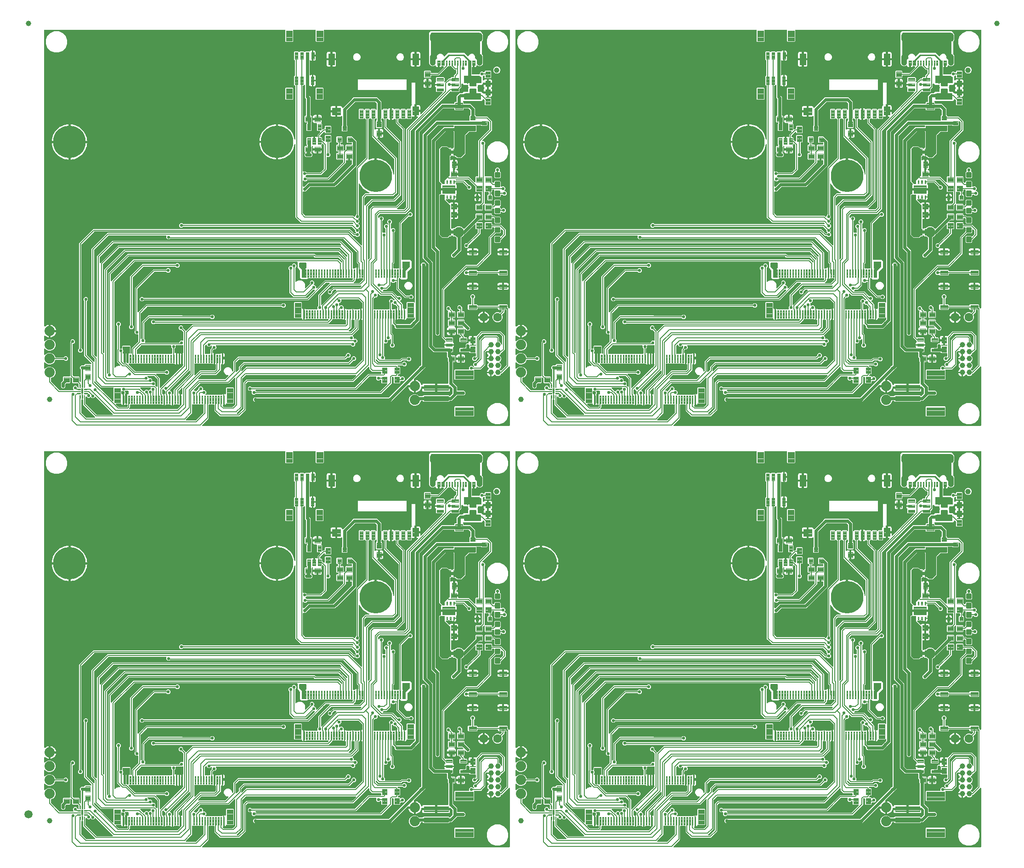
<source format=gtl>
G04 EAGLE Gerber RS-274X export*
G75*
%MOMM*%
%FSLAX34Y34*%
%LPD*%
%INTop Copper*%
%IPPOS*%
%AMOC8*
5,1,8,0,0,1.08239X$1,22.5*%
G01*
%ADD10C,0.102000*%
%ADD11C,0.096000*%
%ADD12C,6.000000*%
%ADD13C,0.100000*%
%ADD14C,0.099000*%
%ADD15C,0.300000*%
%ADD16C,0.654000*%
%ADD17C,1.000000*%
%ADD18C,0.099059*%
%ADD19C,1.600000*%
%ADD20C,0.101600*%
%ADD21C,1.879600*%
%ADD22C,0.100800*%
%ADD23C,0.104000*%
%ADD24C,0.105000*%
%ADD25C,0.098000*%
%ADD26C,0.102500*%
%ADD27C,1.500000*%
%ADD28C,0.558800*%
%ADD29C,0.254000*%
%ADD30C,0.203200*%
%ADD31C,0.558800*%
%ADD32C,0.604000*%

G36*
X859848Y780043D02*
X859848Y780043D01*
X859906Y780041D01*
X859988Y780063D01*
X860072Y780075D01*
X860125Y780098D01*
X860181Y780113D01*
X860254Y780156D01*
X860331Y780191D01*
X860376Y780229D01*
X860426Y780258D01*
X860484Y780320D01*
X860548Y780374D01*
X860580Y780423D01*
X860620Y780466D01*
X860659Y780541D01*
X860706Y780611D01*
X860723Y780667D01*
X860750Y780719D01*
X860761Y780787D01*
X860791Y780882D01*
X860794Y780982D01*
X860805Y781050D01*
X860805Y888714D01*
X860801Y888743D01*
X860804Y888773D01*
X860781Y888884D01*
X860765Y888996D01*
X860753Y889023D01*
X860748Y889051D01*
X860695Y889152D01*
X860649Y889255D01*
X860630Y889278D01*
X860617Y889304D01*
X860539Y889386D01*
X860466Y889472D01*
X860441Y889488D01*
X860421Y889510D01*
X860323Y889567D01*
X860229Y889630D01*
X860201Y889639D01*
X860176Y889653D01*
X860066Y889681D01*
X859958Y889716D01*
X859928Y889716D01*
X859900Y889724D01*
X859787Y889720D01*
X859674Y889723D01*
X859645Y889715D01*
X859616Y889715D01*
X859508Y889680D01*
X859399Y889651D01*
X859373Y889636D01*
X859345Y889627D01*
X859281Y889581D01*
X859154Y889506D01*
X859111Y889460D01*
X859072Y889432D01*
X857900Y888260D01*
X846135Y876495D01*
X845357Y876495D01*
X845355Y876495D01*
X845353Y876495D01*
X845213Y876475D01*
X845075Y876455D01*
X845074Y876455D01*
X845072Y876455D01*
X844942Y876396D01*
X844816Y876339D01*
X844814Y876338D01*
X844813Y876337D01*
X844705Y876245D01*
X844599Y876156D01*
X844598Y876154D01*
X844597Y876153D01*
X844589Y876141D01*
X844441Y875919D01*
X844438Y875910D01*
X844436Y875907D01*
X844429Y875886D01*
X844419Y875869D01*
X844154Y875230D01*
X842390Y873466D01*
X840085Y872511D01*
X837591Y872511D01*
X835286Y873466D01*
X833984Y874768D01*
X833972Y874777D01*
X833962Y874789D01*
X833858Y874862D01*
X833757Y874939D01*
X833742Y874944D01*
X833730Y874953D01*
X833610Y874995D01*
X833491Y875040D01*
X833476Y875041D01*
X833461Y875046D01*
X833335Y875053D01*
X833208Y875063D01*
X833193Y875060D01*
X833177Y875061D01*
X833053Y875032D01*
X832929Y875008D01*
X832916Y875000D01*
X832900Y874997D01*
X832790Y874935D01*
X832677Y874877D01*
X832666Y874866D01*
X832652Y874858D01*
X832605Y874808D01*
X832471Y874681D01*
X832447Y874641D01*
X832422Y874614D01*
X831995Y873975D01*
X830945Y872925D01*
X829710Y872100D01*
X828338Y871531D01*
X827407Y871346D01*
X827407Y878528D01*
X827399Y878584D01*
X827401Y878630D01*
X827400Y878632D01*
X827401Y878644D01*
X827379Y878726D01*
X827367Y878809D01*
X827344Y878863D01*
X827329Y878919D01*
X827286Y878992D01*
X827251Y879069D01*
X827213Y879113D01*
X827184Y879164D01*
X827122Y879221D01*
X827068Y879286D01*
X827019Y879318D01*
X826976Y879358D01*
X826901Y879397D01*
X826831Y879443D01*
X826807Y879451D01*
X826777Y879500D01*
X826743Y879577D01*
X826705Y879622D01*
X826675Y879672D01*
X826614Y879730D01*
X826559Y879794D01*
X826511Y879826D01*
X826468Y879866D01*
X826393Y879905D01*
X826323Y879952D01*
X826267Y879969D01*
X826215Y879996D01*
X826147Y880007D01*
X826052Y880037D01*
X825952Y880040D01*
X825884Y880051D01*
X818702Y880051D01*
X818887Y880982D01*
X819456Y882354D01*
X820281Y883589D01*
X821331Y884639D01*
X821970Y885066D01*
X821981Y885076D01*
X821995Y885084D01*
X822087Y885171D01*
X822182Y885256D01*
X822190Y885269D01*
X822201Y885279D01*
X822265Y885389D01*
X822333Y885496D01*
X822337Y885511D01*
X822345Y885525D01*
X822376Y885647D01*
X822411Y885770D01*
X822411Y885785D01*
X822415Y885800D01*
X822411Y885927D01*
X822411Y886054D01*
X822407Y886069D01*
X822406Y886084D01*
X822367Y886205D01*
X822332Y886327D01*
X822323Y886340D01*
X822319Y886355D01*
X822279Y886411D01*
X822180Y886567D01*
X822145Y886598D01*
X822124Y886628D01*
X820822Y887930D01*
X819867Y890235D01*
X819867Y892729D01*
X820822Y895034D01*
X822124Y896336D01*
X822133Y896348D01*
X822145Y896358D01*
X822218Y896462D01*
X822295Y896563D01*
X822300Y896578D01*
X822309Y896590D01*
X822351Y896710D01*
X822396Y896829D01*
X822397Y896844D01*
X822402Y896859D01*
X822409Y896986D01*
X822419Y897112D01*
X822416Y897127D01*
X822417Y897143D01*
X822388Y897267D01*
X822364Y897391D01*
X822356Y897405D01*
X822353Y897420D01*
X822291Y897530D01*
X822233Y897643D01*
X822222Y897654D01*
X822214Y897668D01*
X822164Y897715D01*
X822037Y897849D01*
X821997Y897873D01*
X821970Y897898D01*
X821331Y898325D01*
X820281Y899375D01*
X819456Y900610D01*
X818887Y901982D01*
X818702Y902913D01*
X825884Y902913D01*
X825942Y902921D01*
X826000Y902919D01*
X826082Y902941D01*
X826165Y902953D01*
X826219Y902976D01*
X826275Y902991D01*
X826348Y903034D01*
X826425Y903069D01*
X826469Y903107D01*
X826520Y903136D01*
X826577Y903198D01*
X826642Y903252D01*
X826674Y903301D01*
X826714Y903344D01*
X826753Y903419D01*
X826799Y903489D01*
X826807Y903513D01*
X826856Y903543D01*
X826933Y903577D01*
X826978Y903615D01*
X827028Y903645D01*
X827086Y903706D01*
X827150Y903761D01*
X827182Y903809D01*
X827222Y903852D01*
X827261Y903927D01*
X827308Y903997D01*
X827325Y904053D01*
X827352Y904105D01*
X827363Y904173D01*
X827393Y904268D01*
X827396Y904368D01*
X827407Y904436D01*
X827407Y916628D01*
X827399Y916686D01*
X827401Y916744D01*
X827379Y916826D01*
X827367Y916909D01*
X827344Y916963D01*
X827329Y917019D01*
X827286Y917092D01*
X827251Y917169D01*
X827213Y917213D01*
X827184Y917264D01*
X827122Y917321D01*
X827068Y917386D01*
X827019Y917418D01*
X826976Y917458D01*
X826901Y917497D01*
X826831Y917543D01*
X826807Y917551D01*
X826777Y917600D01*
X826743Y917677D01*
X826705Y917722D01*
X826675Y917772D01*
X826614Y917830D01*
X826559Y917894D01*
X826511Y917926D01*
X826468Y917966D01*
X826393Y918005D01*
X826323Y918052D01*
X826267Y918069D01*
X826215Y918096D01*
X826147Y918107D01*
X826052Y918137D01*
X825952Y918140D01*
X825884Y918151D01*
X817666Y918151D01*
X817579Y918139D01*
X817492Y918136D01*
X817439Y918119D01*
X817384Y918111D01*
X817304Y918076D01*
X817221Y918049D01*
X817182Y918021D01*
X817125Y917995D01*
X817012Y917899D01*
X816948Y917854D01*
X815892Y916798D01*
X815870Y916769D01*
X815852Y916754D01*
X815824Y916712D01*
X815780Y916664D01*
X815754Y916615D01*
X815721Y916571D01*
X815709Y916539D01*
X815694Y916517D01*
X815679Y916467D01*
X815650Y916411D01*
X815642Y916364D01*
X815620Y916305D01*
X815617Y916273D01*
X815609Y916246D01*
X815606Y916149D01*
X815595Y916080D01*
X815595Y892299D01*
X807813Y884517D01*
X796190Y884517D01*
X796161Y884513D01*
X796131Y884516D01*
X796020Y884493D01*
X795908Y884477D01*
X795881Y884465D01*
X795852Y884460D01*
X795752Y884407D01*
X795649Y884361D01*
X795626Y884342D01*
X795600Y884329D01*
X795518Y884251D01*
X795432Y884178D01*
X795415Y884153D01*
X795394Y884133D01*
X795337Y884035D01*
X795274Y883941D01*
X795265Y883913D01*
X795250Y883887D01*
X795223Y883778D01*
X795188Y883670D01*
X795188Y883640D01*
X795180Y883612D01*
X795184Y883499D01*
X795181Y883386D01*
X795189Y883357D01*
X795189Y883328D01*
X795224Y883220D01*
X795253Y883111D01*
X795268Y883085D01*
X795271Y883077D01*
X795271Y866495D01*
X794245Y865469D01*
X759755Y865469D01*
X758729Y866495D01*
X758729Y882985D01*
X759755Y884011D01*
X784860Y884011D01*
X784918Y884019D01*
X784976Y884017D01*
X785058Y884039D01*
X785142Y884051D01*
X785195Y884074D01*
X785251Y884089D01*
X785324Y884132D01*
X785401Y884167D01*
X785446Y884205D01*
X785496Y884234D01*
X785554Y884296D01*
X785618Y884350D01*
X785650Y884399D01*
X785690Y884442D01*
X785729Y884517D01*
X785776Y884587D01*
X785793Y884643D01*
X785820Y884695D01*
X785831Y884763D01*
X785861Y884858D01*
X785864Y884958D01*
X785875Y885026D01*
X785875Y888488D01*
X788256Y890869D01*
X791624Y890869D01*
X793104Y889388D01*
X793174Y889336D01*
X793238Y889276D01*
X793287Y889250D01*
X793331Y889217D01*
X793413Y889186D01*
X793491Y889146D01*
X793539Y889138D01*
X793597Y889116D01*
X793745Y889104D01*
X793822Y889091D01*
X793842Y889091D01*
X793864Y889094D01*
X793880Y889092D01*
X793886Y889094D01*
X793900Y889092D01*
X794011Y889115D01*
X794123Y889131D01*
X794150Y889143D01*
X794179Y889148D01*
X794280Y889201D01*
X794383Y889247D01*
X794405Y889266D01*
X794431Y889279D01*
X794513Y889357D01*
X794600Y889430D01*
X794616Y889455D01*
X794637Y889475D01*
X794694Y889573D01*
X794757Y889667D01*
X794766Y889695D01*
X794781Y889720D01*
X794809Y889830D01*
X794843Y889938D01*
X794844Y889968D01*
X794851Y889996D01*
X794848Y890109D01*
X794850Y890222D01*
X794843Y890251D01*
X794842Y890280D01*
X794807Y890388D01*
X794779Y890497D01*
X794764Y890523D01*
X794755Y890551D01*
X794709Y890615D01*
X794633Y890742D01*
X794588Y890785D01*
X794560Y890824D01*
X793495Y891888D01*
X793495Y895256D01*
X795876Y897637D01*
X797970Y897637D01*
X798057Y897649D01*
X798144Y897652D01*
X798197Y897669D01*
X798252Y897677D01*
X798332Y897712D01*
X798415Y897739D01*
X798454Y897767D01*
X798511Y897793D01*
X798624Y897889D01*
X798688Y897934D01*
X805136Y904382D01*
X805188Y904452D01*
X805248Y904516D01*
X805274Y904565D01*
X805307Y904609D01*
X805338Y904691D01*
X805378Y904769D01*
X805386Y904816D01*
X805408Y904875D01*
X805420Y905022D01*
X805433Y905100D01*
X805433Y938715D01*
X813377Y946659D01*
X837753Y946659D01*
X841125Y943287D01*
X841125Y936101D01*
X841125Y936099D01*
X841125Y936097D01*
X841145Y935958D01*
X841165Y935819D01*
X841165Y935818D01*
X841165Y935816D01*
X841227Y935679D01*
X841281Y935560D01*
X841282Y935559D01*
X841282Y935557D01*
X841376Y935447D01*
X841464Y935343D01*
X841466Y935342D01*
X841467Y935341D01*
X841480Y935332D01*
X841701Y935185D01*
X841730Y935176D01*
X841751Y935163D01*
X842390Y934898D01*
X844154Y933134D01*
X845136Y930763D01*
X845180Y930689D01*
X845215Y930611D01*
X845252Y930568D01*
X845281Y930519D01*
X845343Y930460D01*
X845399Y930394D01*
X845446Y930362D01*
X845487Y930323D01*
X845564Y930284D01*
X845635Y930236D01*
X845689Y930219D01*
X845740Y930193D01*
X845824Y930177D01*
X845906Y930151D01*
X845963Y930149D01*
X846019Y930138D01*
X846104Y930146D01*
X846190Y930143D01*
X846245Y930158D01*
X846302Y930163D01*
X846382Y930193D01*
X846465Y930215D01*
X846514Y930244D01*
X846567Y930265D01*
X846636Y930317D01*
X846710Y930360D01*
X846749Y930402D01*
X846794Y930436D01*
X846846Y930505D01*
X846904Y930568D01*
X846930Y930618D01*
X846964Y930664D01*
X846995Y930744D01*
X847034Y930821D01*
X847042Y930870D01*
X847065Y930930D01*
X847076Y931075D01*
X847089Y931152D01*
X847089Y944528D01*
X847082Y944583D01*
X847083Y944622D01*
X847076Y944647D01*
X847074Y944702D01*
X847057Y944755D01*
X847049Y944810D01*
X847014Y944890D01*
X846987Y944973D01*
X846959Y945012D01*
X846933Y945069D01*
X846837Y945182D01*
X846792Y945246D01*
X842122Y949916D01*
X842052Y949968D01*
X841988Y950028D01*
X841939Y950054D01*
X841895Y950087D01*
X841813Y950118D01*
X841735Y950158D01*
X841688Y950166D01*
X841629Y950188D01*
X841482Y950200D01*
X841404Y950213D01*
X810866Y950213D01*
X810779Y950201D01*
X810692Y950198D01*
X810639Y950181D01*
X810584Y950173D01*
X810504Y950138D01*
X810421Y950111D01*
X810382Y950083D01*
X810325Y950057D01*
X810212Y949961D01*
X810148Y949916D01*
X803192Y942960D01*
X803140Y942890D01*
X803080Y942826D01*
X803054Y942777D01*
X803021Y942733D01*
X802990Y942651D01*
X802950Y942573D01*
X802942Y942526D01*
X802920Y942467D01*
X802908Y942320D01*
X802895Y942242D01*
X802895Y906341D01*
X801258Y904704D01*
X800040Y903487D01*
X799988Y903417D01*
X799928Y903353D01*
X799903Y903303D01*
X799870Y903259D01*
X799838Y903178D01*
X799799Y903100D01*
X799791Y903052D01*
X799768Y902994D01*
X799756Y902846D01*
X799743Y902769D01*
X799743Y902406D01*
X797362Y900025D01*
X793995Y900025D01*
X791614Y902406D01*
X791614Y905773D01*
X793995Y908154D01*
X797306Y908154D01*
X797364Y908163D01*
X797422Y908161D01*
X797504Y908182D01*
X797588Y908194D01*
X797641Y908218D01*
X797697Y908233D01*
X797770Y908276D01*
X797847Y908310D01*
X797892Y908348D01*
X797942Y908378D01*
X798000Y908440D01*
X798064Y908494D01*
X798096Y908543D01*
X798136Y908585D01*
X798175Y908661D01*
X798222Y908731D01*
X798239Y908787D01*
X798266Y908839D01*
X798277Y908907D01*
X798307Y909002D01*
X798310Y909102D01*
X798321Y909170D01*
X798321Y913354D01*
X798313Y913412D01*
X798315Y913470D01*
X798293Y913552D01*
X798281Y913636D01*
X798258Y913689D01*
X798243Y913745D01*
X798200Y913818D01*
X798165Y913895D01*
X798127Y913940D01*
X798098Y913990D01*
X798036Y914048D01*
X797982Y914112D01*
X797933Y914144D01*
X797890Y914184D01*
X797815Y914223D01*
X797745Y914270D01*
X797689Y914287D01*
X797637Y914314D01*
X797569Y914325D01*
X797474Y914355D01*
X797374Y914358D01*
X797306Y914369D01*
X787246Y914369D01*
X786084Y915531D01*
X786053Y915601D01*
X786015Y915646D01*
X785986Y915696D01*
X785924Y915754D01*
X785870Y915818D01*
X785821Y915850D01*
X785778Y915890D01*
X785703Y915929D01*
X785633Y915976D01*
X785577Y915993D01*
X785525Y916020D01*
X785457Y916031D01*
X785362Y916061D01*
X785262Y916064D01*
X785194Y916075D01*
X773127Y916075D01*
X773078Y916094D01*
X772930Y916106D01*
X772853Y916119D01*
X768765Y916119D01*
X767730Y917154D01*
X767730Y923126D01*
X768765Y924161D01*
X772853Y924161D01*
X772939Y924173D01*
X773027Y924176D01*
X773079Y924193D01*
X773134Y924201D01*
X773144Y924205D01*
X778510Y924205D01*
X778568Y924213D01*
X778626Y924211D01*
X778708Y924233D01*
X778792Y924245D01*
X778845Y924268D01*
X778901Y924283D01*
X778974Y924326D01*
X779051Y924361D01*
X779096Y924399D01*
X779146Y924428D01*
X779204Y924490D01*
X779268Y924544D01*
X779300Y924593D01*
X779340Y924636D01*
X779379Y924711D01*
X779426Y924781D01*
X779443Y924837D01*
X779470Y924889D01*
X779481Y924957D01*
X779511Y925052D01*
X779514Y925152D01*
X779525Y925220D01*
X779525Y930054D01*
X781906Y932435D01*
X783924Y932435D01*
X783982Y932443D01*
X784040Y932441D01*
X784122Y932463D01*
X784206Y932475D01*
X784259Y932498D01*
X784315Y932513D01*
X784388Y932556D01*
X784465Y932591D01*
X784510Y932629D01*
X784560Y932658D01*
X784618Y932720D01*
X784682Y932774D01*
X784714Y932823D01*
X784754Y932866D01*
X784793Y932941D01*
X784840Y933011D01*
X784857Y933067D01*
X784884Y933119D01*
X784895Y933187D01*
X784925Y933282D01*
X784928Y933382D01*
X784939Y933450D01*
X784939Y936109D01*
X790449Y936109D01*
X790449Y930099D01*
X788670Y930099D01*
X788612Y930091D01*
X788554Y930093D01*
X788472Y930071D01*
X788388Y930059D01*
X788335Y930036D01*
X788279Y930021D01*
X788206Y929978D01*
X788129Y929943D01*
X788084Y929905D01*
X788034Y929876D01*
X787976Y929814D01*
X787912Y929760D01*
X787880Y929711D01*
X787840Y929668D01*
X787801Y929593D01*
X787754Y929523D01*
X787737Y929467D01*
X787710Y929415D01*
X787699Y929347D01*
X787669Y929252D01*
X787666Y929152D01*
X787655Y929084D01*
X787655Y928926D01*
X787663Y928868D01*
X787661Y928810D01*
X787683Y928728D01*
X787695Y928644D01*
X787718Y928591D01*
X787733Y928535D01*
X787776Y928462D01*
X787811Y928385D01*
X787849Y928340D01*
X787878Y928290D01*
X787940Y928232D01*
X787994Y928168D01*
X788043Y928136D01*
X788086Y928096D01*
X788161Y928057D01*
X788231Y928010D01*
X788287Y927993D01*
X788339Y927966D01*
X788407Y927955D01*
X788502Y927925D01*
X788602Y927922D01*
X788670Y927911D01*
X797306Y927911D01*
X797364Y927919D01*
X797422Y927917D01*
X797504Y927939D01*
X797588Y927951D01*
X797641Y927974D01*
X797697Y927989D01*
X797770Y928032D01*
X797847Y928067D01*
X797892Y928105D01*
X797942Y928134D01*
X798000Y928196D01*
X798064Y928250D01*
X798096Y928299D01*
X798136Y928342D01*
X798175Y928417D01*
X798222Y928487D01*
X798239Y928543D01*
X798266Y928595D01*
X798277Y928663D01*
X798307Y928758D01*
X798310Y928858D01*
X798321Y928926D01*
X798321Y929084D01*
X798313Y929142D01*
X798315Y929200D01*
X798293Y929282D01*
X798281Y929366D01*
X798258Y929419D01*
X798243Y929475D01*
X798200Y929548D01*
X798165Y929625D01*
X798127Y929670D01*
X798098Y929720D01*
X798036Y929778D01*
X797982Y929842D01*
X797933Y929874D01*
X797890Y929914D01*
X797815Y929953D01*
X797745Y930000D01*
X797689Y930017D01*
X797637Y930044D01*
X797569Y930055D01*
X797474Y930085D01*
X797374Y930088D01*
X797306Y930099D01*
X794511Y930099D01*
X794511Y937124D01*
X794503Y937182D01*
X794504Y937240D01*
X794483Y937322D01*
X794471Y937405D01*
X794447Y937459D01*
X794433Y937515D01*
X794390Y937588D01*
X794355Y937665D01*
X794317Y937709D01*
X794287Y937760D01*
X794226Y937817D01*
X794171Y937882D01*
X794123Y937914D01*
X794080Y937954D01*
X794005Y937993D01*
X793935Y938039D01*
X793879Y938057D01*
X793827Y938084D01*
X793759Y938095D01*
X793664Y938125D01*
X793564Y938128D01*
X793496Y938139D01*
X792479Y938139D01*
X792479Y938141D01*
X793496Y938141D01*
X793554Y938149D01*
X793612Y938148D01*
X793694Y938169D01*
X793777Y938181D01*
X793831Y938205D01*
X793887Y938219D01*
X793960Y938262D01*
X794037Y938297D01*
X794081Y938335D01*
X794132Y938365D01*
X794189Y938426D01*
X794254Y938481D01*
X794286Y938529D01*
X794326Y938572D01*
X794365Y938647D01*
X794411Y938717D01*
X794429Y938773D01*
X794456Y938825D01*
X794467Y938893D01*
X794497Y938988D01*
X794500Y939088D01*
X794511Y939156D01*
X794511Y946181D01*
X797380Y946181D01*
X798154Y945974D01*
X798483Y945783D01*
X798546Y945758D01*
X798605Y945723D01*
X798678Y945705D01*
X798747Y945677D01*
X798815Y945670D01*
X798881Y945653D01*
X798955Y945656D01*
X799030Y945648D01*
X799097Y945660D01*
X799165Y945662D01*
X799236Y945685D01*
X799309Y945699D01*
X799371Y945729D01*
X799435Y945750D01*
X799486Y945786D01*
X799564Y945825D01*
X799648Y945902D01*
X799709Y945945D01*
X799958Y946194D01*
X806914Y953150D01*
X808551Y954787D01*
X843719Y954787D01*
X851663Y946843D01*
X851663Y920819D01*
X845439Y914595D01*
X845357Y914595D01*
X845355Y914595D01*
X845353Y914595D01*
X845214Y914575D01*
X845075Y914555D01*
X845074Y914555D01*
X845072Y914555D01*
X844938Y914494D01*
X844816Y914439D01*
X844815Y914438D01*
X844813Y914438D01*
X844703Y914344D01*
X844599Y914256D01*
X844598Y914254D01*
X844597Y914253D01*
X844588Y914240D01*
X844441Y914019D01*
X844432Y913990D01*
X844419Y913969D01*
X844154Y913330D01*
X842390Y911566D01*
X842158Y911470D01*
X842133Y911455D01*
X842105Y911446D01*
X842011Y911383D01*
X841914Y911325D01*
X841893Y911304D01*
X841869Y911288D01*
X841796Y911201D01*
X841718Y911119D01*
X841705Y911093D01*
X841686Y911070D01*
X841640Y910967D01*
X841588Y910866D01*
X841583Y910837D01*
X841571Y910810D01*
X841555Y910698D01*
X841533Y910587D01*
X841536Y910558D01*
X841532Y910529D01*
X841548Y910417D01*
X841558Y910304D01*
X841568Y910277D01*
X841572Y910247D01*
X841619Y910144D01*
X841660Y910039D01*
X841677Y910015D01*
X841689Y909988D01*
X841763Y909902D01*
X841831Y909812D01*
X841855Y909794D01*
X841874Y909772D01*
X841940Y909730D01*
X842059Y909642D01*
X842118Y909620D01*
X842158Y909594D01*
X842390Y909498D01*
X844154Y907734D01*
X845109Y905429D01*
X845109Y902935D01*
X844154Y900630D01*
X842390Y898866D01*
X842158Y898770D01*
X842133Y898755D01*
X842105Y898746D01*
X842011Y898683D01*
X841914Y898625D01*
X841893Y898604D01*
X841869Y898588D01*
X841796Y898501D01*
X841718Y898419D01*
X841705Y898393D01*
X841686Y898370D01*
X841640Y898267D01*
X841588Y898166D01*
X841583Y898137D01*
X841571Y898110D01*
X841555Y897998D01*
X841533Y897887D01*
X841536Y897858D01*
X841532Y897829D01*
X841548Y897717D01*
X841558Y897604D01*
X841568Y897577D01*
X841572Y897547D01*
X841619Y897444D01*
X841660Y897339D01*
X841677Y897315D01*
X841689Y897288D01*
X841763Y897202D01*
X841831Y897112D01*
X841855Y897094D01*
X841874Y897072D01*
X841940Y897030D01*
X842059Y896942D01*
X842118Y896920D01*
X842158Y896894D01*
X842390Y896798D01*
X844154Y895034D01*
X845109Y892729D01*
X845109Y890235D01*
X844154Y887930D01*
X842390Y886166D01*
X842158Y886070D01*
X842133Y886055D01*
X842105Y886046D01*
X842011Y885983D01*
X841914Y885925D01*
X841893Y885904D01*
X841869Y885888D01*
X841796Y885801D01*
X841718Y885719D01*
X841705Y885693D01*
X841686Y885670D01*
X841640Y885567D01*
X841588Y885466D01*
X841583Y885437D01*
X841571Y885410D01*
X841555Y885298D01*
X841533Y885187D01*
X841536Y885158D01*
X841532Y885129D01*
X841548Y885017D01*
X841558Y884904D01*
X841568Y884877D01*
X841572Y884847D01*
X841619Y884744D01*
X841660Y884639D01*
X841677Y884615D01*
X841689Y884588D01*
X841763Y884502D01*
X841831Y884412D01*
X841855Y884394D01*
X841874Y884372D01*
X841940Y884330D01*
X842059Y884242D01*
X842118Y884220D01*
X842158Y884194D01*
X842390Y884098D01*
X844112Y882376D01*
X844159Y882341D01*
X844199Y882298D01*
X844272Y882256D01*
X844339Y882205D01*
X844394Y882184D01*
X844444Y882155D01*
X844526Y882134D01*
X844605Y882104D01*
X844663Y882099D01*
X844720Y882085D01*
X844804Y882087D01*
X844888Y882080D01*
X844946Y882092D01*
X845004Y882094D01*
X845084Y882120D01*
X845167Y882136D01*
X845219Y882163D01*
X845275Y882181D01*
X845331Y882221D01*
X845419Y882267D01*
X845492Y882336D01*
X845548Y882376D01*
X854666Y891494D01*
X854718Y891564D01*
X854778Y891628D01*
X854804Y891677D01*
X854837Y891721D01*
X854868Y891803D01*
X854908Y891881D01*
X854916Y891928D01*
X854938Y891987D01*
X854950Y892134D01*
X854963Y892212D01*
X854963Y993394D01*
X854955Y993452D01*
X854957Y993510D01*
X854935Y993592D01*
X854923Y993676D01*
X854900Y993729D01*
X854885Y993785D01*
X854842Y993858D01*
X854807Y993935D01*
X854769Y993980D01*
X854740Y994030D01*
X854678Y994088D01*
X854624Y994152D01*
X854575Y994184D01*
X854532Y994224D01*
X854457Y994263D01*
X854387Y994310D01*
X854331Y994327D01*
X854279Y994354D01*
X854211Y994365D01*
X854116Y994395D01*
X854016Y994398D01*
X853948Y994409D01*
X851662Y994409D01*
X851604Y994401D01*
X851546Y994403D01*
X851464Y994381D01*
X851380Y994369D01*
X851327Y994346D01*
X851271Y994331D01*
X851198Y994288D01*
X851121Y994253D01*
X851076Y994215D01*
X851026Y994186D01*
X850968Y994124D01*
X850904Y994070D01*
X850872Y994021D01*
X850832Y993978D01*
X850793Y993903D01*
X850746Y993833D01*
X850729Y993777D01*
X850702Y993725D01*
X850691Y993657D01*
X850661Y993562D01*
X850658Y993462D01*
X850647Y993394D01*
X850647Y989653D01*
X849010Y988016D01*
X846722Y985728D01*
X846721Y985727D01*
X846720Y985726D01*
X846634Y985611D01*
X846551Y985501D01*
X846551Y985500D01*
X846550Y985499D01*
X846499Y985363D01*
X846450Y985236D01*
X846450Y985234D01*
X846450Y985233D01*
X846438Y985089D01*
X846427Y984952D01*
X846427Y984951D01*
X846427Y984949D01*
X846431Y984933D01*
X846483Y984674D01*
X846497Y984646D01*
X846502Y984622D01*
X847471Y982284D01*
X847471Y978596D01*
X846059Y975188D01*
X843452Y972581D01*
X840044Y971169D01*
X836356Y971169D01*
X832948Y972581D01*
X830341Y975188D01*
X828929Y978596D01*
X828929Y982284D01*
X830341Y985692D01*
X832948Y988299D01*
X836356Y989711D01*
X840044Y989711D01*
X842382Y988742D01*
X842384Y988742D01*
X842385Y988741D01*
X842518Y988707D01*
X842657Y988671D01*
X842659Y988671D01*
X842660Y988671D01*
X842801Y988675D01*
X842942Y988680D01*
X842943Y988680D01*
X842945Y988680D01*
X843079Y988723D01*
X843212Y988766D01*
X843214Y988767D01*
X843215Y988768D01*
X843227Y988776D01*
X843448Y988924D01*
X843468Y988948D01*
X843488Y988962D01*
X845776Y991250D01*
X845828Y991320D01*
X845888Y991384D01*
X845914Y991433D01*
X845947Y991477D01*
X845978Y991559D01*
X846018Y991637D01*
X846026Y991684D01*
X846048Y991743D01*
X846060Y991890D01*
X846073Y991968D01*
X846073Y993394D01*
X846065Y993452D01*
X846067Y993510D01*
X846045Y993592D01*
X846033Y993676D01*
X846010Y993729D01*
X845995Y993785D01*
X845952Y993858D01*
X845917Y993935D01*
X845879Y993980D01*
X845850Y994030D01*
X845788Y994088D01*
X845734Y994152D01*
X845685Y994184D01*
X845642Y994224D01*
X845567Y994263D01*
X845497Y994310D01*
X845441Y994327D01*
X845389Y994354D01*
X845321Y994365D01*
X845226Y994395D01*
X845126Y994398D01*
X845058Y994409D01*
X840504Y994409D01*
X839469Y995444D01*
X839469Y996188D01*
X839461Y996246D01*
X839463Y996304D01*
X839441Y996386D01*
X839429Y996470D01*
X839406Y996523D01*
X839391Y996579D01*
X839348Y996652D01*
X839313Y996729D01*
X839275Y996774D01*
X839246Y996824D01*
X839184Y996882D01*
X839130Y996946D01*
X839081Y996978D01*
X839038Y997018D01*
X838963Y997057D01*
X838893Y997104D01*
X838837Y997121D01*
X838785Y997148D01*
X838717Y997159D01*
X838622Y997189D01*
X838522Y997192D01*
X838454Y997203D01*
X802386Y997203D01*
X802328Y997195D01*
X802270Y997197D01*
X802188Y997175D01*
X802104Y997163D01*
X802051Y997140D01*
X801995Y997125D01*
X801922Y997082D01*
X801845Y997047D01*
X801800Y997009D01*
X801750Y996980D01*
X801692Y996918D01*
X801628Y996864D01*
X801596Y996815D01*
X801556Y996772D01*
X801517Y996697D01*
X801470Y996627D01*
X801453Y996571D01*
X801426Y996519D01*
X801415Y996451D01*
X801385Y996356D01*
X801382Y996256D01*
X801371Y996188D01*
X801371Y995444D01*
X800336Y994409D01*
X784624Y994409D01*
X783589Y995444D01*
X783589Y1003536D01*
X784624Y1004571D01*
X789178Y1004571D01*
X789236Y1004579D01*
X789294Y1004577D01*
X789376Y1004599D01*
X789460Y1004611D01*
X789513Y1004634D01*
X789569Y1004649D01*
X789642Y1004692D01*
X789719Y1004727D01*
X789764Y1004765D01*
X789814Y1004794D01*
X789872Y1004856D01*
X789936Y1004910D01*
X789968Y1004959D01*
X790008Y1005002D01*
X790047Y1005077D01*
X790094Y1005147D01*
X790111Y1005203D01*
X790138Y1005255D01*
X790149Y1005323D01*
X790179Y1005418D01*
X790182Y1005518D01*
X790193Y1005586D01*
X790193Y1014658D01*
X790181Y1014744D01*
X790178Y1014832D01*
X790161Y1014884D01*
X790153Y1014939D01*
X790118Y1015019D01*
X790091Y1015102D01*
X790063Y1015142D01*
X790037Y1015199D01*
X789941Y1015312D01*
X789896Y1015376D01*
X788415Y1016856D01*
X788415Y1020224D01*
X790796Y1022605D01*
X794164Y1022605D01*
X796545Y1020224D01*
X796545Y1016856D01*
X795064Y1015376D01*
X795012Y1015306D01*
X794952Y1015242D01*
X794926Y1015193D01*
X794893Y1015148D01*
X794862Y1015067D01*
X794822Y1014989D01*
X794814Y1014941D01*
X794792Y1014883D01*
X794780Y1014735D01*
X794767Y1014658D01*
X794767Y1005586D01*
X794775Y1005528D01*
X794773Y1005470D01*
X794795Y1005388D01*
X794807Y1005304D01*
X794830Y1005251D01*
X794845Y1005195D01*
X794888Y1005122D01*
X794923Y1005045D01*
X794961Y1005000D01*
X794990Y1004950D01*
X795052Y1004892D01*
X795106Y1004828D01*
X795155Y1004796D01*
X795198Y1004756D01*
X795273Y1004717D01*
X795343Y1004670D01*
X795399Y1004653D01*
X795451Y1004626D01*
X795519Y1004615D01*
X795614Y1004585D01*
X795714Y1004582D01*
X795782Y1004571D01*
X800336Y1004571D01*
X801371Y1003536D01*
X801371Y1002792D01*
X801379Y1002734D01*
X801377Y1002676D01*
X801399Y1002594D01*
X801411Y1002510D01*
X801434Y1002457D01*
X801449Y1002401D01*
X801492Y1002328D01*
X801527Y1002251D01*
X801565Y1002206D01*
X801594Y1002156D01*
X801656Y1002098D01*
X801710Y1002034D01*
X801759Y1002002D01*
X801802Y1001962D01*
X801877Y1001923D01*
X801947Y1001876D01*
X802003Y1001859D01*
X802055Y1001832D01*
X802123Y1001821D01*
X802218Y1001791D01*
X802318Y1001788D01*
X802386Y1001777D01*
X838454Y1001777D01*
X838512Y1001785D01*
X838570Y1001783D01*
X838652Y1001805D01*
X838736Y1001817D01*
X838789Y1001840D01*
X838845Y1001855D01*
X838918Y1001898D01*
X838995Y1001933D01*
X839040Y1001971D01*
X839090Y1002000D01*
X839148Y1002062D01*
X839212Y1002116D01*
X839244Y1002165D01*
X839284Y1002208D01*
X839323Y1002283D01*
X839370Y1002353D01*
X839387Y1002409D01*
X839414Y1002461D01*
X839425Y1002529D01*
X839455Y1002624D01*
X839458Y1002724D01*
X839469Y1002792D01*
X839469Y1003536D01*
X840504Y1004571D01*
X856216Y1004571D01*
X857251Y1003536D01*
X857251Y999334D01*
X857263Y999247D01*
X857263Y999241D01*
X857262Y999212D01*
X857264Y999205D01*
X857266Y999160D01*
X857283Y999107D01*
X857291Y999052D01*
X857323Y998979D01*
X857334Y998937D01*
X857342Y998925D01*
X857353Y998889D01*
X857381Y998850D01*
X857407Y998793D01*
X857451Y998740D01*
X857479Y998693D01*
X857521Y998654D01*
X857548Y998616D01*
X857900Y998264D01*
X859072Y997092D01*
X859096Y997074D01*
X859115Y997052D01*
X859209Y996989D01*
X859299Y996921D01*
X859327Y996910D01*
X859351Y996894D01*
X859459Y996860D01*
X859565Y996820D01*
X859594Y996817D01*
X859622Y996808D01*
X859736Y996805D01*
X859848Y996796D01*
X859877Y996802D01*
X859906Y996801D01*
X860016Y996830D01*
X860127Y996852D01*
X860153Y996866D01*
X860181Y996873D01*
X860279Y996931D01*
X860379Y996983D01*
X860401Y997003D01*
X860426Y997018D01*
X860503Y997101D01*
X860585Y997179D01*
X860600Y997204D01*
X860620Y997225D01*
X860672Y997326D01*
X860729Y997424D01*
X860736Y997452D01*
X860750Y997479D01*
X860763Y997556D01*
X860799Y997700D01*
X860797Y997762D01*
X860805Y997810D01*
X860805Y1510030D01*
X860798Y1510083D01*
X860799Y1510116D01*
X860798Y1510119D01*
X860799Y1510146D01*
X860777Y1510228D01*
X860765Y1510312D01*
X860742Y1510365D01*
X860727Y1510421D01*
X860684Y1510494D01*
X860649Y1510571D01*
X860611Y1510616D01*
X860582Y1510666D01*
X860520Y1510724D01*
X860466Y1510788D01*
X860417Y1510820D01*
X860374Y1510860D01*
X860299Y1510899D01*
X860229Y1510946D01*
X860173Y1510963D01*
X860121Y1510990D01*
X860053Y1511001D01*
X859958Y1511031D01*
X859858Y1511034D01*
X859790Y1511045D01*
X518886Y1511045D01*
X518828Y1511037D01*
X518770Y1511039D01*
X518688Y1511017D01*
X518604Y1511005D01*
X518551Y1510982D01*
X518495Y1510967D01*
X518422Y1510924D01*
X518345Y1510889D01*
X518300Y1510851D01*
X518250Y1510822D01*
X518192Y1510760D01*
X518128Y1510706D01*
X518096Y1510657D01*
X518056Y1510614D01*
X518017Y1510539D01*
X517970Y1510469D01*
X517953Y1510413D01*
X517926Y1510361D01*
X517915Y1510293D01*
X517885Y1510198D01*
X517882Y1510098D01*
X517871Y1510030D01*
X517871Y1489545D01*
X516845Y1488519D01*
X504355Y1488519D01*
X503329Y1489545D01*
X503329Y1510030D01*
X503322Y1510083D01*
X503323Y1510116D01*
X503322Y1510119D01*
X503323Y1510146D01*
X503301Y1510228D01*
X503289Y1510312D01*
X503266Y1510365D01*
X503251Y1510421D01*
X503208Y1510494D01*
X503173Y1510571D01*
X503135Y1510616D01*
X503106Y1510666D01*
X503044Y1510724D01*
X502990Y1510788D01*
X502941Y1510820D01*
X502898Y1510860D01*
X502823Y1510899D01*
X502753Y1510946D01*
X502697Y1510963D01*
X502645Y1510990D01*
X502577Y1511001D01*
X502482Y1511031D01*
X502382Y1511034D01*
X502314Y1511045D01*
X462886Y1511045D01*
X462828Y1511037D01*
X462770Y1511039D01*
X462688Y1511017D01*
X462604Y1511005D01*
X462551Y1510982D01*
X462495Y1510967D01*
X462422Y1510924D01*
X462345Y1510889D01*
X462300Y1510851D01*
X462250Y1510822D01*
X462192Y1510760D01*
X462128Y1510706D01*
X462096Y1510657D01*
X462056Y1510614D01*
X462017Y1510539D01*
X461970Y1510469D01*
X461953Y1510413D01*
X461926Y1510361D01*
X461915Y1510293D01*
X461885Y1510198D01*
X461882Y1510098D01*
X461871Y1510030D01*
X461871Y1489545D01*
X460845Y1488519D01*
X448355Y1488519D01*
X447329Y1489545D01*
X447329Y1510030D01*
X447322Y1510083D01*
X447323Y1510116D01*
X447322Y1510119D01*
X447323Y1510146D01*
X447301Y1510228D01*
X447289Y1510312D01*
X447266Y1510365D01*
X447251Y1510421D01*
X447208Y1510494D01*
X447173Y1510571D01*
X447135Y1510616D01*
X447106Y1510666D01*
X447044Y1510724D01*
X446990Y1510788D01*
X446941Y1510820D01*
X446898Y1510860D01*
X446823Y1510899D01*
X446753Y1510946D01*
X446697Y1510963D01*
X446645Y1510990D01*
X446577Y1511001D01*
X446482Y1511031D01*
X446382Y1511034D01*
X446314Y1511045D01*
X3810Y1511045D01*
X3752Y1511037D01*
X3694Y1511039D01*
X3612Y1511017D01*
X3528Y1511005D01*
X3475Y1510982D01*
X3419Y1510967D01*
X3346Y1510924D01*
X3269Y1510889D01*
X3224Y1510851D01*
X3174Y1510822D01*
X3116Y1510760D01*
X3052Y1510706D01*
X3020Y1510657D01*
X2980Y1510614D01*
X2941Y1510539D01*
X2894Y1510469D01*
X2877Y1510413D01*
X2850Y1510361D01*
X2839Y1510293D01*
X2809Y1510198D01*
X2806Y1510098D01*
X2795Y1510030D01*
X2795Y964470D01*
X2799Y964441D01*
X2796Y964411D01*
X2819Y964300D01*
X2835Y964188D01*
X2847Y964161D01*
X2852Y964133D01*
X2904Y964032D01*
X2951Y963929D01*
X2970Y963906D01*
X2983Y963880D01*
X3061Y963798D01*
X3134Y963712D01*
X3159Y963695D01*
X3179Y963674D01*
X3277Y963617D01*
X3371Y963554D01*
X3399Y963545D01*
X3424Y963530D01*
X3534Y963503D01*
X3642Y963468D01*
X3671Y963468D01*
X3700Y963460D01*
X3813Y963464D01*
X3926Y963461D01*
X3955Y963468D01*
X3984Y963469D01*
X4092Y963504D01*
X4201Y963533D01*
X4227Y963548D01*
X4255Y963557D01*
X4319Y963603D01*
X4446Y963678D01*
X4489Y963724D01*
X4528Y963752D01*
X4922Y964146D01*
X6443Y965251D01*
X8117Y966104D01*
X9904Y966685D01*
X10669Y966806D01*
X10669Y956056D01*
X10677Y955998D01*
X10675Y955940D01*
X10697Y955858D01*
X10709Y955775D01*
X10733Y955721D01*
X10747Y955665D01*
X10790Y955592D01*
X10825Y955515D01*
X10863Y955471D01*
X10893Y955420D01*
X10954Y955363D01*
X11009Y955298D01*
X11057Y955266D01*
X11100Y955226D01*
X11175Y955187D01*
X11245Y955141D01*
X11301Y955123D01*
X11353Y955096D01*
X11421Y955085D01*
X11516Y955055D01*
X11616Y955052D01*
X11684Y955041D01*
X12701Y955041D01*
X12701Y955039D01*
X11684Y955039D01*
X11626Y955031D01*
X11568Y955032D01*
X11486Y955011D01*
X11403Y954999D01*
X11349Y954975D01*
X11293Y954961D01*
X11220Y954918D01*
X11143Y954883D01*
X11098Y954845D01*
X11048Y954815D01*
X10990Y954754D01*
X10926Y954699D01*
X10894Y954651D01*
X10854Y954608D01*
X10815Y954533D01*
X10769Y954463D01*
X10751Y954407D01*
X10724Y954355D01*
X10713Y954287D01*
X10683Y954192D01*
X10680Y954092D01*
X10669Y954024D01*
X10669Y943274D01*
X9904Y943395D01*
X8117Y943976D01*
X6443Y944829D01*
X4922Y945934D01*
X4528Y946328D01*
X4504Y946346D01*
X4485Y946368D01*
X4391Y946431D01*
X4301Y946499D01*
X4273Y946510D01*
X4249Y946526D01*
X4141Y946560D01*
X4035Y946600D01*
X4006Y946603D01*
X3978Y946612D01*
X3865Y946615D01*
X3752Y946624D01*
X3723Y946618D01*
X3694Y946619D01*
X3584Y946590D01*
X3473Y946568D01*
X3447Y946555D01*
X3419Y946547D01*
X3321Y946489D01*
X3221Y946437D01*
X3199Y946417D01*
X3174Y946402D01*
X3097Y946319D01*
X3015Y946241D01*
X3000Y946216D01*
X2980Y946195D01*
X2928Y946094D01*
X2871Y945996D01*
X2864Y945968D01*
X2850Y945941D01*
X2837Y945864D01*
X2801Y945720D01*
X2803Y945658D01*
X2795Y945610D01*
X2795Y937274D01*
X2799Y937245D01*
X2796Y937215D01*
X2819Y937104D01*
X2835Y936992D01*
X2847Y936965D01*
X2852Y936937D01*
X2905Y936836D01*
X2951Y936733D01*
X2970Y936710D01*
X2983Y936684D01*
X3061Y936602D01*
X3134Y936516D01*
X3159Y936499D01*
X3179Y936478D01*
X3277Y936421D01*
X3371Y936358D01*
X3399Y936349D01*
X3424Y936334D01*
X3534Y936307D01*
X3642Y936272D01*
X3672Y936272D01*
X3700Y936264D01*
X3813Y936268D01*
X3926Y936265D01*
X3955Y936272D01*
X3984Y936273D01*
X4092Y936308D01*
X4201Y936337D01*
X4227Y936352D01*
X4255Y936361D01*
X4318Y936406D01*
X4446Y936482D01*
X4489Y936528D01*
X4528Y936556D01*
X6657Y938685D01*
X10578Y940309D01*
X14822Y940309D01*
X18743Y938684D01*
X21744Y935683D01*
X23369Y931762D01*
X23369Y927518D01*
X21744Y923597D01*
X18743Y920596D01*
X14822Y918971D01*
X10578Y918971D01*
X6657Y920595D01*
X4528Y922724D01*
X4504Y922742D01*
X4485Y922764D01*
X4391Y922827D01*
X4301Y922895D01*
X4273Y922906D01*
X4249Y922922D01*
X4141Y922956D01*
X4035Y922996D01*
X4006Y922999D01*
X3978Y923008D01*
X3864Y923011D01*
X3752Y923020D01*
X3723Y923014D01*
X3694Y923015D01*
X3584Y922986D01*
X3473Y922964D01*
X3447Y922951D01*
X3419Y922943D01*
X3321Y922885D01*
X3221Y922833D01*
X3199Y922813D01*
X3174Y922798D01*
X3097Y922715D01*
X3015Y922637D01*
X3000Y922612D01*
X2980Y922591D01*
X2928Y922490D01*
X2871Y922392D01*
X2864Y922364D01*
X2850Y922337D01*
X2837Y922260D01*
X2801Y922117D01*
X2803Y922054D01*
X2795Y922006D01*
X2795Y911874D01*
X2799Y911845D01*
X2796Y911815D01*
X2819Y911704D01*
X2835Y911592D01*
X2847Y911565D01*
X2852Y911537D01*
X2905Y911436D01*
X2951Y911333D01*
X2970Y911310D01*
X2983Y911284D01*
X3061Y911202D01*
X3134Y911116D01*
X3159Y911099D01*
X3179Y911078D01*
X3277Y911021D01*
X3371Y910958D01*
X3399Y910949D01*
X3424Y910934D01*
X3534Y910907D01*
X3642Y910872D01*
X3672Y910872D01*
X3700Y910864D01*
X3813Y910868D01*
X3926Y910865D01*
X3955Y910872D01*
X3984Y910873D01*
X4092Y910908D01*
X4201Y910937D01*
X4227Y910952D01*
X4255Y910961D01*
X4318Y911006D01*
X4446Y911082D01*
X4489Y911128D01*
X4528Y911156D01*
X6657Y913285D01*
X10578Y914909D01*
X14822Y914909D01*
X18743Y913284D01*
X21744Y910283D01*
X23041Y907153D01*
X23042Y907152D01*
X23042Y907151D01*
X23112Y907032D01*
X23185Y906909D01*
X23187Y906908D01*
X23187Y906906D01*
X23291Y906809D01*
X23392Y906713D01*
X23394Y906713D01*
X23395Y906712D01*
X23521Y906647D01*
X23645Y906583D01*
X23646Y906583D01*
X23648Y906582D01*
X23663Y906580D01*
X23924Y906528D01*
X23954Y906531D01*
X23979Y906527D01*
X38870Y906527D01*
X38956Y906539D01*
X39044Y906542D01*
X39096Y906559D01*
X39151Y906567D01*
X39231Y906602D01*
X39314Y906629D01*
X39354Y906657D01*
X39411Y906683D01*
X39524Y906779D01*
X39588Y906824D01*
X41068Y908305D01*
X44436Y908305D01*
X46817Y905924D01*
X46817Y902556D01*
X44436Y900175D01*
X41068Y900175D01*
X39588Y901656D01*
X39518Y901708D01*
X39454Y901768D01*
X39405Y901794D01*
X39360Y901827D01*
X39279Y901858D01*
X39201Y901898D01*
X39153Y901906D01*
X39095Y901928D01*
X38947Y901940D01*
X38870Y901953D01*
X23979Y901953D01*
X23977Y901953D01*
X23976Y901953D01*
X23836Y901933D01*
X23697Y901913D01*
X23696Y901913D01*
X23694Y901913D01*
X23569Y901856D01*
X23438Y901797D01*
X23437Y901796D01*
X23435Y901795D01*
X23328Y901704D01*
X23221Y901614D01*
X23220Y901612D01*
X23219Y901611D01*
X23211Y901598D01*
X23063Y901377D01*
X23054Y901348D01*
X23041Y901327D01*
X21744Y898197D01*
X18743Y895196D01*
X14822Y893571D01*
X10578Y893571D01*
X6657Y895195D01*
X4528Y897324D01*
X4504Y897342D01*
X4485Y897364D01*
X4391Y897427D01*
X4301Y897495D01*
X4273Y897506D01*
X4249Y897522D01*
X4141Y897556D01*
X4035Y897596D01*
X4006Y897599D01*
X3978Y897608D01*
X3864Y897611D01*
X3752Y897620D01*
X3723Y897614D01*
X3694Y897615D01*
X3584Y897586D01*
X3473Y897564D01*
X3447Y897551D01*
X3419Y897543D01*
X3321Y897485D01*
X3221Y897433D01*
X3199Y897413D01*
X3174Y897398D01*
X3097Y897315D01*
X3015Y897237D01*
X3000Y897212D01*
X2980Y897191D01*
X2928Y897090D01*
X2871Y896992D01*
X2864Y896964D01*
X2850Y896937D01*
X2837Y896860D01*
X2801Y896717D01*
X2803Y896654D01*
X2795Y896606D01*
X2795Y886474D01*
X2799Y886445D01*
X2796Y886415D01*
X2819Y886304D01*
X2835Y886192D01*
X2847Y886165D01*
X2852Y886137D01*
X2905Y886036D01*
X2951Y885933D01*
X2970Y885910D01*
X2983Y885884D01*
X3061Y885802D01*
X3134Y885716D01*
X3159Y885699D01*
X3179Y885678D01*
X3277Y885621D01*
X3371Y885558D01*
X3399Y885549D01*
X3424Y885534D01*
X3534Y885507D01*
X3642Y885472D01*
X3672Y885472D01*
X3700Y885464D01*
X3813Y885468D01*
X3926Y885465D01*
X3955Y885472D01*
X3984Y885473D01*
X4092Y885508D01*
X4201Y885537D01*
X4227Y885552D01*
X4255Y885561D01*
X4318Y885606D01*
X4446Y885682D01*
X4489Y885728D01*
X4528Y885756D01*
X6657Y887885D01*
X10578Y889509D01*
X14822Y889509D01*
X18743Y887884D01*
X21744Y884883D01*
X23369Y880962D01*
X23369Y876718D01*
X21744Y872797D01*
X18743Y869796D01*
X15613Y868499D01*
X15612Y868498D01*
X15611Y868498D01*
X15492Y868428D01*
X15369Y868355D01*
X15368Y868353D01*
X15366Y868353D01*
X15269Y868249D01*
X15173Y868148D01*
X15173Y868146D01*
X15172Y868145D01*
X15107Y868019D01*
X15043Y867895D01*
X15043Y867894D01*
X15042Y867892D01*
X15040Y867877D01*
X14988Y867616D01*
X14991Y867586D01*
X14987Y867561D01*
X14987Y862609D01*
X14999Y862523D01*
X15002Y862435D01*
X15019Y862383D01*
X15027Y862328D01*
X15062Y862248D01*
X15089Y862165D01*
X15117Y862126D01*
X15143Y862069D01*
X15239Y861955D01*
X15284Y861892D01*
X30704Y846472D01*
X30773Y846420D01*
X30837Y846360D01*
X30887Y846334D01*
X30931Y846301D01*
X31012Y846270D01*
X31090Y846230D01*
X31138Y846222D01*
X31196Y846200D01*
X31344Y846188D01*
X31421Y846175D01*
X55962Y846175D01*
X55991Y846179D01*
X56020Y846176D01*
X56131Y846199D01*
X56243Y846215D01*
X56270Y846227D01*
X56299Y846232D01*
X56400Y846285D01*
X56503Y846331D01*
X56525Y846350D01*
X56551Y846363D01*
X56633Y846441D01*
X56720Y846514D01*
X56736Y846539D01*
X56757Y846559D01*
X56814Y846657D01*
X56877Y846751D01*
X56886Y846779D01*
X56901Y846804D01*
X56929Y846914D01*
X56963Y847022D01*
X56964Y847052D01*
X56971Y847080D01*
X56968Y847193D01*
X56970Y847306D01*
X56963Y847335D01*
X56962Y847364D01*
X56927Y847472D01*
X56899Y847581D01*
X56884Y847607D01*
X56875Y847635D01*
X56829Y847699D01*
X56753Y847826D01*
X56708Y847869D01*
X56680Y847908D01*
X55879Y848708D01*
X55879Y852076D01*
X58260Y854457D01*
X61628Y854457D01*
X64009Y852076D01*
X64009Y851424D01*
X64017Y851366D01*
X64015Y851308D01*
X64037Y851226D01*
X64049Y851142D01*
X64072Y851089D01*
X64087Y851033D01*
X64130Y850960D01*
X64165Y850883D01*
X64203Y850838D01*
X64232Y850788D01*
X64294Y850730D01*
X64348Y850666D01*
X64397Y850634D01*
X64440Y850594D01*
X64515Y850555D01*
X64585Y850508D01*
X64641Y850491D01*
X64693Y850464D01*
X64761Y850453D01*
X64856Y850423D01*
X64956Y850420D01*
X65024Y850409D01*
X65162Y850409D01*
X65220Y850417D01*
X65278Y850415D01*
X65360Y850437D01*
X65444Y850449D01*
X65497Y850472D01*
X65553Y850487D01*
X65626Y850530D01*
X65703Y850565D01*
X65748Y850603D01*
X65798Y850632D01*
X65856Y850694D01*
X65920Y850748D01*
X65952Y850797D01*
X65992Y850840D01*
X66031Y850915D01*
X66078Y850985D01*
X66095Y851041D01*
X66122Y851093D01*
X66133Y851161D01*
X66163Y851256D01*
X66166Y851356D01*
X66177Y851424D01*
X66177Y856878D01*
X66165Y856965D01*
X66162Y857052D01*
X66145Y857105D01*
X66137Y857160D01*
X66102Y857240D01*
X66075Y857323D01*
X66047Y857362D01*
X66021Y857419D01*
X65925Y857532D01*
X65880Y857596D01*
X64666Y858810D01*
X64596Y858862D01*
X64532Y858922D01*
X64483Y858948D01*
X64439Y858981D01*
X64357Y859012D01*
X64279Y859052D01*
X64232Y859060D01*
X64173Y859082D01*
X64026Y859094D01*
X63948Y859107D01*
X55598Y859107D01*
X54561Y860144D01*
X54561Y866988D01*
X54549Y867075D01*
X54546Y867162D01*
X54529Y867215D01*
X54521Y867270D01*
X54486Y867350D01*
X54459Y867433D01*
X54431Y867472D01*
X54405Y867529D01*
X54309Y867642D01*
X54264Y867706D01*
X52836Y869134D01*
X52812Y869152D01*
X52793Y869174D01*
X52699Y869237D01*
X52609Y869305D01*
X52581Y869316D01*
X52557Y869332D01*
X52449Y869366D01*
X52343Y869406D01*
X52314Y869409D01*
X52286Y869418D01*
X52172Y869421D01*
X52060Y869430D01*
X52031Y869424D01*
X52002Y869425D01*
X51892Y869396D01*
X51781Y869374D01*
X51755Y869360D01*
X51727Y869353D01*
X51629Y869295D01*
X51529Y869243D01*
X51507Y869223D01*
X51482Y869208D01*
X51405Y869125D01*
X51323Y869047D01*
X51308Y869022D01*
X51288Y869001D01*
X51236Y868900D01*
X51179Y868802D01*
X51172Y868774D01*
X51158Y868747D01*
X51145Y868670D01*
X51109Y868526D01*
X51111Y868464D01*
X51103Y868416D01*
X51103Y860144D01*
X50066Y859107D01*
X44230Y859107D01*
X44144Y859095D01*
X44056Y859092D01*
X44003Y859075D01*
X43949Y859067D01*
X43869Y859032D01*
X43786Y859005D01*
X43746Y858977D01*
X43689Y858951D01*
X43576Y858855D01*
X43512Y858810D01*
X41954Y857252D01*
X41902Y857182D01*
X41842Y857118D01*
X41816Y857069D01*
X41783Y857024D01*
X41752Y856943D01*
X41712Y856865D01*
X41704Y856817D01*
X41682Y856759D01*
X41670Y856611D01*
X41657Y856534D01*
X41657Y851756D01*
X39276Y849375D01*
X35908Y849375D01*
X33527Y851756D01*
X33527Y860322D01*
X36206Y863000D01*
X37264Y864058D01*
X37316Y864128D01*
X37376Y864192D01*
X37402Y864241D01*
X37435Y864285D01*
X37466Y864367D01*
X37506Y864445D01*
X37514Y864493D01*
X37536Y864551D01*
X37548Y864699D01*
X37561Y864776D01*
X37561Y870612D01*
X38598Y871649D01*
X49610Y871649D01*
X49668Y871657D01*
X49726Y871655D01*
X49808Y871677D01*
X49892Y871689D01*
X49945Y871712D01*
X50001Y871727D01*
X50074Y871770D01*
X50151Y871805D01*
X50196Y871843D01*
X50246Y871872D01*
X50304Y871934D01*
X50368Y871988D01*
X50400Y872037D01*
X50440Y872080D01*
X50479Y872155D01*
X50526Y872225D01*
X50543Y872281D01*
X50570Y872333D01*
X50581Y872401D01*
X50611Y872496D01*
X50614Y872596D01*
X50625Y872664D01*
X50625Y934223D01*
X51010Y934608D01*
X51062Y934678D01*
X51122Y934742D01*
X51148Y934791D01*
X51181Y934835D01*
X51212Y934917D01*
X51252Y934995D01*
X51260Y935042D01*
X51282Y935101D01*
X51289Y935187D01*
X51293Y935200D01*
X51295Y935250D01*
X51307Y935326D01*
X51307Y937420D01*
X53688Y939801D01*
X57056Y939801D01*
X59437Y937420D01*
X59437Y934052D01*
X57056Y931671D01*
X56214Y931671D01*
X56156Y931663D01*
X56098Y931665D01*
X56016Y931643D01*
X55932Y931631D01*
X55879Y931608D01*
X55823Y931593D01*
X55750Y931550D01*
X55673Y931515D01*
X55628Y931477D01*
X55578Y931448D01*
X55520Y931386D01*
X55456Y931332D01*
X55424Y931283D01*
X55384Y931240D01*
X55345Y931165D01*
X55298Y931095D01*
X55281Y931039D01*
X55254Y930987D01*
X55243Y930919D01*
X55213Y930824D01*
X55210Y930724D01*
X55199Y930656D01*
X55199Y873660D01*
X55211Y873573D01*
X55214Y873486D01*
X55231Y873433D01*
X55239Y873378D01*
X55274Y873298D01*
X55301Y873215D01*
X55329Y873176D01*
X55355Y873119D01*
X55451Y873006D01*
X55496Y872942D01*
X56492Y871946D01*
X56562Y871894D01*
X56626Y871834D01*
X56675Y871808D01*
X56719Y871775D01*
X56801Y871744D01*
X56879Y871704D01*
X56926Y871696D01*
X56985Y871674D01*
X57132Y871662D01*
X57210Y871649D01*
X67066Y871649D01*
X68103Y870612D01*
X68103Y862262D01*
X68111Y862205D01*
X68109Y862154D01*
X68117Y862126D01*
X68118Y862088D01*
X68135Y862035D01*
X68143Y861980D01*
X68172Y861915D01*
X68181Y861879D01*
X68190Y861863D01*
X68205Y861817D01*
X68233Y861778D01*
X68259Y861721D01*
X68313Y861657D01*
X68326Y861634D01*
X68354Y861608D01*
X68355Y861608D01*
X68400Y861544D01*
X68424Y861520D01*
X68437Y861510D01*
X68442Y861504D01*
X68451Y861498D01*
X68467Y861480D01*
X68561Y861417D01*
X68651Y861349D01*
X68679Y861338D01*
X68703Y861322D01*
X68811Y861288D01*
X68917Y861248D01*
X68946Y861245D01*
X68974Y861236D01*
X69088Y861233D01*
X69200Y861224D01*
X69229Y861230D01*
X69258Y861229D01*
X69368Y861258D01*
X69479Y861280D01*
X69505Y861294D01*
X69533Y861301D01*
X69631Y861359D01*
X69731Y861411D01*
X69753Y861431D01*
X69778Y861446D01*
X69855Y861529D01*
X69937Y861607D01*
X69952Y861632D01*
X69972Y861653D01*
X70024Y861754D01*
X70081Y861852D01*
X70088Y861880D01*
X70102Y861907D01*
X70115Y861984D01*
X70151Y862128D01*
X70149Y862190D01*
X70157Y862238D01*
X70157Y884220D01*
X70145Y884306D01*
X70142Y884394D01*
X70125Y884446D01*
X70117Y884501D01*
X70082Y884581D01*
X70055Y884664D01*
X70027Y884704D01*
X70001Y884761D01*
X69905Y884874D01*
X69860Y884938D01*
X68633Y886164D01*
X68633Y889532D01*
X71014Y891913D01*
X75772Y891913D01*
X75830Y891921D01*
X75888Y891919D01*
X75970Y891941D01*
X76054Y891953D01*
X76107Y891976D01*
X76163Y891991D01*
X76236Y892034D01*
X76313Y892069D01*
X76358Y892107D01*
X76408Y892136D01*
X76466Y892198D01*
X76530Y892252D01*
X76562Y892301D01*
X76602Y892344D01*
X76641Y892419D01*
X76688Y892489D01*
X76705Y892545D01*
X76732Y892597D01*
X76743Y892665D01*
X76773Y892760D01*
X76776Y892860D01*
X76787Y892928D01*
X76787Y893582D01*
X77824Y894619D01*
X88291Y894619D01*
X88356Y894554D01*
X88380Y894536D01*
X88399Y894514D01*
X88493Y894451D01*
X88583Y894383D01*
X88611Y894373D01*
X88635Y894356D01*
X88743Y894322D01*
X88849Y894282D01*
X88878Y894280D01*
X88906Y894271D01*
X89019Y894268D01*
X89132Y894258D01*
X89161Y894264D01*
X89190Y894263D01*
X89300Y894292D01*
X89411Y894314D01*
X89437Y894328D01*
X89465Y894335D01*
X89563Y894393D01*
X89663Y894445D01*
X89685Y894465D01*
X89710Y894480D01*
X89787Y894563D01*
X89869Y894641D01*
X89884Y894666D01*
X89904Y894688D01*
X89956Y894789D01*
X90013Y894886D01*
X90020Y894915D01*
X90034Y894941D01*
X90047Y895018D01*
X90083Y895162D01*
X90081Y895224D01*
X90089Y895272D01*
X90089Y895682D01*
X90077Y895769D01*
X90074Y895856D01*
X90057Y895909D01*
X90049Y895964D01*
X90014Y896044D01*
X89987Y896127D01*
X89959Y896166D01*
X89933Y896223D01*
X89837Y896336D01*
X89792Y896400D01*
X78090Y908102D01*
X76453Y909739D01*
X76453Y1010086D01*
X76441Y1010172D01*
X76438Y1010260D01*
X76421Y1010312D01*
X76413Y1010367D01*
X76378Y1010447D01*
X76351Y1010530D01*
X76323Y1010570D01*
X76297Y1010627D01*
X76201Y1010740D01*
X76156Y1010804D01*
X75183Y1011776D01*
X75183Y1015144D01*
X77564Y1017525D01*
X80932Y1017525D01*
X83313Y1015144D01*
X83313Y1011776D01*
X81324Y1009788D01*
X81272Y1009718D01*
X81212Y1009654D01*
X81186Y1009605D01*
X81153Y1009560D01*
X81122Y1009479D01*
X81082Y1009401D01*
X81074Y1009353D01*
X81052Y1009295D01*
X81040Y1009147D01*
X81027Y1009070D01*
X81027Y912054D01*
X81039Y911967D01*
X81042Y911880D01*
X81059Y911827D01*
X81067Y911772D01*
X81102Y911692D01*
X81129Y911609D01*
X81157Y911570D01*
X81183Y911513D01*
X81270Y911409D01*
X81287Y911381D01*
X81301Y911368D01*
X81324Y911336D01*
X93026Y899634D01*
X94278Y898382D01*
X94302Y898364D01*
X94321Y898342D01*
X94415Y898279D01*
X94505Y898211D01*
X94533Y898200D01*
X94557Y898184D01*
X94665Y898150D01*
X94771Y898110D01*
X94800Y898107D01*
X94828Y898098D01*
X94942Y898095D01*
X95054Y898086D01*
X95083Y898092D01*
X95112Y898091D01*
X95222Y898120D01*
X95333Y898142D01*
X95359Y898156D01*
X95387Y898163D01*
X95485Y898221D01*
X95585Y898273D01*
X95607Y898293D01*
X95632Y898308D01*
X95709Y898391D01*
X95791Y898469D01*
X95806Y898494D01*
X95826Y898515D01*
X95878Y898616D01*
X95935Y898714D01*
X95942Y898742D01*
X95956Y898769D01*
X95969Y898846D01*
X96005Y898990D01*
X96003Y899052D01*
X96011Y899100D01*
X96011Y903349D01*
X95999Y903435D01*
X95996Y903523D01*
X95979Y903575D01*
X95971Y903630D01*
X95936Y903710D01*
X95909Y903793D01*
X95881Y903832D01*
X95855Y903889D01*
X95759Y904003D01*
X95714Y904066D01*
X89915Y909865D01*
X89915Y1106831D01*
X119175Y1136091D01*
X564117Y1136091D01*
X586784Y1113424D01*
X586808Y1113406D01*
X586827Y1113384D01*
X586921Y1113321D01*
X587011Y1113253D01*
X587039Y1113242D01*
X587063Y1113226D01*
X587171Y1113192D01*
X587277Y1113152D01*
X587306Y1113149D01*
X587334Y1113140D01*
X587448Y1113137D01*
X587560Y1113128D01*
X587589Y1113134D01*
X587618Y1113133D01*
X587728Y1113162D01*
X587839Y1113184D01*
X587865Y1113198D01*
X587893Y1113205D01*
X587991Y1113263D01*
X588091Y1113315D01*
X588113Y1113335D01*
X588138Y1113350D01*
X588215Y1113433D01*
X588297Y1113511D01*
X588312Y1113536D01*
X588332Y1113557D01*
X588384Y1113658D01*
X588441Y1113756D01*
X588448Y1113784D01*
X588462Y1113811D01*
X588475Y1113888D01*
X588511Y1114032D01*
X588509Y1114094D01*
X588517Y1114142D01*
X588517Y1202875D01*
X594556Y1208914D01*
X601191Y1208914D01*
X601276Y1208926D01*
X601362Y1208928D01*
X601416Y1208946D01*
X601472Y1208954D01*
X601551Y1208989D01*
X601632Y1209015D01*
X601680Y1209047D01*
X601732Y1209070D01*
X601797Y1209125D01*
X601869Y1209173D01*
X601905Y1209217D01*
X601949Y1209253D01*
X601996Y1209325D01*
X602052Y1209391D01*
X602075Y1209443D01*
X602106Y1209490D01*
X602132Y1209572D01*
X602167Y1209651D01*
X602175Y1209707D01*
X602192Y1209761D01*
X602194Y1209847D01*
X602206Y1209932D01*
X602198Y1209988D01*
X602199Y1210045D01*
X602178Y1210128D01*
X602165Y1210213D01*
X602142Y1210265D01*
X602127Y1210320D01*
X602084Y1210394D01*
X602048Y1210473D01*
X602011Y1210516D01*
X601982Y1210565D01*
X601920Y1210624D01*
X601864Y1210689D01*
X601822Y1210715D01*
X601775Y1210759D01*
X601646Y1210825D01*
X601579Y1210867D01*
X599698Y1211646D01*
X596878Y1213153D01*
X594220Y1214929D01*
X591748Y1216958D01*
X589488Y1219218D01*
X587459Y1221690D01*
X585683Y1224349D01*
X584587Y1226399D01*
X584566Y1226428D01*
X584551Y1226461D01*
X584482Y1226542D01*
X584420Y1226628D01*
X584391Y1226651D01*
X584367Y1226678D01*
X584279Y1226737D01*
X584195Y1226802D01*
X584161Y1226816D01*
X584131Y1226836D01*
X584029Y1226868D01*
X583930Y1226907D01*
X583894Y1226911D01*
X583860Y1226922D01*
X583753Y1226924D01*
X583648Y1226935D01*
X583612Y1226928D01*
X583576Y1226929D01*
X583473Y1226902D01*
X583368Y1226882D01*
X583336Y1226866D01*
X583301Y1226857D01*
X583209Y1226803D01*
X583114Y1226755D01*
X583087Y1226730D01*
X583056Y1226712D01*
X582983Y1226634D01*
X582905Y1226562D01*
X582886Y1226531D01*
X582862Y1226504D01*
X582813Y1226410D01*
X582758Y1226319D01*
X582749Y1226284D01*
X582732Y1226251D01*
X582719Y1226174D01*
X582684Y1226044D01*
X582686Y1225973D01*
X582677Y1225920D01*
X582677Y1168980D01*
X582689Y1168894D01*
X582692Y1168806D01*
X582709Y1168753D01*
X582717Y1168699D01*
X582752Y1168619D01*
X582779Y1168536D01*
X582807Y1168496D01*
X582833Y1168439D01*
X582929Y1168326D01*
X582974Y1168262D01*
X583693Y1167544D01*
X583693Y1164176D01*
X581776Y1162260D01*
X581741Y1162213D01*
X581699Y1162173D01*
X581656Y1162100D01*
X581605Y1162033D01*
X581585Y1161978D01*
X581555Y1161928D01*
X581534Y1161846D01*
X581504Y1161767D01*
X581499Y1161709D01*
X581485Y1161652D01*
X581488Y1161568D01*
X581481Y1161484D01*
X581492Y1161426D01*
X581494Y1161368D01*
X581520Y1161288D01*
X581536Y1161205D01*
X581563Y1161153D01*
X581581Y1161097D01*
X581622Y1161041D01*
X581667Y1160953D01*
X581736Y1160880D01*
X581776Y1160824D01*
X583693Y1158908D01*
X583693Y1155540D01*
X582284Y1154132D01*
X582249Y1154085D01*
X582207Y1154045D01*
X582164Y1153972D01*
X582113Y1153905D01*
X582093Y1153850D01*
X582063Y1153800D01*
X582042Y1153718D01*
X582012Y1153639D01*
X582007Y1153581D01*
X581993Y1153524D01*
X581996Y1153440D01*
X581989Y1153356D01*
X582000Y1153298D01*
X582002Y1153240D01*
X582028Y1153160D01*
X582044Y1153077D01*
X582071Y1153025D01*
X582089Y1152969D01*
X582130Y1152913D01*
X582175Y1152825D01*
X582244Y1152752D01*
X582284Y1152696D01*
X584201Y1150780D01*
X584201Y1147412D01*
X582066Y1145278D01*
X582031Y1145231D01*
X581989Y1145191D01*
X581946Y1145118D01*
X581896Y1145051D01*
X581875Y1144996D01*
X581845Y1144946D01*
X581824Y1144864D01*
X581794Y1144785D01*
X581790Y1144727D01*
X581775Y1144670D01*
X581778Y1144586D01*
X581771Y1144502D01*
X581782Y1144445D01*
X581784Y1144386D01*
X581810Y1144306D01*
X581827Y1144223D01*
X581854Y1144171D01*
X581872Y1144116D01*
X581912Y1144059D01*
X581958Y1143971D01*
X582026Y1143898D01*
X582041Y1143878D01*
X582044Y1143874D01*
X582045Y1143872D01*
X582066Y1143842D01*
X583729Y1142180D01*
X583729Y1138812D01*
X582538Y1137622D01*
X582503Y1137575D01*
X582461Y1137535D01*
X582418Y1137462D01*
X582367Y1137395D01*
X582347Y1137340D01*
X582317Y1137290D01*
X582296Y1137208D01*
X582266Y1137129D01*
X582261Y1137071D01*
X582247Y1137014D01*
X582250Y1136930D01*
X582243Y1136846D01*
X582254Y1136788D01*
X582256Y1136730D01*
X582282Y1136650D01*
X582298Y1136567D01*
X582325Y1136515D01*
X582343Y1136459D01*
X582384Y1136403D01*
X582429Y1136315D01*
X582498Y1136242D01*
X582538Y1136186D01*
X584201Y1134524D01*
X584201Y1131156D01*
X581820Y1128775D01*
X578452Y1128775D01*
X576972Y1130256D01*
X576902Y1130308D01*
X576838Y1130368D01*
X576789Y1130394D01*
X576744Y1130427D01*
X576663Y1130458D01*
X576585Y1130498D01*
X576537Y1130506D01*
X576479Y1130528D01*
X576331Y1130540D01*
X576254Y1130553D01*
X572839Y1130553D01*
X565008Y1138384D01*
X564938Y1138436D01*
X564874Y1138496D01*
X564825Y1138522D01*
X564781Y1138555D01*
X564699Y1138586D01*
X564621Y1138626D01*
X564574Y1138634D01*
X564515Y1138656D01*
X564368Y1138668D01*
X564290Y1138681D01*
X95348Y1138681D01*
X95261Y1138669D01*
X95174Y1138666D01*
X95121Y1138649D01*
X95066Y1138641D01*
X94986Y1138606D01*
X94903Y1138579D01*
X94864Y1138551D01*
X94807Y1138525D01*
X94694Y1138429D01*
X94630Y1138384D01*
X71672Y1115426D01*
X71620Y1115356D01*
X71560Y1115292D01*
X71534Y1115243D01*
X71501Y1115199D01*
X71470Y1115117D01*
X71430Y1115039D01*
X71422Y1114992D01*
X71400Y1114933D01*
X71388Y1114786D01*
X71375Y1114708D01*
X71375Y923870D01*
X71387Y923784D01*
X71390Y923696D01*
X71407Y923644D01*
X71415Y923589D01*
X71450Y923509D01*
X71477Y923426D01*
X71505Y923386D01*
X71531Y923329D01*
X71627Y923216D01*
X71672Y923152D01*
X73661Y921164D01*
X73661Y917796D01*
X71280Y915415D01*
X67912Y915415D01*
X65531Y917796D01*
X65531Y921164D01*
X66504Y922136D01*
X66556Y922206D01*
X66616Y922270D01*
X66642Y922319D01*
X66675Y922364D01*
X66706Y922445D01*
X66746Y922523D01*
X66754Y922571D01*
X66776Y922629D01*
X66788Y922777D01*
X66801Y922854D01*
X66801Y1117023D01*
X68438Y1118660D01*
X93033Y1143255D01*
X566605Y1143255D01*
X574436Y1135424D01*
X574506Y1135372D01*
X574570Y1135312D01*
X574619Y1135286D01*
X574663Y1135253D01*
X574745Y1135222D01*
X574823Y1135182D01*
X574870Y1135174D01*
X574929Y1135152D01*
X575076Y1135140D01*
X575154Y1135127D01*
X576254Y1135127D01*
X576340Y1135139D01*
X576428Y1135142D01*
X576480Y1135159D01*
X576535Y1135167D01*
X576615Y1135202D01*
X576698Y1135229D01*
X576738Y1135257D01*
X576795Y1135283D01*
X576908Y1135379D01*
X576972Y1135424D01*
X577262Y1135714D01*
X577297Y1135761D01*
X577339Y1135801D01*
X577382Y1135874D01*
X577433Y1135941D01*
X577454Y1135996D01*
X577483Y1136047D01*
X577504Y1136128D01*
X577534Y1136207D01*
X577539Y1136265D01*
X577553Y1136322D01*
X577551Y1136406D01*
X577558Y1136490D01*
X577546Y1136548D01*
X577544Y1136606D01*
X577518Y1136686D01*
X577502Y1136769D01*
X577475Y1136821D01*
X577457Y1136877D01*
X577417Y1136933D01*
X577371Y1137021D01*
X577302Y1137094D01*
X577262Y1137150D01*
X575599Y1138812D01*
X575599Y1140906D01*
X575587Y1140993D01*
X575584Y1141081D01*
X575567Y1141133D01*
X575560Y1141188D01*
X575524Y1141268D01*
X575497Y1141351D01*
X575469Y1141390D01*
X575443Y1141447D01*
X575347Y1141561D01*
X575302Y1141624D01*
X569653Y1147274D01*
X569583Y1147326D01*
X569519Y1147386D01*
X569469Y1147412D01*
X569425Y1147445D01*
X569344Y1147476D01*
X569266Y1147516D01*
X569218Y1147524D01*
X569160Y1147546D01*
X569012Y1147558D01*
X568935Y1147571D01*
X259406Y1147571D01*
X259320Y1147559D01*
X259232Y1147556D01*
X259180Y1147539D01*
X259125Y1147531D01*
X259045Y1147496D01*
X258962Y1147469D01*
X258922Y1147441D01*
X258865Y1147415D01*
X258752Y1147319D01*
X258688Y1147274D01*
X257208Y1145793D01*
X253840Y1145793D01*
X251459Y1148174D01*
X251459Y1151542D01*
X253840Y1153923D01*
X257208Y1153923D01*
X258688Y1152442D01*
X258758Y1152390D01*
X258822Y1152330D01*
X258871Y1152304D01*
X258916Y1152271D01*
X258997Y1152240D01*
X259075Y1152200D01*
X259123Y1152192D01*
X259181Y1152170D01*
X259329Y1152158D01*
X259406Y1152145D01*
X571402Y1152145D01*
X571431Y1152149D01*
X571461Y1152146D01*
X571572Y1152169D01*
X571684Y1152185D01*
X571711Y1152197D01*
X571739Y1152202D01*
X571840Y1152255D01*
X571943Y1152301D01*
X571966Y1152320D01*
X571992Y1152333D01*
X572074Y1152411D01*
X572160Y1152484D01*
X572176Y1152509D01*
X572198Y1152529D01*
X572255Y1152627D01*
X572318Y1152721D01*
X572327Y1152749D01*
X572342Y1152774D01*
X572369Y1152884D01*
X572404Y1152992D01*
X572404Y1153022D01*
X572412Y1153050D01*
X572408Y1153163D01*
X572411Y1153276D01*
X572403Y1153305D01*
X572403Y1153334D01*
X572368Y1153442D01*
X572339Y1153551D01*
X572324Y1153577D01*
X572315Y1153605D01*
X572269Y1153669D01*
X572194Y1153796D01*
X572148Y1153839D01*
X572120Y1153878D01*
X571358Y1154640D01*
X571288Y1154693D01*
X571224Y1154752D01*
X571175Y1154778D01*
X571131Y1154811D01*
X571049Y1154842D01*
X570971Y1154882D01*
X570924Y1154890D01*
X570865Y1154912D01*
X570718Y1154924D01*
X570640Y1154937D01*
X475811Y1154937D01*
X466089Y1164659D01*
X466089Y1298690D01*
X466083Y1298733D01*
X466086Y1298776D01*
X466063Y1298873D01*
X466049Y1298972D01*
X466032Y1299011D01*
X466022Y1299053D01*
X465974Y1299140D01*
X465933Y1299231D01*
X465905Y1299264D01*
X465884Y1299302D01*
X465814Y1299372D01*
X465750Y1299448D01*
X465714Y1299472D01*
X465683Y1299502D01*
X465596Y1299550D01*
X465513Y1299606D01*
X465472Y1299619D01*
X465434Y1299639D01*
X465337Y1299661D01*
X465242Y1299691D01*
X465199Y1299692D01*
X465157Y1299702D01*
X465057Y1299696D01*
X464958Y1299699D01*
X464916Y1299688D01*
X464873Y1299685D01*
X464779Y1299652D01*
X464683Y1299627D01*
X464646Y1299605D01*
X464605Y1299590D01*
X464524Y1299532D01*
X464438Y1299482D01*
X464409Y1299450D01*
X464374Y1299425D01*
X464312Y1299347D01*
X464244Y1299274D01*
X464224Y1299236D01*
X464197Y1299202D01*
X464170Y1299131D01*
X464114Y1299021D01*
X464103Y1298953D01*
X464078Y1298888D01*
X463528Y1296120D01*
X462600Y1293060D01*
X461376Y1290106D01*
X459869Y1287286D01*
X458093Y1284628D01*
X456064Y1282156D01*
X453804Y1279896D01*
X451332Y1277867D01*
X448674Y1276091D01*
X445854Y1274584D01*
X442900Y1273360D01*
X439840Y1272432D01*
X436705Y1271809D01*
X433955Y1271538D01*
X433955Y1303020D01*
X433947Y1303078D01*
X433949Y1303136D01*
X433927Y1303218D01*
X433915Y1303301D01*
X433891Y1303355D01*
X433877Y1303411D01*
X433834Y1303484D01*
X433799Y1303561D01*
X433761Y1303605D01*
X433731Y1303656D01*
X433670Y1303713D01*
X433615Y1303778D01*
X433567Y1303810D01*
X433524Y1303850D01*
X433449Y1303889D01*
X433379Y1303935D01*
X433323Y1303953D01*
X433271Y1303980D01*
X433203Y1303991D01*
X433108Y1304021D01*
X433008Y1304024D01*
X432940Y1304035D01*
X431923Y1304035D01*
X431923Y1304037D01*
X432940Y1304037D01*
X432998Y1304045D01*
X433056Y1304044D01*
X433138Y1304065D01*
X433221Y1304077D01*
X433275Y1304101D01*
X433331Y1304115D01*
X433404Y1304158D01*
X433481Y1304193D01*
X433526Y1304231D01*
X433576Y1304261D01*
X433634Y1304322D01*
X433698Y1304377D01*
X433730Y1304425D01*
X433770Y1304468D01*
X433809Y1304543D01*
X433855Y1304613D01*
X433873Y1304669D01*
X433900Y1304721D01*
X433911Y1304789D01*
X433941Y1304884D01*
X433944Y1304984D01*
X433955Y1305052D01*
X433955Y1336534D01*
X436705Y1336263D01*
X439840Y1335640D01*
X442900Y1334712D01*
X445854Y1333488D01*
X448674Y1331981D01*
X451332Y1330205D01*
X453804Y1328176D01*
X456064Y1325916D01*
X458093Y1323444D01*
X459869Y1320786D01*
X461376Y1317966D01*
X462600Y1315012D01*
X463528Y1311952D01*
X464078Y1309184D01*
X464093Y1309143D01*
X464099Y1309100D01*
X464139Y1309010D01*
X464172Y1308916D01*
X464197Y1308880D01*
X464215Y1308841D01*
X464279Y1308765D01*
X464337Y1308684D01*
X464371Y1308657D01*
X464399Y1308624D01*
X464481Y1308569D01*
X464559Y1308507D01*
X464599Y1308490D01*
X464635Y1308466D01*
X464730Y1308436D01*
X464822Y1308398D01*
X464865Y1308394D01*
X464906Y1308381D01*
X465006Y1308378D01*
X465105Y1308367D01*
X465147Y1308374D01*
X465190Y1308373D01*
X465287Y1308398D01*
X465385Y1308415D01*
X465424Y1308434D01*
X465465Y1308445D01*
X465551Y1308496D01*
X465641Y1308539D01*
X465673Y1308568D01*
X465710Y1308590D01*
X465778Y1308663D01*
X465852Y1308730D01*
X465875Y1308766D01*
X465904Y1308798D01*
X465950Y1308886D01*
X466002Y1308971D01*
X466014Y1309012D01*
X466034Y1309051D01*
X466046Y1309126D01*
X466080Y1309244D01*
X466078Y1309314D01*
X466089Y1309382D01*
X466089Y1407154D01*
X466081Y1407212D01*
X466083Y1407270D01*
X466061Y1407352D01*
X466049Y1407436D01*
X466026Y1407489D01*
X466011Y1407545D01*
X465968Y1407618D01*
X465933Y1407695D01*
X465895Y1407740D01*
X465866Y1407790D01*
X465804Y1407848D01*
X465750Y1407912D01*
X465701Y1407944D01*
X465658Y1407984D01*
X465583Y1408023D01*
X465513Y1408070D01*
X465457Y1408087D01*
X465405Y1408114D01*
X465337Y1408125D01*
X465242Y1408155D01*
X465142Y1408158D01*
X465074Y1408169D01*
X464152Y1408169D01*
X463109Y1409212D01*
X463109Y1425168D01*
X464160Y1426218D01*
X464194Y1426217D01*
X464276Y1426239D01*
X464360Y1426251D01*
X464413Y1426274D01*
X464469Y1426289D01*
X464542Y1426332D01*
X464619Y1426367D01*
X464664Y1426405D01*
X464714Y1426434D01*
X464772Y1426496D01*
X464836Y1426550D01*
X464868Y1426599D01*
X464908Y1426642D01*
X464947Y1426717D01*
X464994Y1426787D01*
X465011Y1426843D01*
X465038Y1426895D01*
X465049Y1426963D01*
X465079Y1427058D01*
X465082Y1427158D01*
X465093Y1427226D01*
X465093Y1454004D01*
X465085Y1454062D01*
X465087Y1454120D01*
X465065Y1454202D01*
X465053Y1454286D01*
X465030Y1454339D01*
X465015Y1454395D01*
X464972Y1454468D01*
X464937Y1454545D01*
X464899Y1454590D01*
X464870Y1454640D01*
X464808Y1454698D01*
X464754Y1454762D01*
X464705Y1454794D01*
X464662Y1454834D01*
X464587Y1454873D01*
X464517Y1454920D01*
X464461Y1454937D01*
X464448Y1454944D01*
X463329Y1456062D01*
X463329Y1470018D01*
X464372Y1471061D01*
X470828Y1471061D01*
X471882Y1470006D01*
X471929Y1469971D01*
X471969Y1469929D01*
X472042Y1469886D01*
X472109Y1469835D01*
X472164Y1469814D01*
X472214Y1469785D01*
X472296Y1469764D01*
X472375Y1469734D01*
X472433Y1469729D01*
X472490Y1469715D01*
X472574Y1469718D01*
X472658Y1469711D01*
X472716Y1469722D01*
X472774Y1469724D01*
X472854Y1469750D01*
X472937Y1469766D01*
X472989Y1469793D01*
X473045Y1469811D01*
X473101Y1469852D01*
X473189Y1469897D01*
X473262Y1469966D01*
X473318Y1470006D01*
X474372Y1471061D01*
X480828Y1471061D01*
X481882Y1470006D01*
X481929Y1469971D01*
X481969Y1469929D01*
X482042Y1469886D01*
X482109Y1469835D01*
X482164Y1469814D01*
X482214Y1469785D01*
X482296Y1469764D01*
X482375Y1469734D01*
X482433Y1469729D01*
X482490Y1469715D01*
X482574Y1469718D01*
X482658Y1469711D01*
X482716Y1469722D01*
X482774Y1469724D01*
X482854Y1469750D01*
X482937Y1469766D01*
X482989Y1469793D01*
X483045Y1469811D01*
X483101Y1469852D01*
X483189Y1469897D01*
X483262Y1469966D01*
X483318Y1470006D01*
X484372Y1471061D01*
X490828Y1471061D01*
X491025Y1470863D01*
X491064Y1470834D01*
X491097Y1470798D01*
X491177Y1470748D01*
X491253Y1470692D01*
X491298Y1470675D01*
X491340Y1470649D01*
X491430Y1470624D01*
X491518Y1470591D01*
X491567Y1470587D01*
X491614Y1470574D01*
X491708Y1470575D01*
X491802Y1470567D01*
X491849Y1470577D01*
X491898Y1470577D01*
X491988Y1470605D01*
X492080Y1470623D01*
X492124Y1470646D01*
X492170Y1470660D01*
X492249Y1470711D01*
X492333Y1470754D01*
X492368Y1470788D01*
X492409Y1470814D01*
X492456Y1470871D01*
X492539Y1470950D01*
X492583Y1471025D01*
X492623Y1471073D01*
X492669Y1471153D01*
X493237Y1471721D01*
X493932Y1472123D01*
X494708Y1472331D01*
X496101Y1472331D01*
X496101Y1463524D01*
X496109Y1463466D01*
X496107Y1463408D01*
X496129Y1463326D01*
X496141Y1463243D01*
X496164Y1463189D01*
X496179Y1463133D01*
X496222Y1463060D01*
X496231Y1463041D01*
X496200Y1462995D01*
X496183Y1462939D01*
X496156Y1462887D01*
X496145Y1462819D01*
X496115Y1462724D01*
X496112Y1462624D01*
X496101Y1462556D01*
X496101Y1453749D01*
X494708Y1453749D01*
X493932Y1453957D01*
X493188Y1454387D01*
X493151Y1454402D01*
X493119Y1454423D01*
X493020Y1454455D01*
X492924Y1454493D01*
X492885Y1454497D01*
X492848Y1454509D01*
X492744Y1454512D01*
X492641Y1454522D01*
X492603Y1454516D01*
X492564Y1454517D01*
X492463Y1454490D01*
X492361Y1454472D01*
X492326Y1454455D01*
X492289Y1454445D01*
X492200Y1454392D01*
X492107Y1454346D01*
X492078Y1454319D01*
X492044Y1454299D01*
X491973Y1454224D01*
X491897Y1454154D01*
X491876Y1454121D01*
X491850Y1454092D01*
X491802Y1454000D01*
X491748Y1453912D01*
X491738Y1453874D01*
X491720Y1453839D01*
X491707Y1453762D01*
X491673Y1453637D01*
X491674Y1453563D01*
X491665Y1453508D01*
X491665Y1427849D01*
X491670Y1427810D01*
X491668Y1427771D01*
X491690Y1427670D01*
X491705Y1427568D01*
X491721Y1427532D01*
X491729Y1427494D01*
X491778Y1427403D01*
X491821Y1427308D01*
X491846Y1427278D01*
X491865Y1427244D01*
X491938Y1427170D01*
X492004Y1427091D01*
X492037Y1427069D01*
X492064Y1427042D01*
X492155Y1426991D01*
X492241Y1426934D01*
X492278Y1426922D01*
X492312Y1426903D01*
X492413Y1426879D01*
X492512Y1426848D01*
X492551Y1426847D01*
X492589Y1426838D01*
X492693Y1426843D01*
X492796Y1426840D01*
X492834Y1426850D01*
X492873Y1426852D01*
X492946Y1426880D01*
X493071Y1426912D01*
X493135Y1426950D01*
X493188Y1426970D01*
X493712Y1427273D01*
X494488Y1427481D01*
X495881Y1427481D01*
X495881Y1417674D01*
X495889Y1417616D01*
X495887Y1417558D01*
X495909Y1417476D01*
X495921Y1417393D01*
X495944Y1417339D01*
X495959Y1417283D01*
X496002Y1417210D01*
X496011Y1417191D01*
X495980Y1417145D01*
X495963Y1417089D01*
X495936Y1417037D01*
X495925Y1416969D01*
X495895Y1416874D01*
X495892Y1416774D01*
X495881Y1416706D01*
X495881Y1406899D01*
X494488Y1406899D01*
X493712Y1407107D01*
X492968Y1407537D01*
X492931Y1407552D01*
X492899Y1407573D01*
X492800Y1407605D01*
X492704Y1407643D01*
X492665Y1407647D01*
X492628Y1407659D01*
X492524Y1407662D01*
X492421Y1407672D01*
X492383Y1407666D01*
X492344Y1407667D01*
X492243Y1407640D01*
X492141Y1407622D01*
X492106Y1407605D01*
X492069Y1407595D01*
X491980Y1407542D01*
X491887Y1407496D01*
X491858Y1407469D01*
X491824Y1407449D01*
X491753Y1407374D01*
X491677Y1407304D01*
X491656Y1407271D01*
X491630Y1407242D01*
X491582Y1407150D01*
X491528Y1407062D01*
X491518Y1407024D01*
X491500Y1406989D01*
X491487Y1406912D01*
X491453Y1406787D01*
X491454Y1406713D01*
X491445Y1406658D01*
X491445Y1389244D01*
X491457Y1389158D01*
X491460Y1389070D01*
X491477Y1389018D01*
X491485Y1388963D01*
X491520Y1388883D01*
X491547Y1388800D01*
X491575Y1388760D01*
X491601Y1388703D01*
X491697Y1388590D01*
X491742Y1388526D01*
X493405Y1386864D01*
X493405Y1353486D01*
X493413Y1353428D01*
X493411Y1353370D01*
X493433Y1353288D01*
X493445Y1353204D01*
X493468Y1353151D01*
X493483Y1353095D01*
X493526Y1353022D01*
X493561Y1352945D01*
X493599Y1352900D01*
X493628Y1352850D01*
X493690Y1352792D01*
X493744Y1352728D01*
X493793Y1352696D01*
X493836Y1352656D01*
X493911Y1352617D01*
X493981Y1352570D01*
X494037Y1352553D01*
X494089Y1352526D01*
X494157Y1352515D01*
X494252Y1352485D01*
X494352Y1352482D01*
X494420Y1352471D01*
X495074Y1352471D01*
X496111Y1351434D01*
X496111Y1340966D01*
X495242Y1340098D01*
X495190Y1340028D01*
X495130Y1339964D01*
X495104Y1339915D01*
X495071Y1339871D01*
X495040Y1339789D01*
X495000Y1339711D01*
X494992Y1339663D01*
X494970Y1339605D01*
X494958Y1339457D01*
X494945Y1339380D01*
X494945Y1338606D01*
X494957Y1338520D01*
X494960Y1338432D01*
X494977Y1338380D01*
X494985Y1338325D01*
X495020Y1338245D01*
X495047Y1338162D01*
X495075Y1338123D01*
X495101Y1338065D01*
X495197Y1337952D01*
X495242Y1337888D01*
X495651Y1337480D01*
X495651Y1325042D01*
X494599Y1323990D01*
X487161Y1323990D01*
X486109Y1325042D01*
X486109Y1337480D01*
X486518Y1337888D01*
X486570Y1337958D01*
X486630Y1338022D01*
X486656Y1338072D01*
X486689Y1338116D01*
X486720Y1338197D01*
X486760Y1338275D01*
X486768Y1338323D01*
X486790Y1338381D01*
X486802Y1338529D01*
X486815Y1338606D01*
X486815Y1338914D01*
X486807Y1338972D01*
X486809Y1339030D01*
X486787Y1339112D01*
X486775Y1339196D01*
X486752Y1339249D01*
X486737Y1339305D01*
X486694Y1339378D01*
X486659Y1339455D01*
X486621Y1339500D01*
X486592Y1339550D01*
X486530Y1339608D01*
X486476Y1339672D01*
X486427Y1339704D01*
X486384Y1339744D01*
X486309Y1339783D01*
X486239Y1339830D01*
X486183Y1339847D01*
X486131Y1339874D01*
X486063Y1339885D01*
X485968Y1339915D01*
X485868Y1339918D01*
X485800Y1339929D01*
X483606Y1339929D01*
X482569Y1340966D01*
X482569Y1351434D01*
X483606Y1352471D01*
X484260Y1352471D01*
X484318Y1352479D01*
X484376Y1352477D01*
X484458Y1352499D01*
X484542Y1352511D01*
X484595Y1352534D01*
X484651Y1352549D01*
X484724Y1352592D01*
X484801Y1352627D01*
X484846Y1352665D01*
X484896Y1352694D01*
X484954Y1352756D01*
X485018Y1352810D01*
X485050Y1352859D01*
X485090Y1352902D01*
X485129Y1352977D01*
X485176Y1353047D01*
X485193Y1353103D01*
X485220Y1353155D01*
X485231Y1353223D01*
X485261Y1353318D01*
X485264Y1353418D01*
X485275Y1353486D01*
X485275Y1383076D01*
X485263Y1383162D01*
X485260Y1383250D01*
X485243Y1383302D01*
X485235Y1383357D01*
X485200Y1383437D01*
X485173Y1383520D01*
X485145Y1383560D01*
X485119Y1383617D01*
X485058Y1383689D01*
X485034Y1383729D01*
X485004Y1383758D01*
X484978Y1383794D01*
X483315Y1385456D01*
X483315Y1408426D01*
X483311Y1408455D01*
X483314Y1408484D01*
X483291Y1408595D01*
X483275Y1408707D01*
X483263Y1408734D01*
X483258Y1408763D01*
X483205Y1408864D01*
X483159Y1408967D01*
X483140Y1408989D01*
X483127Y1409015D01*
X483049Y1409097D01*
X482976Y1409184D01*
X482951Y1409200D01*
X482931Y1409221D01*
X482833Y1409279D01*
X482739Y1409341D01*
X482711Y1409350D01*
X482686Y1409365D01*
X482576Y1409393D01*
X482468Y1409427D01*
X482438Y1409428D01*
X482410Y1409435D01*
X482297Y1409432D01*
X482184Y1409434D01*
X482155Y1409427D01*
X482126Y1409426D01*
X482018Y1409391D01*
X481909Y1409363D01*
X481883Y1409348D01*
X481855Y1409339D01*
X481791Y1409293D01*
X481664Y1409217D01*
X481621Y1409172D01*
X481582Y1409144D01*
X480600Y1408162D01*
X480566Y1408163D01*
X480484Y1408141D01*
X480400Y1408129D01*
X480347Y1408106D01*
X480291Y1408091D01*
X480218Y1408048D01*
X480141Y1408013D01*
X480096Y1407975D01*
X480046Y1407946D01*
X479988Y1407884D01*
X479924Y1407830D01*
X479892Y1407781D01*
X479852Y1407738D01*
X479813Y1407663D01*
X479766Y1407593D01*
X479749Y1407537D01*
X479722Y1407485D01*
X479711Y1407417D01*
X479681Y1407322D01*
X479678Y1407222D01*
X479667Y1407154D01*
X479667Y1250442D01*
X479675Y1250384D01*
X479673Y1250326D01*
X479695Y1250244D01*
X479707Y1250160D01*
X479730Y1250107D01*
X479745Y1250051D01*
X479788Y1249978D01*
X479823Y1249901D01*
X479861Y1249856D01*
X479890Y1249806D01*
X479952Y1249748D01*
X480006Y1249684D01*
X480055Y1249652D01*
X480098Y1249612D01*
X480173Y1249573D01*
X480243Y1249526D01*
X480299Y1249509D01*
X480351Y1249482D01*
X480419Y1249471D01*
X480514Y1249441D01*
X480614Y1249438D01*
X480682Y1249427D01*
X484284Y1249427D01*
X485764Y1247946D01*
X485834Y1247894D01*
X485898Y1247834D01*
X485947Y1247808D01*
X485992Y1247775D01*
X486073Y1247744D01*
X486151Y1247704D01*
X486199Y1247696D01*
X486257Y1247674D01*
X486405Y1247662D01*
X486482Y1247649D01*
X511204Y1247649D01*
X511291Y1247661D01*
X511378Y1247664D01*
X511431Y1247681D01*
X511486Y1247689D01*
X511566Y1247724D01*
X511649Y1247751D01*
X511688Y1247779D01*
X511745Y1247805D01*
X511858Y1247901D01*
X511922Y1247946D01*
X518116Y1254140D01*
X518168Y1254210D01*
X518228Y1254274D01*
X518254Y1254323D01*
X518287Y1254367D01*
X518318Y1254449D01*
X518358Y1254527D01*
X518366Y1254574D01*
X518388Y1254633D01*
X518400Y1254780D01*
X518413Y1254858D01*
X518413Y1297842D01*
X518406Y1297896D01*
X518407Y1297929D01*
X518400Y1297953D01*
X518398Y1298016D01*
X518381Y1298069D01*
X518373Y1298124D01*
X518338Y1298204D01*
X518311Y1298287D01*
X518283Y1298326D01*
X518257Y1298383D01*
X518161Y1298496D01*
X518116Y1298560D01*
X516384Y1300292D01*
X516360Y1300310D01*
X516341Y1300332D01*
X516247Y1300395D01*
X516157Y1300463D01*
X516129Y1300474D01*
X516105Y1300490D01*
X515997Y1300524D01*
X515891Y1300564D01*
X515862Y1300567D01*
X515834Y1300576D01*
X515720Y1300579D01*
X515608Y1300588D01*
X515579Y1300582D01*
X515550Y1300583D01*
X515440Y1300554D01*
X515329Y1300532D01*
X515303Y1300518D01*
X515275Y1300511D01*
X515177Y1300453D01*
X515077Y1300401D01*
X515055Y1300381D01*
X515030Y1300366D01*
X514953Y1300283D01*
X514871Y1300205D01*
X514856Y1300180D01*
X514836Y1300159D01*
X514784Y1300058D01*
X514727Y1299960D01*
X514720Y1299932D01*
X514706Y1299905D01*
X514693Y1299828D01*
X514657Y1299684D01*
X514659Y1299622D01*
X514651Y1299574D01*
X514651Y1299040D01*
X513753Y1298143D01*
X513718Y1298096D01*
X513676Y1298056D01*
X513633Y1297983D01*
X513582Y1297916D01*
X513562Y1297861D01*
X513532Y1297810D01*
X513511Y1297729D01*
X513481Y1297650D01*
X513476Y1297592D01*
X513462Y1297535D01*
X513465Y1297451D01*
X513458Y1297367D01*
X513469Y1297309D01*
X513471Y1297251D01*
X513497Y1297171D01*
X513513Y1297088D01*
X513540Y1297036D01*
X513558Y1296980D01*
X513598Y1296924D01*
X513644Y1296836D01*
X513713Y1296763D01*
X513753Y1296707D01*
X513773Y1296687D01*
X514174Y1295994D01*
X514381Y1295220D01*
X514381Y1292351D01*
X507356Y1292351D01*
X507298Y1292343D01*
X507240Y1292344D01*
X507158Y1292323D01*
X507075Y1292311D01*
X507021Y1292287D01*
X506965Y1292273D01*
X506892Y1292230D01*
X506815Y1292195D01*
X506771Y1292157D01*
X506720Y1292127D01*
X506663Y1292066D01*
X506598Y1292011D01*
X506566Y1291963D01*
X506526Y1291920D01*
X506487Y1291845D01*
X506441Y1291775D01*
X506423Y1291719D01*
X506396Y1291667D01*
X506385Y1291599D01*
X506355Y1291504D01*
X506352Y1291404D01*
X506341Y1291336D01*
X506341Y1290319D01*
X506339Y1290319D01*
X506339Y1291336D01*
X506331Y1291394D01*
X506332Y1291452D01*
X506311Y1291534D01*
X506299Y1291617D01*
X506275Y1291671D01*
X506261Y1291727D01*
X506218Y1291800D01*
X506183Y1291877D01*
X506145Y1291921D01*
X506115Y1291972D01*
X506054Y1292029D01*
X505999Y1292094D01*
X505951Y1292126D01*
X505908Y1292166D01*
X505833Y1292205D01*
X505763Y1292251D01*
X505707Y1292269D01*
X505655Y1292296D01*
X505587Y1292307D01*
X505492Y1292337D01*
X505392Y1292340D01*
X505324Y1292351D01*
X498299Y1292351D01*
X498299Y1295220D01*
X498358Y1295440D01*
X498364Y1295489D01*
X498379Y1295535D01*
X498381Y1295629D01*
X498393Y1295722D01*
X498385Y1295771D01*
X498386Y1295819D01*
X498362Y1295910D01*
X498347Y1296003D01*
X498327Y1296047D01*
X498314Y1296094D01*
X498266Y1296175D01*
X498226Y1296260D01*
X498194Y1296297D01*
X498169Y1296339D01*
X498101Y1296403D01*
X498038Y1296474D01*
X497997Y1296500D01*
X497962Y1296533D01*
X497878Y1296576D01*
X497799Y1296627D01*
X497752Y1296641D01*
X497709Y1296663D01*
X497636Y1296675D01*
X497526Y1296707D01*
X497439Y1296708D01*
X497378Y1296718D01*
X497126Y1296718D01*
X497068Y1296710D01*
X497010Y1296712D01*
X496928Y1296690D01*
X496844Y1296678D01*
X496791Y1296655D01*
X496735Y1296640D01*
X496662Y1296597D01*
X496585Y1296562D01*
X496540Y1296524D01*
X496490Y1296495D01*
X496432Y1296433D01*
X496368Y1296379D01*
X496336Y1296330D01*
X496296Y1296287D01*
X496257Y1296212D01*
X496210Y1296142D01*
X496193Y1296086D01*
X496166Y1296034D01*
X496155Y1295966D01*
X496125Y1295871D01*
X496122Y1295771D01*
X496111Y1295703D01*
X496111Y1285086D01*
X495564Y1284540D01*
X495529Y1284493D01*
X495487Y1284453D01*
X495444Y1284380D01*
X495393Y1284313D01*
X495372Y1284258D01*
X495343Y1284208D01*
X495322Y1284126D01*
X495292Y1284047D01*
X495287Y1283989D01*
X495273Y1283932D01*
X495276Y1283848D01*
X495269Y1283764D01*
X495280Y1283707D01*
X495282Y1283648D01*
X495308Y1283568D01*
X495324Y1283485D01*
X495351Y1283433D01*
X495369Y1283378D01*
X495409Y1283321D01*
X495455Y1283233D01*
X495524Y1283160D01*
X495564Y1283104D01*
X496825Y1281844D01*
X496825Y1278476D01*
X494444Y1276095D01*
X484726Y1276095D01*
X482345Y1278476D01*
X482345Y1281844D01*
X483361Y1282859D01*
X483396Y1282906D01*
X483438Y1282946D01*
X483481Y1283019D01*
X483532Y1283086D01*
X483553Y1283141D01*
X483582Y1283192D01*
X483603Y1283273D01*
X483633Y1283352D01*
X483638Y1283410D01*
X483652Y1283467D01*
X483649Y1283551D01*
X483656Y1283635D01*
X483645Y1283693D01*
X483643Y1283751D01*
X483617Y1283831D01*
X483601Y1283914D01*
X483574Y1283966D01*
X483556Y1284022D01*
X483516Y1284078D01*
X483470Y1284166D01*
X483426Y1284212D01*
X483413Y1284235D01*
X483386Y1284260D01*
X483361Y1284295D01*
X482569Y1285087D01*
X482569Y1295554D01*
X483606Y1296591D01*
X485800Y1296591D01*
X485858Y1296599D01*
X485916Y1296597D01*
X485998Y1296619D01*
X486082Y1296631D01*
X486135Y1296654D01*
X486191Y1296669D01*
X486264Y1296712D01*
X486341Y1296747D01*
X486386Y1296785D01*
X486436Y1296814D01*
X486494Y1296876D01*
X486558Y1296930D01*
X486590Y1296979D01*
X486630Y1297022D01*
X486669Y1297097D01*
X486716Y1297167D01*
X486733Y1297223D01*
X486760Y1297275D01*
X486771Y1297343D01*
X486801Y1297438D01*
X486804Y1297538D01*
X486815Y1297606D01*
X486815Y1297914D01*
X486803Y1298000D01*
X486800Y1298088D01*
X486783Y1298140D01*
X486775Y1298195D01*
X486740Y1298275D01*
X486713Y1298358D01*
X486685Y1298397D01*
X486659Y1298455D01*
X486563Y1298568D01*
X486518Y1298632D01*
X486109Y1299040D01*
X486109Y1311478D01*
X487161Y1312530D01*
X494445Y1312530D01*
X494531Y1312542D01*
X494619Y1312545D01*
X494671Y1312562D01*
X494726Y1312570D01*
X494806Y1312605D01*
X494889Y1312632D01*
X494928Y1312660D01*
X494985Y1312686D01*
X495099Y1312782D01*
X495162Y1312827D01*
X495523Y1313187D01*
X496222Y1313591D01*
X497001Y1313800D01*
X498631Y1313800D01*
X498631Y1305993D01*
X498639Y1305935D01*
X498637Y1305877D01*
X498659Y1305795D01*
X498671Y1305712D01*
X498694Y1305658D01*
X498709Y1305602D01*
X498752Y1305529D01*
X498787Y1305452D01*
X498825Y1305408D01*
X498854Y1305357D01*
X498916Y1305300D01*
X498970Y1305235D01*
X499019Y1305203D01*
X499062Y1305163D01*
X499137Y1305124D01*
X499207Y1305078D01*
X499263Y1305060D01*
X499315Y1305033D01*
X499383Y1305022D01*
X499478Y1304992D01*
X499578Y1304989D01*
X499646Y1304978D01*
X501114Y1304978D01*
X501172Y1304986D01*
X501230Y1304985D01*
X501312Y1305006D01*
X501396Y1305018D01*
X501449Y1305042D01*
X501505Y1305056D01*
X501578Y1305100D01*
X501655Y1305134D01*
X501700Y1305172D01*
X501750Y1305202D01*
X501808Y1305263D01*
X501872Y1305318D01*
X501904Y1305366D01*
X501944Y1305409D01*
X501983Y1305484D01*
X502030Y1305554D01*
X502047Y1305610D01*
X502074Y1305662D01*
X502085Y1305730D01*
X502115Y1305825D01*
X502118Y1305925D01*
X502129Y1305993D01*
X502129Y1313800D01*
X503759Y1313800D01*
X504538Y1313591D01*
X505237Y1313187D01*
X505281Y1313144D01*
X505305Y1313126D01*
X505324Y1313103D01*
X505418Y1313041D01*
X505508Y1312973D01*
X505536Y1312962D01*
X505560Y1312946D01*
X505668Y1312912D01*
X505774Y1312871D01*
X505803Y1312869D01*
X505831Y1312860D01*
X505944Y1312857D01*
X506057Y1312848D01*
X506086Y1312854D01*
X506115Y1312853D01*
X506225Y1312881D01*
X506336Y1312904D01*
X506362Y1312917D01*
X506390Y1312925D01*
X506488Y1312982D01*
X506588Y1313035D01*
X506609Y1313055D01*
X506635Y1313070D01*
X506713Y1313153D01*
X506794Y1313230D01*
X506809Y1313256D01*
X506829Y1313277D01*
X506881Y1313378D01*
X506938Y1313476D01*
X506945Y1313504D01*
X506959Y1313530D01*
X506972Y1313608D01*
X507008Y1313751D01*
X507006Y1313814D01*
X507014Y1313861D01*
X507014Y1317968D01*
X508651Y1319605D01*
X511303Y1322257D01*
X511321Y1322281D01*
X511343Y1322300D01*
X511406Y1322394D01*
X511474Y1322484D01*
X511485Y1322512D01*
X511501Y1322536D01*
X511535Y1322644D01*
X511575Y1322750D01*
X511578Y1322779D01*
X511587Y1322807D01*
X511590Y1322921D01*
X511599Y1323033D01*
X511593Y1323062D01*
X511594Y1323091D01*
X511565Y1323201D01*
X511543Y1323312D01*
X511529Y1323338D01*
X511522Y1323366D01*
X511464Y1323464D01*
X511412Y1323564D01*
X511392Y1323586D01*
X511377Y1323611D01*
X511294Y1323688D01*
X511216Y1323770D01*
X511191Y1323785D01*
X511170Y1323805D01*
X511069Y1323857D01*
X510971Y1323914D01*
X510943Y1323921D01*
X510916Y1323935D01*
X510839Y1323948D01*
X510695Y1323984D01*
X510633Y1323982D01*
X510585Y1323990D01*
X506161Y1323990D01*
X505109Y1325042D01*
X505109Y1337644D01*
X505101Y1337702D01*
X505103Y1337760D01*
X505081Y1337842D01*
X505069Y1337926D01*
X505046Y1337979D01*
X505031Y1338035D01*
X504988Y1338108D01*
X504953Y1338185D01*
X504915Y1338230D01*
X504886Y1338280D01*
X504824Y1338338D01*
X504770Y1338402D01*
X504721Y1338434D01*
X504678Y1338474D01*
X504603Y1338513D01*
X504533Y1338560D01*
X504477Y1338577D01*
X504425Y1338604D01*
X504357Y1338615D01*
X504262Y1338645D01*
X504162Y1338648D01*
X504094Y1338659D01*
X500940Y1338659D01*
X500166Y1338866D01*
X499473Y1339267D01*
X498907Y1339833D01*
X498506Y1340526D01*
X498299Y1341300D01*
X498299Y1344169D01*
X505324Y1344169D01*
X505382Y1344177D01*
X505440Y1344175D01*
X505522Y1344197D01*
X505605Y1344209D01*
X505659Y1344233D01*
X505715Y1344247D01*
X505788Y1344290D01*
X505865Y1344325D01*
X505909Y1344363D01*
X505960Y1344393D01*
X506017Y1344454D01*
X506082Y1344509D01*
X506114Y1344557D01*
X506154Y1344600D01*
X506193Y1344675D01*
X506239Y1344745D01*
X506257Y1344801D01*
X506284Y1344853D01*
X506295Y1344921D01*
X506325Y1345016D01*
X506328Y1345116D01*
X506339Y1345184D01*
X506339Y1346201D01*
X506341Y1346201D01*
X506341Y1345184D01*
X506349Y1345126D01*
X506348Y1345068D01*
X506369Y1344986D01*
X506381Y1344903D01*
X506405Y1344849D01*
X506419Y1344793D01*
X506462Y1344720D01*
X506497Y1344643D01*
X506535Y1344598D01*
X506565Y1344548D01*
X506626Y1344490D01*
X506681Y1344426D01*
X506729Y1344394D01*
X506772Y1344354D01*
X506847Y1344315D01*
X506917Y1344269D01*
X506973Y1344251D01*
X507025Y1344224D01*
X507093Y1344213D01*
X507188Y1344183D01*
X507288Y1344180D01*
X507356Y1344169D01*
X514381Y1344169D01*
X514381Y1341300D01*
X514174Y1340526D01*
X513773Y1339833D01*
X513753Y1339813D01*
X513718Y1339766D01*
X513676Y1339726D01*
X513633Y1339653D01*
X513582Y1339586D01*
X513562Y1339531D01*
X513532Y1339481D01*
X513511Y1339399D01*
X513481Y1339320D01*
X513476Y1339262D01*
X513462Y1339205D01*
X513465Y1339121D01*
X513458Y1339037D01*
X513469Y1338980D01*
X513471Y1338921D01*
X513497Y1338841D01*
X513513Y1338758D01*
X513540Y1338706D01*
X513558Y1338651D01*
X513599Y1338594D01*
X513644Y1338506D01*
X513713Y1338433D01*
X513753Y1338377D01*
X514651Y1337480D01*
X514651Y1328056D01*
X514655Y1328027D01*
X514652Y1327997D01*
X514675Y1327886D01*
X514691Y1327774D01*
X514703Y1327747D01*
X514708Y1327719D01*
X514761Y1327618D01*
X514807Y1327515D01*
X514826Y1327492D01*
X514839Y1327466D01*
X514917Y1327384D01*
X514990Y1327298D01*
X515015Y1327282D01*
X515035Y1327260D01*
X515133Y1327203D01*
X515227Y1327140D01*
X515255Y1327131D01*
X515280Y1327117D01*
X515390Y1327089D01*
X515498Y1327054D01*
X515528Y1327054D01*
X515556Y1327046D01*
X515669Y1327050D01*
X515782Y1327047D01*
X515811Y1327055D01*
X515840Y1327055D01*
X515948Y1327090D01*
X516057Y1327119D01*
X516083Y1327134D01*
X516111Y1327143D01*
X516175Y1327189D01*
X516302Y1327264D01*
X516345Y1327310D01*
X516384Y1327338D01*
X517213Y1328167D01*
X518494Y1328167D01*
X518552Y1328175D01*
X518610Y1328173D01*
X518692Y1328195D01*
X518776Y1328207D01*
X518829Y1328230D01*
X518885Y1328245D01*
X518958Y1328288D01*
X519035Y1328323D01*
X519080Y1328361D01*
X519130Y1328390D01*
X519188Y1328452D01*
X519252Y1328506D01*
X519284Y1328555D01*
X519324Y1328598D01*
X519363Y1328673D01*
X519410Y1328743D01*
X519427Y1328799D01*
X519454Y1328851D01*
X519465Y1328919D01*
X519495Y1329014D01*
X519498Y1329114D01*
X519509Y1329182D01*
X519509Y1332494D01*
X520546Y1333531D01*
X531014Y1333531D01*
X532051Y1332494D01*
X532051Y1321026D01*
X531014Y1319989D01*
X520546Y1319989D01*
X519509Y1321026D01*
X519509Y1321544D01*
X519505Y1321573D01*
X519508Y1321603D01*
X519485Y1321714D01*
X519469Y1321826D01*
X519457Y1321853D01*
X519452Y1321881D01*
X519400Y1321982D01*
X519353Y1322085D01*
X519334Y1322108D01*
X519321Y1322134D01*
X519243Y1322216D01*
X519170Y1322302D01*
X519145Y1322318D01*
X519125Y1322340D01*
X519027Y1322397D01*
X518933Y1322460D01*
X518905Y1322469D01*
X518880Y1322483D01*
X518770Y1322511D01*
X518662Y1322546D01*
X518632Y1322546D01*
X518604Y1322554D01*
X518491Y1322550D01*
X518378Y1322553D01*
X518349Y1322545D01*
X518320Y1322545D01*
X518212Y1322510D01*
X518103Y1322481D01*
X518077Y1322466D01*
X518049Y1322457D01*
X517986Y1322412D01*
X517858Y1322336D01*
X517815Y1322290D01*
X517776Y1322262D01*
X511885Y1316371D01*
X511833Y1316301D01*
X511773Y1316237D01*
X511747Y1316188D01*
X511714Y1316144D01*
X511683Y1316062D01*
X511643Y1315984D01*
X511635Y1315937D01*
X511613Y1315878D01*
X511601Y1315731D01*
X511588Y1315653D01*
X511588Y1313545D01*
X511596Y1313487D01*
X511594Y1313429D01*
X511616Y1313347D01*
X511628Y1313263D01*
X511651Y1313210D01*
X511666Y1313154D01*
X511709Y1313081D01*
X511744Y1313004D01*
X511782Y1312959D01*
X511811Y1312909D01*
X511873Y1312851D01*
X511927Y1312787D01*
X511976Y1312755D01*
X512019Y1312715D01*
X512094Y1312676D01*
X512164Y1312629D01*
X512220Y1312612D01*
X512272Y1312585D01*
X512340Y1312574D01*
X512435Y1312544D01*
X512535Y1312541D01*
X512603Y1312530D01*
X513599Y1312530D01*
X514651Y1311478D01*
X514651Y1308561D01*
X514659Y1308503D01*
X514657Y1308445D01*
X514679Y1308363D01*
X514691Y1308279D01*
X514714Y1308226D01*
X514729Y1308170D01*
X514772Y1308097D01*
X514807Y1308020D01*
X514845Y1307975D01*
X514874Y1307925D01*
X514936Y1307867D01*
X514990Y1307803D01*
X515039Y1307771D01*
X515082Y1307731D01*
X515157Y1307692D01*
X515227Y1307645D01*
X515283Y1307628D01*
X515335Y1307601D01*
X515403Y1307590D01*
X515498Y1307560D01*
X515587Y1307557D01*
X517235Y1305909D01*
X517776Y1305368D01*
X517800Y1305350D01*
X517819Y1305328D01*
X517913Y1305265D01*
X518003Y1305197D01*
X518031Y1305186D01*
X518055Y1305170D01*
X518163Y1305136D01*
X518269Y1305096D01*
X518298Y1305093D01*
X518326Y1305084D01*
X518439Y1305081D01*
X518552Y1305072D01*
X518581Y1305078D01*
X518610Y1305077D01*
X518720Y1305106D01*
X518831Y1305128D01*
X518857Y1305142D01*
X518885Y1305149D01*
X518983Y1305207D01*
X519083Y1305259D01*
X519105Y1305279D01*
X519130Y1305294D01*
X519207Y1305377D01*
X519289Y1305455D01*
X519304Y1305480D01*
X519324Y1305501D01*
X519376Y1305602D01*
X519433Y1305700D01*
X519440Y1305729D01*
X519454Y1305755D01*
X519467Y1305832D01*
X519503Y1305976D01*
X519501Y1306038D01*
X519509Y1306086D01*
X519509Y1315494D01*
X520546Y1316531D01*
X531014Y1316531D01*
X532051Y1315494D01*
X532051Y1304026D01*
X531014Y1302989D01*
X529082Y1302989D01*
X529024Y1302981D01*
X528966Y1302983D01*
X528884Y1302961D01*
X528800Y1302949D01*
X528747Y1302926D01*
X528691Y1302911D01*
X528618Y1302868D01*
X528541Y1302833D01*
X528496Y1302795D01*
X528446Y1302766D01*
X528388Y1302704D01*
X528324Y1302650D01*
X528292Y1302601D01*
X528252Y1302558D01*
X528213Y1302483D01*
X528166Y1302413D01*
X528149Y1302357D01*
X528122Y1302305D01*
X528111Y1302237D01*
X528081Y1302142D01*
X528078Y1302042D01*
X528067Y1301974D01*
X528067Y1284042D01*
X528079Y1283956D01*
X528082Y1283868D01*
X528099Y1283816D01*
X528107Y1283761D01*
X528142Y1283681D01*
X528169Y1283598D01*
X528197Y1283558D01*
X528223Y1283501D01*
X528319Y1283388D01*
X528364Y1283324D01*
X529845Y1281844D01*
X529845Y1278476D01*
X527464Y1276095D01*
X524002Y1276095D01*
X523944Y1276087D01*
X523886Y1276089D01*
X523804Y1276067D01*
X523720Y1276055D01*
X523667Y1276032D01*
X523611Y1276017D01*
X523538Y1275974D01*
X523461Y1275939D01*
X523416Y1275901D01*
X523366Y1275872D01*
X523308Y1275810D01*
X523244Y1275756D01*
X523212Y1275707D01*
X523172Y1275664D01*
X523133Y1275589D01*
X523086Y1275519D01*
X523069Y1275463D01*
X523042Y1275411D01*
X523031Y1275343D01*
X523001Y1275248D01*
X522998Y1275148D01*
X522987Y1275080D01*
X522987Y1252543D01*
X513519Y1243075D01*
X486482Y1243075D01*
X486396Y1243063D01*
X486308Y1243060D01*
X486256Y1243043D01*
X486201Y1243035D01*
X486121Y1243000D01*
X486038Y1242973D01*
X485998Y1242945D01*
X485941Y1242919D01*
X485828Y1242823D01*
X485764Y1242778D01*
X484494Y1241508D01*
X484477Y1241484D01*
X484454Y1241465D01*
X484391Y1241371D01*
X484323Y1241281D01*
X484313Y1241253D01*
X484297Y1241229D01*
X484262Y1241121D01*
X484222Y1241015D01*
X484220Y1240986D01*
X484211Y1240958D01*
X484208Y1240844D01*
X484199Y1240732D01*
X484204Y1240703D01*
X484204Y1240674D01*
X484232Y1240564D01*
X484254Y1240453D01*
X484268Y1240427D01*
X484275Y1240399D01*
X484333Y1240301D01*
X484385Y1240201D01*
X484406Y1240179D01*
X484421Y1240154D01*
X484503Y1240077D01*
X484581Y1239995D01*
X484607Y1239980D01*
X484628Y1239960D01*
X484729Y1239908D01*
X484827Y1239851D01*
X484855Y1239844D01*
X484881Y1239830D01*
X484958Y1239817D01*
X485102Y1239781D01*
X485165Y1239783D01*
X485212Y1239775D01*
X485554Y1239775D01*
X487034Y1238294D01*
X487104Y1238242D01*
X487168Y1238182D01*
X487217Y1238156D01*
X487262Y1238123D01*
X487343Y1238092D01*
X487421Y1238052D01*
X487469Y1238044D01*
X487527Y1238022D01*
X487675Y1238010D01*
X487752Y1237997D01*
X524412Y1237997D01*
X524499Y1238009D01*
X524586Y1238012D01*
X524639Y1238029D01*
X524694Y1238037D01*
X524774Y1238072D01*
X524857Y1238099D01*
X524896Y1238127D01*
X524953Y1238153D01*
X525066Y1238249D01*
X525130Y1238294D01*
X553676Y1266840D01*
X553728Y1266910D01*
X553788Y1266974D01*
X553814Y1267023D01*
X553847Y1267067D01*
X553878Y1267149D01*
X553918Y1267227D01*
X553926Y1267274D01*
X553948Y1267333D01*
X553960Y1267480D01*
X553973Y1267558D01*
X553973Y1270334D01*
X553965Y1270392D01*
X553967Y1270450D01*
X553945Y1270532D01*
X553933Y1270616D01*
X553910Y1270669D01*
X553895Y1270725D01*
X553852Y1270798D01*
X553817Y1270875D01*
X553779Y1270920D01*
X553750Y1270970D01*
X553688Y1271028D01*
X553634Y1271092D01*
X553585Y1271124D01*
X553542Y1271164D01*
X553467Y1271203D01*
X553397Y1271250D01*
X553341Y1271267D01*
X553289Y1271294D01*
X553221Y1271305D01*
X553126Y1271335D01*
X553026Y1271338D01*
X552958Y1271349D01*
X542026Y1271349D01*
X540989Y1272386D01*
X540989Y1282854D01*
X542026Y1283891D01*
X544458Y1283891D01*
X544516Y1283899D01*
X544574Y1283897D01*
X544656Y1283919D01*
X544740Y1283931D01*
X544793Y1283954D01*
X544849Y1283969D01*
X544922Y1284012D01*
X544999Y1284047D01*
X545044Y1284085D01*
X545094Y1284114D01*
X545152Y1284176D01*
X545216Y1284230D01*
X545248Y1284279D01*
X545288Y1284322D01*
X545327Y1284397D01*
X545374Y1284467D01*
X545391Y1284523D01*
X545418Y1284575D01*
X545429Y1284643D01*
X545459Y1284738D01*
X545462Y1284838D01*
X545473Y1284906D01*
X545473Y1285574D01*
X545465Y1285632D01*
X545467Y1285690D01*
X545445Y1285772D01*
X545433Y1285856D01*
X545410Y1285909D01*
X545395Y1285965D01*
X545352Y1286038D01*
X545317Y1286115D01*
X545279Y1286160D01*
X545250Y1286210D01*
X545188Y1286268D01*
X545134Y1286332D01*
X545085Y1286364D01*
X545042Y1286404D01*
X544967Y1286443D01*
X544897Y1286490D01*
X544841Y1286507D01*
X544789Y1286534D01*
X544721Y1286545D01*
X544626Y1286575D01*
X544526Y1286578D01*
X544458Y1286589D01*
X542026Y1286589D01*
X540989Y1287626D01*
X540989Y1298094D01*
X542026Y1299131D01*
X543458Y1299131D01*
X543516Y1299139D01*
X543574Y1299137D01*
X543656Y1299159D01*
X543740Y1299171D01*
X543793Y1299194D01*
X543849Y1299209D01*
X543922Y1299252D01*
X543999Y1299287D01*
X544044Y1299325D01*
X544094Y1299354D01*
X544152Y1299416D01*
X544216Y1299470D01*
X544248Y1299519D01*
X544288Y1299562D01*
X544327Y1299637D01*
X544374Y1299707D01*
X544391Y1299763D01*
X544418Y1299815D01*
X544429Y1299883D01*
X544459Y1299978D01*
X544462Y1300078D01*
X544473Y1300146D01*
X544473Y1301474D01*
X544465Y1301532D01*
X544467Y1301590D01*
X544445Y1301672D01*
X544433Y1301756D01*
X544410Y1301809D01*
X544395Y1301865D01*
X544352Y1301938D01*
X544317Y1302015D01*
X544279Y1302060D01*
X544250Y1302110D01*
X544188Y1302168D01*
X544134Y1302232D01*
X544085Y1302264D01*
X544042Y1302304D01*
X543967Y1302343D01*
X543897Y1302390D01*
X543841Y1302407D01*
X543789Y1302434D01*
X543721Y1302445D01*
X543626Y1302475D01*
X543526Y1302478D01*
X543458Y1302489D01*
X542538Y1302489D01*
X541489Y1303538D01*
X541489Y1312982D01*
X542538Y1314031D01*
X550982Y1314031D01*
X552031Y1312982D01*
X552031Y1303538D01*
X550982Y1302489D01*
X550062Y1302489D01*
X550004Y1302481D01*
X549946Y1302483D01*
X549864Y1302461D01*
X549780Y1302449D01*
X549727Y1302426D01*
X549671Y1302411D01*
X549598Y1302368D01*
X549521Y1302333D01*
X549476Y1302295D01*
X549426Y1302266D01*
X549368Y1302204D01*
X549304Y1302150D01*
X549272Y1302101D01*
X549232Y1302058D01*
X549193Y1301983D01*
X549146Y1301913D01*
X549129Y1301857D01*
X549102Y1301805D01*
X549091Y1301737D01*
X549061Y1301642D01*
X549058Y1301542D01*
X549047Y1301474D01*
X549047Y1300146D01*
X549055Y1300088D01*
X549053Y1300030D01*
X549075Y1299948D01*
X549087Y1299864D01*
X549110Y1299811D01*
X549125Y1299755D01*
X549168Y1299682D01*
X549203Y1299605D01*
X549241Y1299560D01*
X549270Y1299510D01*
X549332Y1299452D01*
X549386Y1299388D01*
X549435Y1299356D01*
X549478Y1299316D01*
X549553Y1299277D01*
X549623Y1299230D01*
X549679Y1299213D01*
X549731Y1299186D01*
X549799Y1299175D01*
X549894Y1299145D01*
X549994Y1299142D01*
X550062Y1299131D01*
X553494Y1299131D01*
X554531Y1298094D01*
X554531Y1289056D01*
X554535Y1289027D01*
X554532Y1288997D01*
X554555Y1288886D01*
X554571Y1288774D01*
X554583Y1288747D01*
X554588Y1288719D01*
X554641Y1288618D01*
X554687Y1288515D01*
X554706Y1288492D01*
X554719Y1288466D01*
X554797Y1288384D01*
X554870Y1288298D01*
X554895Y1288282D01*
X554915Y1288260D01*
X555013Y1288203D01*
X555107Y1288140D01*
X555135Y1288131D01*
X555160Y1288117D01*
X555270Y1288089D01*
X555378Y1288054D01*
X555408Y1288054D01*
X555436Y1288046D01*
X555549Y1288050D01*
X555662Y1288047D01*
X555691Y1288055D01*
X555720Y1288055D01*
X555828Y1288090D01*
X555937Y1288119D01*
X555963Y1288134D01*
X555991Y1288143D01*
X556055Y1288189D01*
X556182Y1288264D01*
X556225Y1288310D01*
X556264Y1288338D01*
X557692Y1289766D01*
X557744Y1289836D01*
X557804Y1289900D01*
X557830Y1289949D01*
X557863Y1289993D01*
X557894Y1290075D01*
X557934Y1290153D01*
X557942Y1290200D01*
X557964Y1290259D01*
X557976Y1290406D01*
X557989Y1290484D01*
X557989Y1298094D01*
X559026Y1299131D01*
X569244Y1299131D01*
X569302Y1299139D01*
X569360Y1299137D01*
X569442Y1299159D01*
X569526Y1299171D01*
X569579Y1299194D01*
X569635Y1299209D01*
X569708Y1299252D01*
X569785Y1299287D01*
X569830Y1299325D01*
X569880Y1299354D01*
X569938Y1299416D01*
X570002Y1299470D01*
X570034Y1299519D01*
X570074Y1299562D01*
X570113Y1299637D01*
X570160Y1299707D01*
X570177Y1299763D01*
X570204Y1299815D01*
X570215Y1299883D01*
X570245Y1299978D01*
X570248Y1300078D01*
X570259Y1300146D01*
X570259Y1301474D01*
X570251Y1301532D01*
X570253Y1301590D01*
X570231Y1301672D01*
X570219Y1301756D01*
X570196Y1301809D01*
X570181Y1301865D01*
X570138Y1301938D01*
X570103Y1302015D01*
X570065Y1302060D01*
X570036Y1302110D01*
X569974Y1302168D01*
X569920Y1302232D01*
X569871Y1302264D01*
X569828Y1302304D01*
X569753Y1302343D01*
X569683Y1302390D01*
X569627Y1302407D01*
X569575Y1302434D01*
X569507Y1302445D01*
X569412Y1302475D01*
X569312Y1302478D01*
X569244Y1302489D01*
X561538Y1302489D01*
X560489Y1303538D01*
X560489Y1312982D01*
X561538Y1314031D01*
X569982Y1314031D01*
X571165Y1312847D01*
X571187Y1312799D01*
X571225Y1312754D01*
X571254Y1312704D01*
X571316Y1312646D01*
X571370Y1312582D01*
X571419Y1312550D01*
X571462Y1312510D01*
X571537Y1312471D01*
X571607Y1312424D01*
X571663Y1312407D01*
X571715Y1312380D01*
X571783Y1312369D01*
X571836Y1312352D01*
X578389Y1305799D01*
X578389Y1260444D01*
X541572Y1223628D01*
X538894Y1220949D01*
X493110Y1220949D01*
X493024Y1220937D01*
X492936Y1220934D01*
X492884Y1220917D01*
X492829Y1220909D01*
X492749Y1220874D01*
X492666Y1220847D01*
X492626Y1220819D01*
X492569Y1220793D01*
X492456Y1220697D01*
X492392Y1220652D01*
X484288Y1212547D01*
X480682Y1212547D01*
X480624Y1212539D01*
X480566Y1212541D01*
X480484Y1212519D01*
X480400Y1212507D01*
X480347Y1212484D01*
X480291Y1212469D01*
X480218Y1212426D01*
X480141Y1212391D01*
X480096Y1212353D01*
X480046Y1212324D01*
X479988Y1212262D01*
X479924Y1212208D01*
X479892Y1212159D01*
X479852Y1212116D01*
X479813Y1212041D01*
X479766Y1211971D01*
X479749Y1211915D01*
X479722Y1211863D01*
X479711Y1211795D01*
X479681Y1211700D01*
X479678Y1211600D01*
X479667Y1211532D01*
X479667Y1172308D01*
X479679Y1172221D01*
X479682Y1172134D01*
X479699Y1172081D01*
X479707Y1172026D01*
X479742Y1171946D01*
X479769Y1171863D01*
X479797Y1171824D01*
X479823Y1171767D01*
X479919Y1171654D01*
X479964Y1171590D01*
X483618Y1167936D01*
X483688Y1167884D01*
X483752Y1167824D01*
X483801Y1167798D01*
X483845Y1167765D01*
X483927Y1167734D01*
X484005Y1167694D01*
X484052Y1167686D01*
X484111Y1167664D01*
X484258Y1167652D01*
X484336Y1167639D01*
X572447Y1167639D01*
X573830Y1166256D01*
X573854Y1166238D01*
X573873Y1166216D01*
X573967Y1166153D01*
X574057Y1166085D01*
X574085Y1166074D01*
X574109Y1166058D01*
X574217Y1166024D01*
X574323Y1165984D01*
X574352Y1165981D01*
X574380Y1165972D01*
X574494Y1165969D01*
X574606Y1165960D01*
X574635Y1165966D01*
X574664Y1165965D01*
X574774Y1165994D01*
X574885Y1166016D01*
X574911Y1166030D01*
X574939Y1166037D01*
X575037Y1166095D01*
X575137Y1166147D01*
X575159Y1166167D01*
X575184Y1166182D01*
X575261Y1166265D01*
X575343Y1166343D01*
X575358Y1166368D01*
X575378Y1166389D01*
X575430Y1166490D01*
X575487Y1166588D01*
X575494Y1166616D01*
X575508Y1166643D01*
X575521Y1166720D01*
X575557Y1166864D01*
X575555Y1166926D01*
X575563Y1166974D01*
X575563Y1167544D01*
X577044Y1169024D01*
X577096Y1169094D01*
X577156Y1169158D01*
X577182Y1169207D01*
X577215Y1169251D01*
X577246Y1169333D01*
X577286Y1169411D01*
X577294Y1169459D01*
X577316Y1169517D01*
X577324Y1169614D01*
X577806Y1170096D01*
X577858Y1170165D01*
X577918Y1170229D01*
X577944Y1170279D01*
X577977Y1170323D01*
X578008Y1170404D01*
X578048Y1170482D01*
X578056Y1170530D01*
X578078Y1170588D01*
X578090Y1170736D01*
X578103Y1170813D01*
X578103Y1256977D01*
X595516Y1274390D01*
X595568Y1274460D01*
X595628Y1274524D01*
X595654Y1274573D01*
X595687Y1274617D01*
X595718Y1274699D01*
X595758Y1274777D01*
X595766Y1274824D01*
X595788Y1274883D01*
X595800Y1275030D01*
X595813Y1275108D01*
X595813Y1345214D01*
X595805Y1345272D01*
X595807Y1345330D01*
X595785Y1345412D01*
X595773Y1345496D01*
X595750Y1345549D01*
X595735Y1345605D01*
X595692Y1345678D01*
X595657Y1345755D01*
X595619Y1345800D01*
X595590Y1345850D01*
X595528Y1345908D01*
X595474Y1345972D01*
X595425Y1346004D01*
X595382Y1346044D01*
X595307Y1346083D01*
X595237Y1346130D01*
X595181Y1346147D01*
X595129Y1346174D01*
X595061Y1346185D01*
X594966Y1346215D01*
X594866Y1346218D01*
X594798Y1346229D01*
X594381Y1346229D01*
X593318Y1347293D01*
X593271Y1347328D01*
X593231Y1347370D01*
X593158Y1347413D01*
X593091Y1347463D01*
X593036Y1347484D01*
X592986Y1347514D01*
X592904Y1347535D01*
X592825Y1347565D01*
X592767Y1347570D01*
X592710Y1347584D01*
X592626Y1347581D01*
X592542Y1347588D01*
X592484Y1347577D01*
X592426Y1347575D01*
X592346Y1347549D01*
X592263Y1347532D01*
X592211Y1347505D01*
X592155Y1347487D01*
X592099Y1347447D01*
X592011Y1347401D01*
X591938Y1347333D01*
X591882Y1347293D01*
X590819Y1346229D01*
X583381Y1346229D01*
X582329Y1347281D01*
X582329Y1363719D01*
X583381Y1364771D01*
X590819Y1364771D01*
X591882Y1363707D01*
X591929Y1363672D01*
X591969Y1363630D01*
X592042Y1363587D01*
X592109Y1363537D01*
X592164Y1363516D01*
X592214Y1363486D01*
X592296Y1363465D01*
X592375Y1363435D01*
X592433Y1363430D01*
X592490Y1363416D01*
X592574Y1363419D01*
X592658Y1363412D01*
X592716Y1363423D01*
X592774Y1363425D01*
X592854Y1363451D01*
X592937Y1363468D01*
X592989Y1363495D01*
X593045Y1363513D01*
X593101Y1363553D01*
X593189Y1363599D01*
X593262Y1363667D01*
X593318Y1363707D01*
X594381Y1364771D01*
X601819Y1364771D01*
X602882Y1363707D01*
X602929Y1363672D01*
X602969Y1363630D01*
X603042Y1363587D01*
X603109Y1363537D01*
X603164Y1363516D01*
X603214Y1363486D01*
X603296Y1363465D01*
X603375Y1363435D01*
X603433Y1363430D01*
X603490Y1363416D01*
X603574Y1363419D01*
X603658Y1363412D01*
X603716Y1363423D01*
X603774Y1363425D01*
X603854Y1363451D01*
X603937Y1363468D01*
X603989Y1363495D01*
X604045Y1363513D01*
X604101Y1363553D01*
X604189Y1363599D01*
X604262Y1363667D01*
X604318Y1363707D01*
X605381Y1364771D01*
X612819Y1364771D01*
X613882Y1363707D01*
X613929Y1363672D01*
X613969Y1363630D01*
X614042Y1363587D01*
X614109Y1363537D01*
X614164Y1363516D01*
X614214Y1363486D01*
X614296Y1363465D01*
X614375Y1363435D01*
X614433Y1363430D01*
X614490Y1363416D01*
X614574Y1363419D01*
X614658Y1363412D01*
X614715Y1363423D01*
X614774Y1363425D01*
X614854Y1363451D01*
X614937Y1363468D01*
X614989Y1363495D01*
X615044Y1363512D01*
X615101Y1363553D01*
X615189Y1363599D01*
X615262Y1363667D01*
X615318Y1363707D01*
X615398Y1363787D01*
X615450Y1363857D01*
X615510Y1363921D01*
X615536Y1363970D01*
X615569Y1364014D01*
X615600Y1364096D01*
X615640Y1364174D01*
X615648Y1364222D01*
X615670Y1364280D01*
X615682Y1364428D01*
X615695Y1364505D01*
X615695Y1374576D01*
X615683Y1374662D01*
X615680Y1374750D01*
X615663Y1374802D01*
X615655Y1374857D01*
X615620Y1374937D01*
X615593Y1375020D01*
X615565Y1375060D01*
X615539Y1375117D01*
X615443Y1375230D01*
X615398Y1375294D01*
X613294Y1377398D01*
X613224Y1377450D01*
X613160Y1377510D01*
X613111Y1377536D01*
X613066Y1377569D01*
X612985Y1377600D01*
X612907Y1377640D01*
X612859Y1377648D01*
X612801Y1377670D01*
X612653Y1377682D01*
X612576Y1377695D01*
X576144Y1377695D01*
X576058Y1377683D01*
X575970Y1377680D01*
X575918Y1377663D01*
X575863Y1377655D01*
X575783Y1377620D01*
X575700Y1377593D01*
X575660Y1377565D01*
X575603Y1377539D01*
X575490Y1377443D01*
X575426Y1377398D01*
X560622Y1362594D01*
X560570Y1362524D01*
X560510Y1362460D01*
X560484Y1362411D01*
X560451Y1362366D01*
X560420Y1362285D01*
X560380Y1362207D01*
X560372Y1362159D01*
X560350Y1362101D01*
X560338Y1361953D01*
X560325Y1361876D01*
X560325Y1335608D01*
X560337Y1335522D01*
X560340Y1335434D01*
X560357Y1335382D01*
X560365Y1335327D01*
X560400Y1335247D01*
X560427Y1335164D01*
X560455Y1335124D01*
X560481Y1335067D01*
X560577Y1334954D01*
X560622Y1334890D01*
X561531Y1333982D01*
X561531Y1324538D01*
X560482Y1323489D01*
X552038Y1323489D01*
X550989Y1324538D01*
X550989Y1333982D01*
X551898Y1334890D01*
X551950Y1334960D01*
X552010Y1335024D01*
X552036Y1335073D01*
X552069Y1335118D01*
X552100Y1335199D01*
X552140Y1335277D01*
X552148Y1335325D01*
X552170Y1335383D01*
X552182Y1335531D01*
X552195Y1335608D01*
X552195Y1350838D01*
X552191Y1350867D01*
X552194Y1350897D01*
X552171Y1351008D01*
X552155Y1351120D01*
X552143Y1351146D01*
X552138Y1351175D01*
X552085Y1351276D01*
X552039Y1351379D01*
X552020Y1351401D01*
X552007Y1351428D01*
X551929Y1351510D01*
X551856Y1351596D01*
X551831Y1351612D01*
X551811Y1351634D01*
X551713Y1351691D01*
X551619Y1351754D01*
X551591Y1351763D01*
X551565Y1351777D01*
X551456Y1351805D01*
X551348Y1351839D01*
X551318Y1351840D01*
X551290Y1351847D01*
X551177Y1351844D01*
X551064Y1351847D01*
X551035Y1351839D01*
X551006Y1351838D01*
X550898Y1351803D01*
X550789Y1351775D01*
X550763Y1351760D01*
X550735Y1351751D01*
X550671Y1351705D01*
X550544Y1351630D01*
X550501Y1351584D01*
X550489Y1351575D01*
X549780Y1351166D01*
X549009Y1350959D01*
X543131Y1350959D01*
X543131Y1359484D01*
X543123Y1359542D01*
X543124Y1359600D01*
X543103Y1359682D01*
X543091Y1359765D01*
X543067Y1359819D01*
X543053Y1359875D01*
X543010Y1359948D01*
X542975Y1360025D01*
X542937Y1360069D01*
X542907Y1360120D01*
X542846Y1360177D01*
X542791Y1360242D01*
X542743Y1360274D01*
X542700Y1360314D01*
X542625Y1360353D01*
X542555Y1360399D01*
X542499Y1360417D01*
X542447Y1360444D01*
X542379Y1360455D01*
X542284Y1360485D01*
X542184Y1360488D01*
X542116Y1360499D01*
X541099Y1360499D01*
X541099Y1360501D01*
X542116Y1360501D01*
X542174Y1360509D01*
X542232Y1360508D01*
X542314Y1360529D01*
X542397Y1360541D01*
X542451Y1360565D01*
X542507Y1360579D01*
X542580Y1360622D01*
X542657Y1360657D01*
X542701Y1360695D01*
X542752Y1360725D01*
X542809Y1360786D01*
X542874Y1360841D01*
X542906Y1360889D01*
X542946Y1360932D01*
X542985Y1361007D01*
X543031Y1361077D01*
X543049Y1361133D01*
X543076Y1361185D01*
X543087Y1361253D01*
X543117Y1361348D01*
X543120Y1361448D01*
X543131Y1361516D01*
X543131Y1370041D01*
X549009Y1370041D01*
X549780Y1369834D01*
X550471Y1369435D01*
X551035Y1368871D01*
X551434Y1368180D01*
X551672Y1367294D01*
X551687Y1367258D01*
X551695Y1367219D01*
X551742Y1367127D01*
X551783Y1367032D01*
X551808Y1367002D01*
X551826Y1366967D01*
X551897Y1366892D01*
X551962Y1366812D01*
X551995Y1366789D01*
X552021Y1366761D01*
X552111Y1366709D01*
X552196Y1366650D01*
X552233Y1366637D01*
X552267Y1366617D01*
X552367Y1366592D01*
X552465Y1366559D01*
X552504Y1366557D01*
X552542Y1366547D01*
X552646Y1366550D01*
X552749Y1366546D01*
X552787Y1366555D01*
X552826Y1366556D01*
X552925Y1366588D01*
X553026Y1366612D01*
X553060Y1366632D01*
X553097Y1366644D01*
X553160Y1366689D01*
X553273Y1366753D01*
X553325Y1366806D01*
X553370Y1366839D01*
X569678Y1383146D01*
X572356Y1385825D01*
X616364Y1385825D01*
X623825Y1378364D01*
X623825Y1365185D01*
X623837Y1365099D01*
X623840Y1365011D01*
X623857Y1364959D01*
X623865Y1364904D01*
X623900Y1364824D01*
X623927Y1364741D01*
X623955Y1364702D01*
X623981Y1364644D01*
X624077Y1364531D01*
X624122Y1364467D01*
X624882Y1363707D01*
X624929Y1363672D01*
X624969Y1363630D01*
X625042Y1363587D01*
X625109Y1363537D01*
X625164Y1363516D01*
X625214Y1363486D01*
X625296Y1363465D01*
X625375Y1363435D01*
X625433Y1363430D01*
X625490Y1363416D01*
X625574Y1363419D01*
X625658Y1363412D01*
X625716Y1363423D01*
X625774Y1363425D01*
X625854Y1363451D01*
X625937Y1363468D01*
X625989Y1363495D01*
X626045Y1363513D01*
X626101Y1363553D01*
X626189Y1363599D01*
X626262Y1363667D01*
X626318Y1363707D01*
X627381Y1364771D01*
X634819Y1364771D01*
X635026Y1364563D01*
X635065Y1364534D01*
X635098Y1364498D01*
X635179Y1364449D01*
X635253Y1364392D01*
X635299Y1364375D01*
X635341Y1364350D01*
X635431Y1364325D01*
X635519Y1364291D01*
X635568Y1364287D01*
X635615Y1364274D01*
X635709Y1364275D01*
X635802Y1364268D01*
X635850Y1364277D01*
X635899Y1364278D01*
X635989Y1364305D01*
X636081Y1364323D01*
X636125Y1364346D01*
X636171Y1364360D01*
X636250Y1364411D01*
X636333Y1364454D01*
X636369Y1364488D01*
X636410Y1364515D01*
X636457Y1364572D01*
X636540Y1364650D01*
X636584Y1364725D01*
X636623Y1364774D01*
X636672Y1364858D01*
X637243Y1365428D01*
X637942Y1365832D01*
X638721Y1366041D01*
X640351Y1366041D01*
X640351Y1356234D01*
X640359Y1356176D01*
X640357Y1356118D01*
X640379Y1356036D01*
X640391Y1355953D01*
X640414Y1355899D01*
X640429Y1355843D01*
X640472Y1355770D01*
X640507Y1355693D01*
X640545Y1355649D01*
X640574Y1355598D01*
X640636Y1355541D01*
X640673Y1355497D01*
X640672Y1355496D01*
X640608Y1355441D01*
X640576Y1355393D01*
X640536Y1355350D01*
X640497Y1355275D01*
X640450Y1355205D01*
X640433Y1355149D01*
X640406Y1355097D01*
X640395Y1355029D01*
X640365Y1354934D01*
X640362Y1354834D01*
X640351Y1354766D01*
X640351Y1344959D01*
X638721Y1344959D01*
X637942Y1345168D01*
X637243Y1345572D01*
X636672Y1346142D01*
X636623Y1346226D01*
X636593Y1346265D01*
X636571Y1346308D01*
X636506Y1346376D01*
X636448Y1346450D01*
X636409Y1346479D01*
X636375Y1346514D01*
X636294Y1346562D01*
X636218Y1346617D01*
X636172Y1346633D01*
X636130Y1346658D01*
X636039Y1346681D01*
X635950Y1346713D01*
X635901Y1346716D01*
X635854Y1346728D01*
X635760Y1346725D01*
X635666Y1346731D01*
X635619Y1346721D01*
X635570Y1346719D01*
X635481Y1346690D01*
X635389Y1346670D01*
X635346Y1346647D01*
X635300Y1346632D01*
X635239Y1346589D01*
X635139Y1346534D01*
X635077Y1346473D01*
X635026Y1346437D01*
X634819Y1346229D01*
X634402Y1346229D01*
X634344Y1346221D01*
X634286Y1346223D01*
X634204Y1346201D01*
X634120Y1346189D01*
X634067Y1346166D01*
X634011Y1346151D01*
X633938Y1346108D01*
X633861Y1346073D01*
X633816Y1346035D01*
X633766Y1346006D01*
X633708Y1345944D01*
X633644Y1345890D01*
X633612Y1345841D01*
X633572Y1345798D01*
X633533Y1345723D01*
X633486Y1345653D01*
X633469Y1345597D01*
X633442Y1345545D01*
X633431Y1345477D01*
X633401Y1345382D01*
X633398Y1345282D01*
X633387Y1345214D01*
X633387Y1332164D01*
X633399Y1332077D01*
X633402Y1331990D01*
X633419Y1331937D01*
X633427Y1331882D01*
X633462Y1331802D01*
X633489Y1331719D01*
X633517Y1331680D01*
X633543Y1331623D01*
X633639Y1331510D01*
X633684Y1331446D01*
X660401Y1304729D01*
X660401Y1205807D01*
X648647Y1194053D01*
X608936Y1194053D01*
X608849Y1194041D01*
X608762Y1194038D01*
X608709Y1194021D01*
X608654Y1194013D01*
X608574Y1193978D01*
X608491Y1193951D01*
X608452Y1193923D01*
X608395Y1193897D01*
X608282Y1193801D01*
X608218Y1193756D01*
X599484Y1185022D01*
X599432Y1184952D01*
X599372Y1184888D01*
X599346Y1184839D01*
X599313Y1184795D01*
X599282Y1184713D01*
X599242Y1184635D01*
X599234Y1184588D01*
X599212Y1184529D01*
X599200Y1184382D01*
X599187Y1184304D01*
X599187Y1088488D01*
X599191Y1088459D01*
X599188Y1088429D01*
X599211Y1088318D01*
X599227Y1088206D01*
X599239Y1088179D01*
X599244Y1088151D01*
X599297Y1088050D01*
X599343Y1087947D01*
X599362Y1087924D01*
X599375Y1087898D01*
X599453Y1087816D01*
X599526Y1087730D01*
X599551Y1087714D01*
X599571Y1087692D01*
X599669Y1087635D01*
X599763Y1087572D01*
X599791Y1087563D01*
X599816Y1087549D01*
X599926Y1087521D01*
X600034Y1087486D01*
X600064Y1087486D01*
X600092Y1087478D01*
X600205Y1087482D01*
X600318Y1087479D01*
X600347Y1087487D01*
X600376Y1087487D01*
X600484Y1087522D01*
X600593Y1087551D01*
X600619Y1087566D01*
X600647Y1087575D01*
X600711Y1087621D01*
X600838Y1087696D01*
X600881Y1087742D01*
X600920Y1087770D01*
X602698Y1089548D01*
X602750Y1089618D01*
X602810Y1089682D01*
X602836Y1089731D01*
X602869Y1089775D01*
X602900Y1089857D01*
X602940Y1089935D01*
X602948Y1089982D01*
X602970Y1090041D01*
X602982Y1090188D01*
X602995Y1090266D01*
X602995Y1180269D01*
X604632Y1181906D01*
X607016Y1184290D01*
X608653Y1185927D01*
X651224Y1185927D01*
X651311Y1185939D01*
X651398Y1185942D01*
X651451Y1185959D01*
X651506Y1185967D01*
X651586Y1186002D01*
X651669Y1186029D01*
X651708Y1186057D01*
X651765Y1186083D01*
X651878Y1186179D01*
X651942Y1186224D01*
X662708Y1196990D01*
X662760Y1197060D01*
X662820Y1197124D01*
X662846Y1197173D01*
X662879Y1197217D01*
X662910Y1197299D01*
X662950Y1197377D01*
X662958Y1197424D01*
X662980Y1197483D01*
X662992Y1197630D01*
X663005Y1197708D01*
X663005Y1326036D01*
X662993Y1326123D01*
X662990Y1326210D01*
X662973Y1326263D01*
X662965Y1326318D01*
X662930Y1326398D01*
X662903Y1326481D01*
X662875Y1326520D01*
X662849Y1326577D01*
X662753Y1326690D01*
X662708Y1326754D01*
X650813Y1338649D01*
X650813Y1345214D01*
X650805Y1345272D01*
X650807Y1345330D01*
X650785Y1345412D01*
X650773Y1345496D01*
X650750Y1345549D01*
X650735Y1345605D01*
X650692Y1345678D01*
X650657Y1345755D01*
X650619Y1345800D01*
X650590Y1345850D01*
X650528Y1345908D01*
X650474Y1345972D01*
X650425Y1346004D01*
X650382Y1346044D01*
X650307Y1346083D01*
X650237Y1346130D01*
X650181Y1346147D01*
X650129Y1346174D01*
X650061Y1346185D01*
X649966Y1346215D01*
X649866Y1346218D01*
X649798Y1346229D01*
X649381Y1346229D01*
X649174Y1346437D01*
X649135Y1346466D01*
X649102Y1346502D01*
X649021Y1346551D01*
X648947Y1346608D01*
X648901Y1346625D01*
X648859Y1346650D01*
X648769Y1346675D01*
X648681Y1346709D01*
X648632Y1346713D01*
X648585Y1346726D01*
X648491Y1346725D01*
X648398Y1346732D01*
X648350Y1346723D01*
X648301Y1346722D01*
X648211Y1346695D01*
X648119Y1346677D01*
X648075Y1346654D01*
X648029Y1346640D01*
X647950Y1346589D01*
X647867Y1346546D01*
X647831Y1346512D01*
X647790Y1346485D01*
X647743Y1346428D01*
X647660Y1346350D01*
X647616Y1346275D01*
X647577Y1346226D01*
X647528Y1346142D01*
X646957Y1345572D01*
X646258Y1345168D01*
X645479Y1344959D01*
X643849Y1344959D01*
X643849Y1354766D01*
X643841Y1354824D01*
X643843Y1354882D01*
X643821Y1354964D01*
X643809Y1355047D01*
X643786Y1355101D01*
X643771Y1355157D01*
X643728Y1355230D01*
X643693Y1355307D01*
X643655Y1355351D01*
X643626Y1355402D01*
X643564Y1355459D01*
X643527Y1355503D01*
X643528Y1355504D01*
X643592Y1355559D01*
X643624Y1355607D01*
X643664Y1355650D01*
X643703Y1355725D01*
X643750Y1355795D01*
X643767Y1355851D01*
X643794Y1355903D01*
X643805Y1355971D01*
X643835Y1356066D01*
X643838Y1356166D01*
X643849Y1356234D01*
X643849Y1366041D01*
X645479Y1366041D01*
X646258Y1365832D01*
X646957Y1365428D01*
X647528Y1364858D01*
X647577Y1364774D01*
X647607Y1364735D01*
X647629Y1364692D01*
X647694Y1364624D01*
X647752Y1364550D01*
X647791Y1364521D01*
X647825Y1364486D01*
X647906Y1364438D01*
X647982Y1364383D01*
X648028Y1364367D01*
X648070Y1364342D01*
X648161Y1364319D01*
X648250Y1364287D01*
X648298Y1364284D01*
X648346Y1364272D01*
X648440Y1364275D01*
X648533Y1364269D01*
X648581Y1364279D01*
X648630Y1364281D01*
X648719Y1364310D01*
X648811Y1364330D01*
X648854Y1364353D01*
X648900Y1364368D01*
X648961Y1364411D01*
X649061Y1364466D01*
X649123Y1364527D01*
X649174Y1364563D01*
X649381Y1364771D01*
X656819Y1364771D01*
X657882Y1363707D01*
X657929Y1363672D01*
X657969Y1363630D01*
X658042Y1363587D01*
X658109Y1363537D01*
X658164Y1363516D01*
X658214Y1363486D01*
X658296Y1363465D01*
X658375Y1363435D01*
X658433Y1363430D01*
X658490Y1363416D01*
X658574Y1363419D01*
X658658Y1363412D01*
X658716Y1363423D01*
X658774Y1363425D01*
X658854Y1363451D01*
X658937Y1363468D01*
X658989Y1363495D01*
X659045Y1363513D01*
X659101Y1363553D01*
X659189Y1363599D01*
X659262Y1363667D01*
X659318Y1363707D01*
X660381Y1364771D01*
X667819Y1364771D01*
X668882Y1363707D01*
X668929Y1363672D01*
X668969Y1363630D01*
X669042Y1363587D01*
X669109Y1363537D01*
X669164Y1363516D01*
X669214Y1363486D01*
X669296Y1363465D01*
X669375Y1363435D01*
X669433Y1363430D01*
X669490Y1363416D01*
X669574Y1363419D01*
X669658Y1363412D01*
X669716Y1363423D01*
X669774Y1363425D01*
X669854Y1363451D01*
X669937Y1363468D01*
X669989Y1363495D01*
X670045Y1363513D01*
X670101Y1363553D01*
X670189Y1363599D01*
X670262Y1363667D01*
X670318Y1363707D01*
X671381Y1364771D01*
X677544Y1364771D01*
X677602Y1364779D01*
X677660Y1364777D01*
X677742Y1364799D01*
X677826Y1364811D01*
X677879Y1364834D01*
X677935Y1364849D01*
X678008Y1364892D01*
X678085Y1364927D01*
X678130Y1364965D01*
X678180Y1364994D01*
X678238Y1365056D01*
X678302Y1365110D01*
X678334Y1365159D01*
X678374Y1365202D01*
X678413Y1365277D01*
X678460Y1365347D01*
X678477Y1365403D01*
X678504Y1365455D01*
X678515Y1365523D01*
X678545Y1365618D01*
X678548Y1365718D01*
X678559Y1365786D01*
X678559Y1369418D01*
X678765Y1370186D01*
X679163Y1370875D01*
X679725Y1371437D01*
X680015Y1371605D01*
X680031Y1371617D01*
X680049Y1371625D01*
X680143Y1371704D01*
X680239Y1371780D01*
X680251Y1371796D01*
X680266Y1371809D01*
X680334Y1371911D01*
X680406Y1372010D01*
X680413Y1372029D01*
X680423Y1372045D01*
X680461Y1372162D01*
X680502Y1372278D01*
X680503Y1372297D01*
X680509Y1372316D01*
X680512Y1372439D01*
X680520Y1372562D01*
X680516Y1372581D01*
X680516Y1372600D01*
X680486Y1372719D01*
X680459Y1372839D01*
X680450Y1372857D01*
X680445Y1372875D01*
X680382Y1372981D01*
X680323Y1373089D01*
X680309Y1373103D01*
X680299Y1373120D01*
X680210Y1373204D01*
X680123Y1373291D01*
X680106Y1373301D01*
X680092Y1373314D01*
X679982Y1373370D01*
X679876Y1373430D01*
X679856Y1373435D01*
X679839Y1373444D01*
X679766Y1373456D01*
X679605Y1373494D01*
X679599Y1373500D01*
X679599Y1413500D01*
X679600Y1413501D01*
X686600Y1413501D01*
X686601Y1413500D01*
X686601Y1373500D01*
X686600Y1373499D01*
X686084Y1373499D01*
X686026Y1373491D01*
X685968Y1373493D01*
X685886Y1373471D01*
X685803Y1373459D01*
X685749Y1373436D01*
X685693Y1373421D01*
X685620Y1373378D01*
X685543Y1373343D01*
X685498Y1373305D01*
X685448Y1373276D01*
X685390Y1373214D01*
X685326Y1373160D01*
X685294Y1373111D01*
X685254Y1373068D01*
X685215Y1372993D01*
X685169Y1372923D01*
X685151Y1372867D01*
X685124Y1372815D01*
X685113Y1372747D01*
X685083Y1372652D01*
X685080Y1372552D01*
X685069Y1372484D01*
X685069Y1362516D01*
X685077Y1362458D01*
X685075Y1362400D01*
X685097Y1362318D01*
X685109Y1362235D01*
X685133Y1362181D01*
X685147Y1362125D01*
X685190Y1362052D01*
X685225Y1361975D01*
X685263Y1361931D01*
X685293Y1361880D01*
X685354Y1361823D01*
X685409Y1361758D01*
X685457Y1361726D01*
X685500Y1361686D01*
X685575Y1361647D01*
X685645Y1361601D01*
X685701Y1361583D01*
X685753Y1361556D01*
X685821Y1361545D01*
X685916Y1361515D01*
X686016Y1361512D01*
X686084Y1361501D01*
X687101Y1361501D01*
X687101Y1361499D01*
X686084Y1361499D01*
X686026Y1361491D01*
X685968Y1361492D01*
X685886Y1361471D01*
X685803Y1361459D01*
X685749Y1361435D01*
X685693Y1361421D01*
X685620Y1361378D01*
X685543Y1361343D01*
X685498Y1361305D01*
X685448Y1361275D01*
X685390Y1361214D01*
X685326Y1361159D01*
X685294Y1361111D01*
X685254Y1361068D01*
X685215Y1360993D01*
X685169Y1360923D01*
X685151Y1360867D01*
X685124Y1360815D01*
X685113Y1360747D01*
X685083Y1360652D01*
X685080Y1360552D01*
X685069Y1360484D01*
X685069Y1350959D01*
X681182Y1350959D01*
X681149Y1350968D01*
X681100Y1350974D01*
X681054Y1350989D01*
X680960Y1350991D01*
X680867Y1351003D01*
X680818Y1350995D01*
X680770Y1350996D01*
X680679Y1350972D01*
X680586Y1350958D01*
X680542Y1350937D01*
X680495Y1350924D01*
X680414Y1350876D01*
X680329Y1350836D01*
X680292Y1350804D01*
X680250Y1350779D01*
X680186Y1350711D01*
X680115Y1350649D01*
X680089Y1350607D01*
X680056Y1350572D01*
X680013Y1350488D01*
X679962Y1350409D01*
X679948Y1350362D01*
X679926Y1350319D01*
X679914Y1350246D01*
X679882Y1350136D01*
X679881Y1350049D01*
X679871Y1349988D01*
X679871Y1347281D01*
X678819Y1346229D01*
X671381Y1346229D01*
X670318Y1347293D01*
X670271Y1347328D01*
X670231Y1347370D01*
X670158Y1347413D01*
X670091Y1347463D01*
X670036Y1347484D01*
X669986Y1347514D01*
X669904Y1347535D01*
X669825Y1347565D01*
X669767Y1347570D01*
X669710Y1347584D01*
X669626Y1347581D01*
X669542Y1347588D01*
X669484Y1347577D01*
X669426Y1347575D01*
X669346Y1347549D01*
X669263Y1347532D01*
X669211Y1347505D01*
X669155Y1347487D01*
X669099Y1347447D01*
X669011Y1347401D01*
X668938Y1347333D01*
X668882Y1347293D01*
X667819Y1346229D01*
X660381Y1346229D01*
X659318Y1347293D01*
X659271Y1347328D01*
X659231Y1347370D01*
X659158Y1347413D01*
X659091Y1347463D01*
X659036Y1347484D01*
X658986Y1347514D01*
X658904Y1347535D01*
X658825Y1347565D01*
X658767Y1347570D01*
X658710Y1347584D01*
X658626Y1347581D01*
X658542Y1347588D01*
X658484Y1347577D01*
X658426Y1347575D01*
X658346Y1347549D01*
X658263Y1347532D01*
X658211Y1347505D01*
X658155Y1347487D01*
X658099Y1347447D01*
X658011Y1347401D01*
X657938Y1347333D01*
X657882Y1347293D01*
X656819Y1346229D01*
X656402Y1346229D01*
X656344Y1346221D01*
X656286Y1346223D01*
X656204Y1346201D01*
X656120Y1346189D01*
X656067Y1346166D01*
X656011Y1346151D01*
X655938Y1346108D01*
X655861Y1346073D01*
X655816Y1346035D01*
X655766Y1346006D01*
X655708Y1345944D01*
X655644Y1345890D01*
X655612Y1345841D01*
X655572Y1345798D01*
X655533Y1345723D01*
X655486Y1345653D01*
X655469Y1345597D01*
X655442Y1345545D01*
X655431Y1345477D01*
X655401Y1345382D01*
X655398Y1345282D01*
X655387Y1345214D01*
X655387Y1340964D01*
X655399Y1340877D01*
X655402Y1340790D01*
X655419Y1340737D01*
X655427Y1340682D01*
X655462Y1340602D01*
X655489Y1340519D01*
X655517Y1340480D01*
X655543Y1340423D01*
X655639Y1340310D01*
X655684Y1340246D01*
X667579Y1328351D01*
X667579Y1195393D01*
X665942Y1193756D01*
X653496Y1181310D01*
X653478Y1181286D01*
X653456Y1181267D01*
X653393Y1181173D01*
X653325Y1181083D01*
X653314Y1181055D01*
X653298Y1181031D01*
X653264Y1180923D01*
X653224Y1180817D01*
X653221Y1180788D01*
X653212Y1180760D01*
X653209Y1180646D01*
X653200Y1180534D01*
X653206Y1180505D01*
X653205Y1180476D01*
X653234Y1180366D01*
X653256Y1180255D01*
X653270Y1180229D01*
X653277Y1180201D01*
X653335Y1180103D01*
X653387Y1180003D01*
X653407Y1179981D01*
X653422Y1179956D01*
X653505Y1179879D01*
X653583Y1179797D01*
X653608Y1179782D01*
X653629Y1179762D01*
X653730Y1179710D01*
X653828Y1179653D01*
X653856Y1179646D01*
X653883Y1179632D01*
X653960Y1179619D01*
X654104Y1179583D01*
X654166Y1179585D01*
X654214Y1179577D01*
X665382Y1179577D01*
X665469Y1179589D01*
X665556Y1179592D01*
X665609Y1179609D01*
X665664Y1179617D01*
X665744Y1179652D01*
X665827Y1179679D01*
X665866Y1179707D01*
X665923Y1179733D01*
X666036Y1179829D01*
X666100Y1179874D01*
X669736Y1183510D01*
X669788Y1183580D01*
X669848Y1183643D01*
X669874Y1183693D01*
X669907Y1183737D01*
X669938Y1183819D01*
X669978Y1183897D01*
X669986Y1183944D01*
X670008Y1184003D01*
X670020Y1184150D01*
X670033Y1184228D01*
X670033Y1327415D01*
X691844Y1349226D01*
X691862Y1349250D01*
X691884Y1349269D01*
X691947Y1349363D01*
X692015Y1349453D01*
X692026Y1349481D01*
X692042Y1349505D01*
X692076Y1349613D01*
X692117Y1349719D01*
X692119Y1349748D01*
X692128Y1349776D01*
X692131Y1349890D01*
X692140Y1350002D01*
X692134Y1350031D01*
X692135Y1350060D01*
X692107Y1350170D01*
X692084Y1350281D01*
X692071Y1350307D01*
X692063Y1350335D01*
X692005Y1350433D01*
X691953Y1350533D01*
X691933Y1350555D01*
X691918Y1350580D01*
X691836Y1350657D01*
X691757Y1350739D01*
X691732Y1350754D01*
X691711Y1350774D01*
X691610Y1350826D01*
X691512Y1350883D01*
X691484Y1350890D01*
X691458Y1350904D01*
X691380Y1350917D01*
X691237Y1350953D01*
X691174Y1350951D01*
X691127Y1350959D01*
X689131Y1350959D01*
X689131Y1359469D01*
X695641Y1359469D01*
X695641Y1355473D01*
X695645Y1355444D01*
X695642Y1355415D01*
X695665Y1355304D01*
X695681Y1355192D01*
X695693Y1355165D01*
X695698Y1355136D01*
X695750Y1355036D01*
X695797Y1354933D01*
X695816Y1354910D01*
X695829Y1354884D01*
X695907Y1354802D01*
X695980Y1354716D01*
X696005Y1354699D01*
X696025Y1354678D01*
X696123Y1354621D01*
X696217Y1354558D01*
X696245Y1354549D01*
X696270Y1354534D01*
X696380Y1354506D01*
X696488Y1354472D01*
X696518Y1354471D01*
X696546Y1354464D01*
X696659Y1354468D01*
X696772Y1354465D01*
X696801Y1354472D01*
X696830Y1354473D01*
X696938Y1354508D01*
X697047Y1354537D01*
X697073Y1354552D01*
X697101Y1354561D01*
X697164Y1354606D01*
X697292Y1354682D01*
X697335Y1354728D01*
X697374Y1354756D01*
X737064Y1394446D01*
X737082Y1394470D01*
X737104Y1394489D01*
X737167Y1394583D01*
X737235Y1394673D01*
X737246Y1394701D01*
X737262Y1394725D01*
X737296Y1394833D01*
X737337Y1394939D01*
X737339Y1394968D01*
X737348Y1394996D01*
X737351Y1395110D01*
X737360Y1395222D01*
X737354Y1395251D01*
X737355Y1395280D01*
X737327Y1395390D01*
X737304Y1395501D01*
X737291Y1395527D01*
X737283Y1395555D01*
X737225Y1395653D01*
X737173Y1395753D01*
X737153Y1395775D01*
X737138Y1395800D01*
X737056Y1395877D01*
X736977Y1395959D01*
X736952Y1395974D01*
X736931Y1395994D01*
X736830Y1396046D01*
X736732Y1396103D01*
X736704Y1396110D01*
X736678Y1396124D01*
X736600Y1396137D01*
X736457Y1396173D01*
X736394Y1396171D01*
X736347Y1396179D01*
X725515Y1396179D01*
X724480Y1397214D01*
X724480Y1403186D01*
X724669Y1403375D01*
X724698Y1403414D01*
X724734Y1403447D01*
X724783Y1403527D01*
X724839Y1403602D01*
X724857Y1403647D01*
X724882Y1403689D01*
X724907Y1403780D01*
X724941Y1403867D01*
X724945Y1403916D01*
X724958Y1403963D01*
X724956Y1404057D01*
X724964Y1404151D01*
X724955Y1404199D01*
X724954Y1404248D01*
X724927Y1404337D01*
X724908Y1404430D01*
X724886Y1404473D01*
X724872Y1404520D01*
X724821Y1404599D01*
X724777Y1404682D01*
X724744Y1404717D01*
X724717Y1404758D01*
X724660Y1404806D01*
X724582Y1404888D01*
X724507Y1404932D01*
X724458Y1404972D01*
X724382Y1405016D01*
X723817Y1405581D01*
X723417Y1406273D01*
X723210Y1407045D01*
X723210Y1408326D01*
X732142Y1408326D01*
X732200Y1408334D01*
X732258Y1408332D01*
X732340Y1408354D01*
X732423Y1408366D01*
X732477Y1408389D01*
X732533Y1408404D01*
X732606Y1408447D01*
X732683Y1408482D01*
X732727Y1408520D01*
X732778Y1408549D01*
X732835Y1408611D01*
X732900Y1408665D01*
X732932Y1408714D01*
X732972Y1408757D01*
X733011Y1408832D01*
X733057Y1408902D01*
X733075Y1408958D01*
X733102Y1409010D01*
X733113Y1409078D01*
X733143Y1409173D01*
X733146Y1409273D01*
X733157Y1409341D01*
X733157Y1410059D01*
X733149Y1410117D01*
X733150Y1410175D01*
X733129Y1410257D01*
X733117Y1410341D01*
X733093Y1410394D01*
X733079Y1410450D01*
X733035Y1410523D01*
X733001Y1410600D01*
X732963Y1410645D01*
X732933Y1410695D01*
X732872Y1410753D01*
X732817Y1410817D01*
X732769Y1410849D01*
X732726Y1410889D01*
X732651Y1410928D01*
X732581Y1410975D01*
X732525Y1410992D01*
X732473Y1411019D01*
X732405Y1411030D01*
X732310Y1411060D01*
X732210Y1411063D01*
X732142Y1411074D01*
X723210Y1411074D01*
X723210Y1412355D01*
X723417Y1413127D01*
X723817Y1413819D01*
X724382Y1414384D01*
X724458Y1414428D01*
X724497Y1414458D01*
X724540Y1414481D01*
X724608Y1414545D01*
X724682Y1414603D01*
X724711Y1414643D01*
X724746Y1414677D01*
X724794Y1414758D01*
X724849Y1414834D01*
X724865Y1414880D01*
X724890Y1414922D01*
X724913Y1415013D01*
X724945Y1415101D01*
X724948Y1415150D01*
X724960Y1415197D01*
X724957Y1415291D01*
X724963Y1415385D01*
X724952Y1415433D01*
X724951Y1415482D01*
X724922Y1415571D01*
X724902Y1415663D01*
X724878Y1415706D01*
X724863Y1415752D01*
X724820Y1415812D01*
X724766Y1415912D01*
X724705Y1415974D01*
X724669Y1416025D01*
X724480Y1416214D01*
X724480Y1422186D01*
X725515Y1423221D01*
X739487Y1423221D01*
X740522Y1422186D01*
X740522Y1416214D01*
X740333Y1416025D01*
X740304Y1415986D01*
X740268Y1415953D01*
X740219Y1415873D01*
X740163Y1415798D01*
X740145Y1415753D01*
X740120Y1415711D01*
X740095Y1415620D01*
X740061Y1415533D01*
X740057Y1415484D01*
X740044Y1415437D01*
X740046Y1415343D01*
X740038Y1415249D01*
X740047Y1415201D01*
X740048Y1415153D01*
X740075Y1415063D01*
X740094Y1414970D01*
X740116Y1414927D01*
X740130Y1414880D01*
X740181Y1414802D01*
X740225Y1414718D01*
X740258Y1414683D01*
X740285Y1414642D01*
X740342Y1414595D01*
X740420Y1414512D01*
X740495Y1414468D01*
X740544Y1414428D01*
X740732Y1414320D01*
X740795Y1414294D01*
X740854Y1414260D01*
X740926Y1414241D01*
X740995Y1414213D01*
X741063Y1414207D01*
X741129Y1414190D01*
X741204Y1414192D01*
X741278Y1414184D01*
X741345Y1414197D01*
X741413Y1414199D01*
X741485Y1414222D01*
X741558Y1414235D01*
X741619Y1414265D01*
X741684Y1414286D01*
X741735Y1414323D01*
X741813Y1414361D01*
X741897Y1414438D01*
X741957Y1414481D01*
X742300Y1414824D01*
X748353Y1420877D01*
X750967Y1420877D01*
X751025Y1420885D01*
X751083Y1420883D01*
X751165Y1420905D01*
X751249Y1420917D01*
X751302Y1420940D01*
X751358Y1420955D01*
X751431Y1420998D01*
X751508Y1421033D01*
X751553Y1421071D01*
X751603Y1421100D01*
X751661Y1421162D01*
X751725Y1421216D01*
X751757Y1421265D01*
X751797Y1421308D01*
X751836Y1421383D01*
X751883Y1421453D01*
X751900Y1421509D01*
X751927Y1421561D01*
X751938Y1421629D01*
X751968Y1421724D01*
X751971Y1421824D01*
X751982Y1421892D01*
X751982Y1422186D01*
X753017Y1423221D01*
X756701Y1423221D01*
X756759Y1423229D01*
X756817Y1423227D01*
X756899Y1423249D01*
X756983Y1423261D01*
X757036Y1423284D01*
X757092Y1423299D01*
X757165Y1423342D01*
X757242Y1423377D01*
X757287Y1423415D01*
X757337Y1423444D01*
X757395Y1423506D01*
X757459Y1423560D01*
X757491Y1423609D01*
X757531Y1423652D01*
X757570Y1423727D01*
X757617Y1423797D01*
X757634Y1423853D01*
X757661Y1423905D01*
X757672Y1423973D01*
X757702Y1424068D01*
X757705Y1424168D01*
X757716Y1424236D01*
X757716Y1426430D01*
X761956Y1430670D01*
X762008Y1430740D01*
X762068Y1430804D01*
X762094Y1430853D01*
X762127Y1430897D01*
X762158Y1430979D01*
X762198Y1431057D01*
X762206Y1431104D01*
X762228Y1431163D01*
X762240Y1431310D01*
X762253Y1431388D01*
X762253Y1435608D01*
X762245Y1435666D01*
X762247Y1435724D01*
X762225Y1435806D01*
X762213Y1435890D01*
X762190Y1435943D01*
X762175Y1435999D01*
X762132Y1436072D01*
X762097Y1436149D01*
X762059Y1436194D01*
X762030Y1436244D01*
X761968Y1436302D01*
X761914Y1436366D01*
X761865Y1436398D01*
X761822Y1436438D01*
X761747Y1436477D01*
X761677Y1436524D01*
X761621Y1436541D01*
X761569Y1436568D01*
X761501Y1436579D01*
X761406Y1436609D01*
X761306Y1436612D01*
X761238Y1436623D01*
X759783Y1436623D01*
X756600Y1439806D01*
X756530Y1439858D01*
X756466Y1439918D01*
X756417Y1439944D01*
X756373Y1439977D01*
X756291Y1440008D01*
X756213Y1440048D01*
X756166Y1440056D01*
X756146Y1440063D01*
X753101Y1443108D01*
X753032Y1443160D01*
X752968Y1443220D01*
X752947Y1443231D01*
X752718Y1443460D01*
X752671Y1443495D01*
X752631Y1443537D01*
X752558Y1443580D01*
X752491Y1443631D01*
X752436Y1443652D01*
X752386Y1443681D01*
X752304Y1443702D01*
X752225Y1443732D01*
X752167Y1443737D01*
X752110Y1443751D01*
X752026Y1443748D01*
X751942Y1443755D01*
X751884Y1443744D01*
X751826Y1443742D01*
X751746Y1443716D01*
X751663Y1443700D01*
X751611Y1443673D01*
X751555Y1443655D01*
X751499Y1443615D01*
X751411Y1443569D01*
X751338Y1443500D01*
X751282Y1443460D01*
X751228Y1443405D01*
X747544Y1443405D01*
X747457Y1443393D01*
X747370Y1443390D01*
X747317Y1443373D01*
X747262Y1443365D01*
X747182Y1443330D01*
X747099Y1443303D01*
X747060Y1443275D01*
X747003Y1443249D01*
X746890Y1443153D01*
X746826Y1443108D01*
X730299Y1426581D01*
X716454Y1426581D01*
X716396Y1426573D01*
X716338Y1426575D01*
X716256Y1426553D01*
X716172Y1426541D01*
X716119Y1426518D01*
X716063Y1426503D01*
X715990Y1426460D01*
X715913Y1426425D01*
X715868Y1426387D01*
X715818Y1426358D01*
X715760Y1426296D01*
X715696Y1426242D01*
X715664Y1426193D01*
X715624Y1426150D01*
X715585Y1426075D01*
X715538Y1426005D01*
X715521Y1425949D01*
X715494Y1425897D01*
X715483Y1425829D01*
X715453Y1425734D01*
X715450Y1425634D01*
X715439Y1425566D01*
X715439Y1423134D01*
X714402Y1422097D01*
X703934Y1422097D01*
X702897Y1423134D01*
X702897Y1434602D01*
X703934Y1435639D01*
X714402Y1435639D01*
X715439Y1434602D01*
X715439Y1432170D01*
X715447Y1432112D01*
X715445Y1432054D01*
X715467Y1431972D01*
X715479Y1431888D01*
X715502Y1431835D01*
X715517Y1431779D01*
X715560Y1431706D01*
X715595Y1431629D01*
X715633Y1431584D01*
X715662Y1431534D01*
X715724Y1431476D01*
X715778Y1431412D01*
X715827Y1431380D01*
X715870Y1431340D01*
X715945Y1431301D01*
X716015Y1431254D01*
X716071Y1431237D01*
X716123Y1431210D01*
X716191Y1431199D01*
X716286Y1431169D01*
X716386Y1431166D01*
X716454Y1431155D01*
X727984Y1431155D01*
X728071Y1431167D01*
X728158Y1431170D01*
X728211Y1431187D01*
X728266Y1431195D01*
X728346Y1431230D01*
X728429Y1431257D01*
X728468Y1431285D01*
X728525Y1431311D01*
X728638Y1431407D01*
X728702Y1431452D01*
X738922Y1441672D01*
X738940Y1441696D01*
X738962Y1441715D01*
X739025Y1441809D01*
X739093Y1441899D01*
X739104Y1441927D01*
X739120Y1441951D01*
X739154Y1442059D01*
X739194Y1442165D01*
X739197Y1442194D01*
X739206Y1442222D01*
X739209Y1442335D01*
X739218Y1442448D01*
X739212Y1442477D01*
X739213Y1442506D01*
X739184Y1442616D01*
X739162Y1442727D01*
X739148Y1442753D01*
X739141Y1442781D01*
X739083Y1442879D01*
X739031Y1442979D01*
X739011Y1443001D01*
X738996Y1443026D01*
X738913Y1443103D01*
X738835Y1443185D01*
X738810Y1443200D01*
X738789Y1443220D01*
X738688Y1443272D01*
X738590Y1443329D01*
X738562Y1443336D01*
X738535Y1443350D01*
X738458Y1443363D01*
X738314Y1443399D01*
X738252Y1443397D01*
X738204Y1443405D01*
X735194Y1443405D01*
X735108Y1443393D01*
X735020Y1443390D01*
X734968Y1443373D01*
X734913Y1443365D01*
X734833Y1443330D01*
X734750Y1443303D01*
X734710Y1443275D01*
X734653Y1443249D01*
X734540Y1443153D01*
X734476Y1443108D01*
X734113Y1442745D01*
X733418Y1442343D01*
X732642Y1442135D01*
X731249Y1442135D01*
X731249Y1445260D01*
X731241Y1445318D01*
X731243Y1445376D01*
X731221Y1445458D01*
X731209Y1445542D01*
X731186Y1445595D01*
X731171Y1445651D01*
X731128Y1445724D01*
X731093Y1445801D01*
X731055Y1445846D01*
X731026Y1445896D01*
X730964Y1445954D01*
X730910Y1446018D01*
X730861Y1446050D01*
X730818Y1446090D01*
X730743Y1446129D01*
X730673Y1446176D01*
X730617Y1446193D01*
X730565Y1446220D01*
X730497Y1446231D01*
X730402Y1446261D01*
X730302Y1446264D01*
X730234Y1446275D01*
X729266Y1446275D01*
X729208Y1446267D01*
X729150Y1446269D01*
X729068Y1446247D01*
X728984Y1446235D01*
X728931Y1446212D01*
X728875Y1446197D01*
X728802Y1446154D01*
X728725Y1446119D01*
X728680Y1446081D01*
X728630Y1446052D01*
X728572Y1445990D01*
X728508Y1445936D01*
X728476Y1445887D01*
X728436Y1445844D01*
X728397Y1445769D01*
X728350Y1445699D01*
X728333Y1445643D01*
X728306Y1445591D01*
X728295Y1445523D01*
X728265Y1445428D01*
X728262Y1445328D01*
X728251Y1445260D01*
X728251Y1442135D01*
X726858Y1442135D01*
X726082Y1442343D01*
X725387Y1442745D01*
X724819Y1443313D01*
X724417Y1444008D01*
X724319Y1444377D01*
X724303Y1444413D01*
X724296Y1444451D01*
X724248Y1444543D01*
X724207Y1444638D01*
X724183Y1444668D01*
X724165Y1444703D01*
X724093Y1444778D01*
X724028Y1444859D01*
X723996Y1444881D01*
X723969Y1444909D01*
X723879Y1444962D01*
X723794Y1445021D01*
X723757Y1445033D01*
X723723Y1445053D01*
X723623Y1445079D01*
X723525Y1445112D01*
X723486Y1445113D01*
X723448Y1445123D01*
X723344Y1445120D01*
X723241Y1445124D01*
X723203Y1445115D01*
X723164Y1445114D01*
X723065Y1445082D01*
X722964Y1445058D01*
X722930Y1445038D01*
X722893Y1445026D01*
X722830Y1444981D01*
X722717Y1444917D01*
X722665Y1444864D01*
X722620Y1444832D01*
X722430Y1444642D01*
X722357Y1444609D01*
X722249Y1444567D01*
X722228Y1444551D01*
X722203Y1444540D01*
X722115Y1444466D01*
X722023Y1444396D01*
X722012Y1444380D01*
X721674Y1444262D01*
X721542Y1444193D01*
X721469Y1444163D01*
X721164Y1443971D01*
X721085Y1443955D01*
X720971Y1443939D01*
X720946Y1443928D01*
X720920Y1443922D01*
X720817Y1443869D01*
X720712Y1443821D01*
X720698Y1443808D01*
X720342Y1443768D01*
X720198Y1443731D01*
X720120Y1443718D01*
X719780Y1443599D01*
X719700Y1443601D01*
X719585Y1443610D01*
X719558Y1443605D01*
X719531Y1443606D01*
X719419Y1443576D01*
X719306Y1443553D01*
X719289Y1443544D01*
X718934Y1443584D01*
X718784Y1443580D01*
X718706Y1443584D01*
X718348Y1443544D01*
X718270Y1443564D01*
X718160Y1443598D01*
X718133Y1443599D01*
X718107Y1443606D01*
X717991Y1443602D01*
X717876Y1443605D01*
X717857Y1443600D01*
X717520Y1443718D01*
X717373Y1443747D01*
X717298Y1443768D01*
X716939Y1443809D01*
X716869Y1443845D01*
X716769Y1443904D01*
X716743Y1443910D01*
X716719Y1443923D01*
X716605Y1443945D01*
X716493Y1443974D01*
X716474Y1443972D01*
X716171Y1444163D01*
X716034Y1444224D01*
X715966Y1444262D01*
X715626Y1444381D01*
X715564Y1444432D01*
X715480Y1444511D01*
X715456Y1444524D01*
X715435Y1444541D01*
X715330Y1444588D01*
X715227Y1444641D01*
X715208Y1444644D01*
X714955Y1444897D01*
X714836Y1444986D01*
X714777Y1445039D01*
X714472Y1445230D01*
X714424Y1445294D01*
X714359Y1445390D01*
X714338Y1445408D01*
X714322Y1445429D01*
X714230Y1445498D01*
X714141Y1445573D01*
X714123Y1445580D01*
X713933Y1445883D01*
X713836Y1445997D01*
X713791Y1446061D01*
X713536Y1446316D01*
X713503Y1446389D01*
X713461Y1446497D01*
X713445Y1446518D01*
X713434Y1446543D01*
X713360Y1446631D01*
X713290Y1446723D01*
X713274Y1446734D01*
X713156Y1447072D01*
X713087Y1447204D01*
X713057Y1447277D01*
X712865Y1447582D01*
X712849Y1447661D01*
X712833Y1447775D01*
X712822Y1447800D01*
X712816Y1447826D01*
X712763Y1447929D01*
X712715Y1448034D01*
X712699Y1448052D01*
X712685Y1448079D01*
X712651Y1448115D01*
X712640Y1448133D01*
X712631Y1448162D01*
X712585Y1448226D01*
X712511Y1448351D01*
X712465Y1448395D01*
X712436Y1448436D01*
X712215Y1448656D01*
X712215Y1505872D01*
X714596Y1508253D01*
X806864Y1508253D01*
X809245Y1505872D01*
X809245Y1505661D01*
X809253Y1505602D01*
X809252Y1505543D01*
X809273Y1505462D01*
X809285Y1505379D01*
X809309Y1505326D01*
X809324Y1505268D01*
X809367Y1505196D01*
X809401Y1505120D01*
X809439Y1505075D01*
X809469Y1505024D01*
X809475Y1505019D01*
X809482Y1504998D01*
X809497Y1504975D01*
X809507Y1504950D01*
X809576Y1504858D01*
X809641Y1504762D01*
X809662Y1504744D01*
X809678Y1504723D01*
X809770Y1504654D01*
X809859Y1504579D01*
X809877Y1504572D01*
X810067Y1504269D01*
X810164Y1504155D01*
X810209Y1504091D01*
X810464Y1503836D01*
X810497Y1503763D01*
X810539Y1503655D01*
X810555Y1503634D01*
X810566Y1503609D01*
X810640Y1503521D01*
X810710Y1503429D01*
X810726Y1503418D01*
X810844Y1503080D01*
X810913Y1502948D01*
X810943Y1502875D01*
X811135Y1502570D01*
X811151Y1502491D01*
X811167Y1502377D01*
X811178Y1502352D01*
X811184Y1502326D01*
X811237Y1502223D01*
X811285Y1502118D01*
X811298Y1502104D01*
X811338Y1501748D01*
X811375Y1501604D01*
X811388Y1501526D01*
X811513Y1501169D01*
X811512Y1501134D01*
X811501Y1501066D01*
X811501Y1500357D01*
X811510Y1500293D01*
X811507Y1500244D01*
X811563Y1499752D01*
X811556Y1499740D01*
X811543Y1499662D01*
X811507Y1499521D01*
X811509Y1499457D01*
X811501Y1499409D01*
X811501Y1495043D01*
X811505Y1495013D01*
X811503Y1494982D01*
X811525Y1494873D01*
X811541Y1494762D01*
X811553Y1494734D01*
X811559Y1494704D01*
X811562Y1494698D01*
X811507Y1494208D01*
X811509Y1494144D01*
X811501Y1494095D01*
X811501Y1493386D01*
X811509Y1493327D01*
X811508Y1493268D01*
X811388Y1492926D01*
X811359Y1492779D01*
X811338Y1492704D01*
X811297Y1492345D01*
X811261Y1492275D01*
X811202Y1492175D01*
X811196Y1492149D01*
X811183Y1492125D01*
X811161Y1492011D01*
X811132Y1491899D01*
X811134Y1491880D01*
X810943Y1491577D01*
X810882Y1491440D01*
X810844Y1491372D01*
X810725Y1491032D01*
X810674Y1490970D01*
X810595Y1490886D01*
X810582Y1490862D01*
X810565Y1490841D01*
X810518Y1490736D01*
X810465Y1490633D01*
X810462Y1490614D01*
X810209Y1490361D01*
X810120Y1490242D01*
X810067Y1490183D01*
X809876Y1489878D01*
X809812Y1489830D01*
X809716Y1489765D01*
X809698Y1489744D01*
X809677Y1489728D01*
X809608Y1489636D01*
X809533Y1489547D01*
X809524Y1489524D01*
X809506Y1489501D01*
X809481Y1489435D01*
X809470Y1489418D01*
X809430Y1489375D01*
X809391Y1489301D01*
X809345Y1489231D01*
X809327Y1489175D01*
X809300Y1489122D01*
X809289Y1489054D01*
X809259Y1488960D01*
X809256Y1488860D01*
X809245Y1488791D01*
X809245Y1466361D01*
X809253Y1466303D01*
X809252Y1466244D01*
X809273Y1466162D01*
X809285Y1466079D01*
X809309Y1466026D01*
X809324Y1465969D01*
X809367Y1465896D01*
X809401Y1465820D01*
X809439Y1465775D01*
X809469Y1465724D01*
X809475Y1465719D01*
X809482Y1465698D01*
X809497Y1465675D01*
X809507Y1465650D01*
X809576Y1465558D01*
X809641Y1465462D01*
X809662Y1465444D01*
X809678Y1465423D01*
X809770Y1465354D01*
X809859Y1465279D01*
X809877Y1465272D01*
X810067Y1464969D01*
X810164Y1464855D01*
X810209Y1464791D01*
X810464Y1464536D01*
X810497Y1464463D01*
X810539Y1464355D01*
X810555Y1464334D01*
X810566Y1464309D01*
X810640Y1464221D01*
X810710Y1464129D01*
X810726Y1464118D01*
X810844Y1463780D01*
X810913Y1463648D01*
X810943Y1463575D01*
X811135Y1463270D01*
X811151Y1463191D01*
X811167Y1463077D01*
X811178Y1463052D01*
X811184Y1463026D01*
X811237Y1462923D01*
X811285Y1462818D01*
X811298Y1462804D01*
X811338Y1462448D01*
X811375Y1462304D01*
X811388Y1462226D01*
X811513Y1461869D01*
X811512Y1461834D01*
X811501Y1461766D01*
X811501Y1461057D01*
X811510Y1460993D01*
X811507Y1460944D01*
X811563Y1460452D01*
X811556Y1460440D01*
X811543Y1460362D01*
X811507Y1460221D01*
X811509Y1460157D01*
X811501Y1460109D01*
X811501Y1450743D01*
X811505Y1450713D01*
X811503Y1450682D01*
X811525Y1450573D01*
X811541Y1450462D01*
X811553Y1450434D01*
X811559Y1450404D01*
X811562Y1450398D01*
X811507Y1449908D01*
X811509Y1449844D01*
X811501Y1449795D01*
X811501Y1449086D01*
X811509Y1449027D01*
X811508Y1448968D01*
X811388Y1448626D01*
X811359Y1448479D01*
X811338Y1448404D01*
X811297Y1448045D01*
X811261Y1447975D01*
X811202Y1447875D01*
X811196Y1447849D01*
X811183Y1447825D01*
X811161Y1447711D01*
X811132Y1447599D01*
X811133Y1447580D01*
X810943Y1447277D01*
X810882Y1447140D01*
X810844Y1447072D01*
X810725Y1446732D01*
X810674Y1446670D01*
X810595Y1446586D01*
X810582Y1446562D01*
X810565Y1446541D01*
X810518Y1446436D01*
X810465Y1446333D01*
X810462Y1446314D01*
X810209Y1446061D01*
X810120Y1445942D01*
X810067Y1445883D01*
X809876Y1445578D01*
X809812Y1445530D01*
X809716Y1445465D01*
X809698Y1445444D01*
X809677Y1445428D01*
X809608Y1445336D01*
X809533Y1445247D01*
X809526Y1445229D01*
X809223Y1445039D01*
X809109Y1444942D01*
X809045Y1444897D01*
X808790Y1444642D01*
X808717Y1444609D01*
X808609Y1444567D01*
X808588Y1444551D01*
X808563Y1444540D01*
X808475Y1444466D01*
X808383Y1444396D01*
X808372Y1444380D01*
X808034Y1444262D01*
X807902Y1444193D01*
X807829Y1444163D01*
X807524Y1443971D01*
X807445Y1443955D01*
X807331Y1443939D01*
X807306Y1443928D01*
X807280Y1443922D01*
X807177Y1443869D01*
X807072Y1443821D01*
X807058Y1443808D01*
X806702Y1443768D01*
X806558Y1443731D01*
X806480Y1443718D01*
X806140Y1443599D01*
X806060Y1443601D01*
X805945Y1443610D01*
X805918Y1443605D01*
X805891Y1443606D01*
X805779Y1443576D01*
X805666Y1443553D01*
X805649Y1443544D01*
X805294Y1443584D01*
X805144Y1443580D01*
X805066Y1443584D01*
X804708Y1443544D01*
X804630Y1443564D01*
X804520Y1443598D01*
X804493Y1443599D01*
X804467Y1443606D01*
X804351Y1443602D01*
X804236Y1443605D01*
X804217Y1443600D01*
X803880Y1443718D01*
X803733Y1443747D01*
X803658Y1443768D01*
X803299Y1443809D01*
X803229Y1443845D01*
X803129Y1443904D01*
X803103Y1443910D01*
X803079Y1443923D01*
X802965Y1443945D01*
X802853Y1443974D01*
X802834Y1443972D01*
X802531Y1444163D01*
X802394Y1444224D01*
X802326Y1444262D01*
X801986Y1444381D01*
X801924Y1444432D01*
X801840Y1444511D01*
X801816Y1444524D01*
X801795Y1444541D01*
X801690Y1444588D01*
X801587Y1444641D01*
X801568Y1444644D01*
X801380Y1444832D01*
X801349Y1444855D01*
X801323Y1444884D01*
X801236Y1444940D01*
X801153Y1445003D01*
X801116Y1445016D01*
X801083Y1445037D01*
X800984Y1445067D01*
X800887Y1445104D01*
X800848Y1445107D01*
X800811Y1445118D01*
X800707Y1445119D01*
X800604Y1445127D01*
X800566Y1445120D01*
X800526Y1445120D01*
X800427Y1445092D01*
X800325Y1445071D01*
X800290Y1445053D01*
X800253Y1445043D01*
X800165Y1444988D01*
X800073Y1444940D01*
X800045Y1444914D01*
X800011Y1444893D01*
X799942Y1444816D01*
X799867Y1444745D01*
X799847Y1444711D01*
X799821Y1444682D01*
X799789Y1444611D01*
X799723Y1444499D01*
X799705Y1444427D01*
X799681Y1444377D01*
X799583Y1444008D01*
X799181Y1443313D01*
X798613Y1442745D01*
X797918Y1442343D01*
X797142Y1442135D01*
X795749Y1442135D01*
X795749Y1445260D01*
X795741Y1445318D01*
X795743Y1445376D01*
X795721Y1445458D01*
X795709Y1445542D01*
X795686Y1445595D01*
X795671Y1445651D01*
X795628Y1445724D01*
X795593Y1445801D01*
X795555Y1445846D01*
X795526Y1445896D01*
X795464Y1445954D01*
X795410Y1446018D01*
X795361Y1446050D01*
X795318Y1446090D01*
X795243Y1446129D01*
X795173Y1446176D01*
X795117Y1446193D01*
X795065Y1446220D01*
X794997Y1446231D01*
X794902Y1446261D01*
X794802Y1446264D01*
X794734Y1446275D01*
X793766Y1446275D01*
X793708Y1446267D01*
X793650Y1446269D01*
X793568Y1446247D01*
X793484Y1446235D01*
X793431Y1446212D01*
X793375Y1446197D01*
X793302Y1446154D01*
X793225Y1446119D01*
X793180Y1446081D01*
X793130Y1446052D01*
X793072Y1445990D01*
X793008Y1445936D01*
X792976Y1445887D01*
X792936Y1445844D01*
X792897Y1445769D01*
X792850Y1445699D01*
X792833Y1445643D01*
X792806Y1445591D01*
X792795Y1445523D01*
X792765Y1445428D01*
X792762Y1445328D01*
X792751Y1445260D01*
X792751Y1442135D01*
X791580Y1442135D01*
X791522Y1442127D01*
X791464Y1442129D01*
X791382Y1442107D01*
X791298Y1442095D01*
X791245Y1442072D01*
X791189Y1442057D01*
X791116Y1442014D01*
X791039Y1441979D01*
X790994Y1441941D01*
X790944Y1441912D01*
X790886Y1441850D01*
X790822Y1441796D01*
X790790Y1441747D01*
X790750Y1441704D01*
X790711Y1441629D01*
X790664Y1441559D01*
X790647Y1441503D01*
X790620Y1441451D01*
X790609Y1441383D01*
X790579Y1441288D01*
X790576Y1441188D01*
X790565Y1441120D01*
X790565Y1429893D01*
X790573Y1429835D01*
X790571Y1429777D01*
X790593Y1429695D01*
X790605Y1429611D01*
X790628Y1429558D01*
X790643Y1429502D01*
X790686Y1429429D01*
X790721Y1429352D01*
X790759Y1429307D01*
X790788Y1429257D01*
X790850Y1429199D01*
X790904Y1429135D01*
X790953Y1429103D01*
X790996Y1429063D01*
X791071Y1429024D01*
X791141Y1428977D01*
X791197Y1428960D01*
X791249Y1428933D01*
X791317Y1428922D01*
X791412Y1428892D01*
X791512Y1428889D01*
X791580Y1428878D01*
X804672Y1428878D01*
X804730Y1428886D01*
X804788Y1428884D01*
X804870Y1428906D01*
X804954Y1428918D01*
X805007Y1428941D01*
X805063Y1428956D01*
X805136Y1428999D01*
X805213Y1429034D01*
X805258Y1429072D01*
X805308Y1429101D01*
X805366Y1429163D01*
X805430Y1429217D01*
X805462Y1429266D01*
X805502Y1429309D01*
X805541Y1429384D01*
X805588Y1429454D01*
X805605Y1429510D01*
X805632Y1429562D01*
X805643Y1429630D01*
X805673Y1429725D01*
X805676Y1429825D01*
X805687Y1429893D01*
X805687Y1431196D01*
X808068Y1433577D01*
X811436Y1433577D01*
X812416Y1432596D01*
X812440Y1432579D01*
X812459Y1432556D01*
X812553Y1432493D01*
X812643Y1432425D01*
X812671Y1432415D01*
X812695Y1432399D01*
X812803Y1432364D01*
X812909Y1432324D01*
X812938Y1432322D01*
X812966Y1432313D01*
X813080Y1432310D01*
X813192Y1432301D01*
X813221Y1432306D01*
X813250Y1432306D01*
X813360Y1432334D01*
X813471Y1432356D01*
X813497Y1432370D01*
X813525Y1432377D01*
X813623Y1432435D01*
X813723Y1432487D01*
X813745Y1432508D01*
X813770Y1432523D01*
X813847Y1432605D01*
X813929Y1432683D01*
X813944Y1432709D01*
X813964Y1432730D01*
X814016Y1432831D01*
X814073Y1432929D01*
X814080Y1432957D01*
X814094Y1432983D01*
X814107Y1433060D01*
X814143Y1433204D01*
X814141Y1433267D01*
X814149Y1433314D01*
X814149Y1434094D01*
X815186Y1435131D01*
X825654Y1435131D01*
X826691Y1434094D01*
X826691Y1422626D01*
X825654Y1421589D01*
X815186Y1421589D01*
X814149Y1422626D01*
X814149Y1425710D01*
X814145Y1425739D01*
X814148Y1425768D01*
X814125Y1425879D01*
X814109Y1425991D01*
X814097Y1426018D01*
X814092Y1426047D01*
X814040Y1426147D01*
X813993Y1426251D01*
X813974Y1426273D01*
X813961Y1426299D01*
X813883Y1426381D01*
X813810Y1426468D01*
X813785Y1426484D01*
X813765Y1426505D01*
X813667Y1426563D01*
X813573Y1426625D01*
X813545Y1426634D01*
X813520Y1426649D01*
X813410Y1426677D01*
X813302Y1426711D01*
X813272Y1426712D01*
X813244Y1426719D01*
X813131Y1426716D01*
X813018Y1426718D01*
X812989Y1426711D01*
X812960Y1426710D01*
X812852Y1426675D01*
X812743Y1426647D01*
X812717Y1426632D01*
X812689Y1426623D01*
X812626Y1426577D01*
X812498Y1426501D01*
X812455Y1426456D01*
X812416Y1426428D01*
X811701Y1425713D01*
X811649Y1425643D01*
X811589Y1425579D01*
X811563Y1425530D01*
X811530Y1425486D01*
X811499Y1425404D01*
X811459Y1425326D01*
X811451Y1425278D01*
X811429Y1425220D01*
X811417Y1425072D01*
X811404Y1424995D01*
X811404Y1418408D01*
X811406Y1418389D01*
X811404Y1418369D01*
X811426Y1418248D01*
X811444Y1418127D01*
X811452Y1418109D01*
X811455Y1418089D01*
X811510Y1417979D01*
X811560Y1417867D01*
X811573Y1417852D01*
X811581Y1417835D01*
X811664Y1417744D01*
X811743Y1417650D01*
X811760Y1417639D01*
X811773Y1417625D01*
X811878Y1417561D01*
X811980Y1417493D01*
X811999Y1417487D01*
X812016Y1417476D01*
X812134Y1417444D01*
X812251Y1417407D01*
X812271Y1417406D01*
X812290Y1417401D01*
X812413Y1417403D01*
X812535Y1417399D01*
X812554Y1417404D01*
X812574Y1417405D01*
X812692Y1417440D01*
X812810Y1417471D01*
X812827Y1417481D01*
X812846Y1417487D01*
X812949Y1417554D01*
X813055Y1417617D01*
X813068Y1417631D01*
X813085Y1417641D01*
X813132Y1417698D01*
X813249Y1417824D01*
X813273Y1417869D01*
X813298Y1417900D01*
X813487Y1418227D01*
X814053Y1418793D01*
X814746Y1419194D01*
X815520Y1419401D01*
X818389Y1419401D01*
X818389Y1413391D01*
X812419Y1413391D01*
X812361Y1413383D01*
X812303Y1413384D01*
X812221Y1413363D01*
X812137Y1413351D01*
X812084Y1413327D01*
X812028Y1413313D01*
X811955Y1413270D01*
X811878Y1413235D01*
X811833Y1413197D01*
X811783Y1413167D01*
X811725Y1413106D01*
X811661Y1413051D01*
X811629Y1413003D01*
X811589Y1412960D01*
X811550Y1412885D01*
X811503Y1412815D01*
X811486Y1412759D01*
X811459Y1412707D01*
X811448Y1412639D01*
X811418Y1412544D01*
X811415Y1412444D01*
X811404Y1412376D01*
X811404Y1411476D01*
X809246Y1409318D01*
X803275Y1409318D01*
X803217Y1409310D01*
X803159Y1409312D01*
X803077Y1409290D01*
X802993Y1409278D01*
X802940Y1409255D01*
X802884Y1409240D01*
X802811Y1409197D01*
X802734Y1409162D01*
X802689Y1409124D01*
X802639Y1409095D01*
X802581Y1409033D01*
X802517Y1408979D01*
X802485Y1408930D01*
X802445Y1408887D01*
X802406Y1408812D01*
X802359Y1408742D01*
X802342Y1408686D01*
X802315Y1408634D01*
X802304Y1408566D01*
X802274Y1408471D01*
X802271Y1408371D01*
X802260Y1408303D01*
X802260Y1405634D01*
X801582Y1404957D01*
X801547Y1404910D01*
X801505Y1404870D01*
X801462Y1404797D01*
X801412Y1404730D01*
X801391Y1404675D01*
X801361Y1404625D01*
X801340Y1404543D01*
X801310Y1404464D01*
X801306Y1404406D01*
X801291Y1404349D01*
X801294Y1404265D01*
X801287Y1404181D01*
X801298Y1404123D01*
X801300Y1404065D01*
X801326Y1403985D01*
X801343Y1403902D01*
X801370Y1403850D01*
X801388Y1403794D01*
X801428Y1403738D01*
X801474Y1403650D01*
X801542Y1403577D01*
X801582Y1403521D01*
X802260Y1402844D01*
X802260Y1397381D01*
X802268Y1397323D01*
X802266Y1397265D01*
X802288Y1397183D01*
X802300Y1397099D01*
X802323Y1397046D01*
X802338Y1396990D01*
X802381Y1396917D01*
X802416Y1396840D01*
X802454Y1396795D01*
X802483Y1396745D01*
X802545Y1396687D01*
X802599Y1396623D01*
X802648Y1396591D01*
X802691Y1396551D01*
X802766Y1396512D01*
X802836Y1396465D01*
X802892Y1396448D01*
X802944Y1396421D01*
X803012Y1396410D01*
X803107Y1396380D01*
X803207Y1396377D01*
X803275Y1396366D01*
X808992Y1396366D01*
X811159Y1394199D01*
X811178Y1394126D01*
X811190Y1394043D01*
X811213Y1393989D01*
X811228Y1393933D01*
X811271Y1393860D01*
X811306Y1393783D01*
X811344Y1393738D01*
X811373Y1393688D01*
X811435Y1393630D01*
X811489Y1393566D01*
X811538Y1393534D01*
X811581Y1393494D01*
X811656Y1393455D01*
X811726Y1393409D01*
X811782Y1393391D01*
X811834Y1393364D01*
X811902Y1393353D01*
X811997Y1393323D01*
X812097Y1393320D01*
X812165Y1393309D01*
X818389Y1393309D01*
X818389Y1387299D01*
X817146Y1387299D01*
X817117Y1387295D01*
X817087Y1387298D01*
X816976Y1387275D01*
X816864Y1387259D01*
X816837Y1387247D01*
X816809Y1387242D01*
X816708Y1387189D01*
X816605Y1387143D01*
X816582Y1387124D01*
X816556Y1387111D01*
X816474Y1387033D01*
X816388Y1386960D01*
X816371Y1386935D01*
X816350Y1386915D01*
X816293Y1386817D01*
X816230Y1386723D01*
X816221Y1386695D01*
X816206Y1386670D01*
X816179Y1386560D01*
X816144Y1386452D01*
X816144Y1386423D01*
X816136Y1386394D01*
X816140Y1386281D01*
X816137Y1386168D01*
X816145Y1386139D01*
X816145Y1386110D01*
X816180Y1386002D01*
X816209Y1385893D01*
X816224Y1385867D01*
X816233Y1385839D01*
X816279Y1385775D01*
X816354Y1385648D01*
X816400Y1385605D01*
X816428Y1385566D01*
X816586Y1385408D01*
X816656Y1385355D01*
X816720Y1385296D01*
X816769Y1385270D01*
X816813Y1385237D01*
X816895Y1385206D01*
X816973Y1385166D01*
X817020Y1385158D01*
X817079Y1385136D01*
X817226Y1385124D01*
X817304Y1385111D01*
X825654Y1385111D01*
X826691Y1384074D01*
X826691Y1372606D01*
X825654Y1371569D01*
X815186Y1371569D01*
X814149Y1372606D01*
X814149Y1380956D01*
X814137Y1381043D01*
X814134Y1381130D01*
X814117Y1381183D01*
X814109Y1381238D01*
X814074Y1381318D01*
X814047Y1381401D01*
X814019Y1381440D01*
X813993Y1381497D01*
X813897Y1381610D01*
X813852Y1381674D01*
X812883Y1382643D01*
X812859Y1382661D01*
X812840Y1382683D01*
X812746Y1382746D01*
X812656Y1382814D01*
X812628Y1382825D01*
X812604Y1382841D01*
X812496Y1382875D01*
X812390Y1382915D01*
X812361Y1382918D01*
X812333Y1382927D01*
X812219Y1382930D01*
X812107Y1382939D01*
X812078Y1382933D01*
X812049Y1382934D01*
X811939Y1382905D01*
X811828Y1382883D01*
X811802Y1382869D01*
X811774Y1382862D01*
X811676Y1382804D01*
X811576Y1382752D01*
X811554Y1382732D01*
X811529Y1382717D01*
X811452Y1382634D01*
X811370Y1382556D01*
X811355Y1382531D01*
X811335Y1382510D01*
X811283Y1382409D01*
X811226Y1382311D01*
X811219Y1382283D01*
X811205Y1382256D01*
X811192Y1382179D01*
X811156Y1382035D01*
X811158Y1381973D01*
X811150Y1381925D01*
X811150Y1381504D01*
X808992Y1379346D01*
X775624Y1379346D01*
X775595Y1379342D01*
X775566Y1379345D01*
X775455Y1379322D01*
X775343Y1379306D01*
X775316Y1379294D01*
X775287Y1379289D01*
X775187Y1379236D01*
X775083Y1379190D01*
X775061Y1379171D01*
X775035Y1379158D01*
X774953Y1379080D01*
X774866Y1379007D01*
X774850Y1378982D01*
X774829Y1378962D01*
X774772Y1378864D01*
X774709Y1378770D01*
X774700Y1378742D01*
X774685Y1378717D01*
X774657Y1378607D01*
X774623Y1378499D01*
X774622Y1378469D01*
X774615Y1378441D01*
X774619Y1378328D01*
X774616Y1378215D01*
X774623Y1378186D01*
X774624Y1378157D01*
X774659Y1378049D01*
X774688Y1377940D01*
X774702Y1377914D01*
X774712Y1377886D01*
X774757Y1377822D01*
X774833Y1377695D01*
X774878Y1377652D01*
X774906Y1377613D01*
X775701Y1376819D01*
X775701Y1375320D01*
X775709Y1375262D01*
X775707Y1375204D01*
X775729Y1375122D01*
X775741Y1375038D01*
X775764Y1374985D01*
X775779Y1374929D01*
X775822Y1374856D01*
X775857Y1374779D01*
X775895Y1374734D01*
X775924Y1374684D01*
X775986Y1374626D01*
X776040Y1374562D01*
X776089Y1374530D01*
X776132Y1374490D01*
X776207Y1374451D01*
X776277Y1374404D01*
X776333Y1374387D01*
X776385Y1374360D01*
X776453Y1374349D01*
X776548Y1374319D01*
X776648Y1374316D01*
X776716Y1374305D01*
X787904Y1374305D01*
X796705Y1365504D01*
X796705Y1354366D01*
X796713Y1354308D01*
X796711Y1354250D01*
X796733Y1354168D01*
X796745Y1354084D01*
X796768Y1354031D01*
X796783Y1353975D01*
X796826Y1353902D01*
X796861Y1353825D01*
X796899Y1353780D01*
X796928Y1353730D01*
X796990Y1353672D01*
X797044Y1353608D01*
X797093Y1353576D01*
X797136Y1353536D01*
X797211Y1353497D01*
X797224Y1353488D01*
X798411Y1352302D01*
X798411Y1351382D01*
X798419Y1351324D01*
X798417Y1351266D01*
X798439Y1351184D01*
X798451Y1351100D01*
X798474Y1351047D01*
X798489Y1350991D01*
X798532Y1350918D01*
X798567Y1350841D01*
X798605Y1350796D01*
X798634Y1350746D01*
X798696Y1350688D01*
X798750Y1350624D01*
X798799Y1350592D01*
X798842Y1350552D01*
X798917Y1350513D01*
X798987Y1350466D01*
X799043Y1350449D01*
X799095Y1350422D01*
X799163Y1350411D01*
X799258Y1350381D01*
X799358Y1350378D01*
X799426Y1350367D01*
X819487Y1350367D01*
X827787Y1342067D01*
X827787Y1324933D01*
X810402Y1307548D01*
X810384Y1307524D01*
X810362Y1307505D01*
X810299Y1307411D01*
X810231Y1307321D01*
X810220Y1307293D01*
X810204Y1307269D01*
X810170Y1307161D01*
X810130Y1307055D01*
X810127Y1307026D01*
X810118Y1306998D01*
X810115Y1306884D01*
X810106Y1306772D01*
X810112Y1306743D01*
X810111Y1306714D01*
X810140Y1306604D01*
X810162Y1306493D01*
X810176Y1306467D01*
X810183Y1306439D01*
X810241Y1306341D01*
X810293Y1306241D01*
X810313Y1306219D01*
X810328Y1306194D01*
X810411Y1306117D01*
X810489Y1306035D01*
X810514Y1306020D01*
X810535Y1306000D01*
X810636Y1305948D01*
X810734Y1305891D01*
X810762Y1305884D01*
X810789Y1305870D01*
X810866Y1305857D01*
X811010Y1305821D01*
X811072Y1305823D01*
X811120Y1305815D01*
X813214Y1305815D01*
X815595Y1303434D01*
X815595Y1300066D01*
X814670Y1299142D01*
X814618Y1299072D01*
X814558Y1299008D01*
X814532Y1298959D01*
X814499Y1298914D01*
X814468Y1298833D01*
X814428Y1298755D01*
X814420Y1298707D01*
X814398Y1298649D01*
X814386Y1298501D01*
X814373Y1298424D01*
X814373Y1241726D01*
X814381Y1241668D01*
X814379Y1241610D01*
X814401Y1241528D01*
X814413Y1241444D01*
X814436Y1241391D01*
X814451Y1241335D01*
X814494Y1241262D01*
X814529Y1241185D01*
X814567Y1241140D01*
X814596Y1241090D01*
X814658Y1241032D01*
X814712Y1240968D01*
X814761Y1240936D01*
X814804Y1240896D01*
X814879Y1240857D01*
X814949Y1240810D01*
X815005Y1240793D01*
X815057Y1240766D01*
X815125Y1240755D01*
X815220Y1240725D01*
X815320Y1240722D01*
X815388Y1240711D01*
X827034Y1240711D01*
X828071Y1239674D01*
X828071Y1231324D01*
X828083Y1231237D01*
X828086Y1231150D01*
X828103Y1231097D01*
X828111Y1231042D01*
X828146Y1230962D01*
X828173Y1230879D01*
X828201Y1230840D01*
X828227Y1230783D01*
X828323Y1230670D01*
X828368Y1230606D01*
X830196Y1228778D01*
X830220Y1228760D01*
X830239Y1228738D01*
X830333Y1228675D01*
X830423Y1228607D01*
X830451Y1228596D01*
X830475Y1228580D01*
X830583Y1228546D01*
X830689Y1228506D01*
X830718Y1228503D01*
X830746Y1228494D01*
X830860Y1228491D01*
X830972Y1228482D01*
X831001Y1228488D01*
X831030Y1228487D01*
X831140Y1228516D01*
X831251Y1228538D01*
X831277Y1228552D01*
X831305Y1228559D01*
X831403Y1228617D01*
X831503Y1228669D01*
X831525Y1228689D01*
X831550Y1228704D01*
X831627Y1228787D01*
X831709Y1228865D01*
X831724Y1228890D01*
X831744Y1228911D01*
X831796Y1229012D01*
X831853Y1229110D01*
X831860Y1229138D01*
X831874Y1229165D01*
X831887Y1229242D01*
X831923Y1229386D01*
X831921Y1229448D01*
X831929Y1229496D01*
X831929Y1230318D01*
X833552Y1231941D01*
X842848Y1231941D01*
X844471Y1230318D01*
X844471Y1222240D01*
X844475Y1222211D01*
X844472Y1222182D01*
X844495Y1222071D01*
X844511Y1221959D01*
X844523Y1221932D01*
X844528Y1221903D01*
X844581Y1221802D01*
X844627Y1221699D01*
X844646Y1221677D01*
X844659Y1221651D01*
X844737Y1221569D01*
X844810Y1221482D01*
X844835Y1221466D01*
X844855Y1221445D01*
X844953Y1221387D01*
X845047Y1221325D01*
X845075Y1221316D01*
X845100Y1221301D01*
X845210Y1221273D01*
X845318Y1221239D01*
X845348Y1221238D01*
X845376Y1221231D01*
X845489Y1221234D01*
X845602Y1221232D01*
X845631Y1221239D01*
X845660Y1221240D01*
X845768Y1221275D01*
X845877Y1221303D01*
X845903Y1221318D01*
X845931Y1221327D01*
X845995Y1221373D01*
X846122Y1221449D01*
X846165Y1221494D01*
X846204Y1221522D01*
X846676Y1221995D01*
X850044Y1221995D01*
X852425Y1219614D01*
X852425Y1216246D01*
X851016Y1214838D01*
X850999Y1214814D01*
X850976Y1214795D01*
X850913Y1214701D01*
X850845Y1214611D01*
X850835Y1214583D01*
X850819Y1214559D01*
X850784Y1214451D01*
X850744Y1214345D01*
X850742Y1214316D01*
X850733Y1214288D01*
X850730Y1214174D01*
X850721Y1214062D01*
X850726Y1214033D01*
X850726Y1214004D01*
X850754Y1213894D01*
X850776Y1213783D01*
X850790Y1213757D01*
X850797Y1213729D01*
X850855Y1213631D01*
X850907Y1213531D01*
X850928Y1213509D01*
X850943Y1213484D01*
X851025Y1213407D01*
X851103Y1213325D01*
X851129Y1213310D01*
X851150Y1213290D01*
X851251Y1213238D01*
X851349Y1213181D01*
X851377Y1213174D01*
X851403Y1213160D01*
X851480Y1213147D01*
X851624Y1213111D01*
X851687Y1213113D01*
X851734Y1213105D01*
X852584Y1213105D01*
X854965Y1210724D01*
X854965Y1207356D01*
X852584Y1204975D01*
X849216Y1204975D01*
X847736Y1206456D01*
X847666Y1206508D01*
X847602Y1206568D01*
X847553Y1206594D01*
X847508Y1206627D01*
X847427Y1206658D01*
X847349Y1206698D01*
X847301Y1206706D01*
X847243Y1206728D01*
X847095Y1206740D01*
X847018Y1206753D01*
X845486Y1206753D01*
X845428Y1206745D01*
X845370Y1206747D01*
X845288Y1206725D01*
X845204Y1206713D01*
X845151Y1206690D01*
X845095Y1206675D01*
X845022Y1206632D01*
X844945Y1206597D01*
X844900Y1206559D01*
X844850Y1206530D01*
X844792Y1206468D01*
X844728Y1206414D01*
X844696Y1206365D01*
X844656Y1206322D01*
X844617Y1206247D01*
X844570Y1206177D01*
X844553Y1206121D01*
X844526Y1206069D01*
X844515Y1206001D01*
X844485Y1205906D01*
X844482Y1205806D01*
X844471Y1205738D01*
X844471Y1204272D01*
X842848Y1202649D01*
X833552Y1202649D01*
X831929Y1204272D01*
X831929Y1213568D01*
X832272Y1213910D01*
X832289Y1213934D01*
X832312Y1213953D01*
X832375Y1214047D01*
X832443Y1214137D01*
X832453Y1214165D01*
X832469Y1214189D01*
X832504Y1214297D01*
X832544Y1214403D01*
X832546Y1214432D01*
X832555Y1214460D01*
X832558Y1214574D01*
X832567Y1214686D01*
X832562Y1214715D01*
X832562Y1214744D01*
X832534Y1214854D01*
X832512Y1214965D01*
X832498Y1214991D01*
X832491Y1215019D01*
X832433Y1215117D01*
X832381Y1215217D01*
X832360Y1215239D01*
X832345Y1215264D01*
X832263Y1215341D01*
X832185Y1215423D01*
X832159Y1215438D01*
X832138Y1215458D01*
X832037Y1215510D01*
X831939Y1215567D01*
X831911Y1215574D01*
X831885Y1215588D01*
X831808Y1215601D01*
X831664Y1215637D01*
X831601Y1215635D01*
X831554Y1215643D01*
X829086Y1215643D01*
X829028Y1215635D01*
X828970Y1215637D01*
X828888Y1215615D01*
X828804Y1215603D01*
X828751Y1215580D01*
X828695Y1215565D01*
X828622Y1215522D01*
X828545Y1215487D01*
X828500Y1215449D01*
X828450Y1215420D01*
X828392Y1215358D01*
X828328Y1215304D01*
X828296Y1215255D01*
X828256Y1215212D01*
X828217Y1215137D01*
X828170Y1215067D01*
X828153Y1215011D01*
X828126Y1214959D01*
X828115Y1214891D01*
X828085Y1214796D01*
X828082Y1214696D01*
X828071Y1214628D01*
X828071Y1212697D01*
X826884Y1211510D01*
X826832Y1211440D01*
X826772Y1211376D01*
X826746Y1211327D01*
X826713Y1211283D01*
X826682Y1211201D01*
X826642Y1211123D01*
X826634Y1211076D01*
X826612Y1211017D01*
X826600Y1210869D01*
X826587Y1210792D01*
X826587Y1207856D01*
X826595Y1207798D01*
X826593Y1207740D01*
X826615Y1207658D01*
X826627Y1207574D01*
X826650Y1207521D01*
X826665Y1207465D01*
X826708Y1207392D01*
X826743Y1207315D01*
X826781Y1207270D01*
X826810Y1207220D01*
X826872Y1207162D01*
X826926Y1207098D01*
X826975Y1207066D01*
X827018Y1207026D01*
X827093Y1206987D01*
X827163Y1206940D01*
X827219Y1206923D01*
X827271Y1206896D01*
X827339Y1206885D01*
X827434Y1206855D01*
X827534Y1206852D01*
X827602Y1206841D01*
X827681Y1206841D01*
X828721Y1205801D01*
X828721Y1197039D01*
X827681Y1195999D01*
X820919Y1195999D01*
X819879Y1197039D01*
X819879Y1205801D01*
X820919Y1206841D01*
X820998Y1206841D01*
X821056Y1206849D01*
X821114Y1206847D01*
X821196Y1206869D01*
X821280Y1206881D01*
X821333Y1206904D01*
X821389Y1206919D01*
X821462Y1206962D01*
X821539Y1206997D01*
X821584Y1207035D01*
X821634Y1207064D01*
X821692Y1207126D01*
X821756Y1207180D01*
X821788Y1207229D01*
X821828Y1207272D01*
X821867Y1207347D01*
X821914Y1207417D01*
X821931Y1207473D01*
X821958Y1207525D01*
X821969Y1207593D01*
X821999Y1207688D01*
X822002Y1207788D01*
X822013Y1207856D01*
X822013Y1210644D01*
X822005Y1210702D01*
X822007Y1210760D01*
X821985Y1210842D01*
X821973Y1210926D01*
X821950Y1210979D01*
X821935Y1211035D01*
X821892Y1211108D01*
X821857Y1211185D01*
X821819Y1211230D01*
X821790Y1211280D01*
X821728Y1211338D01*
X821674Y1211402D01*
X821625Y1211434D01*
X821582Y1211474D01*
X821507Y1211513D01*
X821437Y1211560D01*
X821381Y1211577D01*
X821329Y1211604D01*
X821261Y1211615D01*
X821166Y1211645D01*
X821066Y1211648D01*
X820998Y1211659D01*
X815388Y1211659D01*
X815330Y1211651D01*
X815272Y1211653D01*
X815190Y1211631D01*
X815106Y1211619D01*
X815053Y1211596D01*
X814997Y1211581D01*
X814924Y1211538D01*
X814847Y1211503D01*
X814802Y1211465D01*
X814752Y1211436D01*
X814694Y1211374D01*
X814630Y1211320D01*
X814598Y1211271D01*
X814558Y1211228D01*
X814519Y1211153D01*
X814472Y1211083D01*
X814455Y1211027D01*
X814428Y1210975D01*
X814417Y1210907D01*
X814387Y1210812D01*
X814384Y1210712D01*
X814373Y1210644D01*
X814373Y1190926D01*
X814381Y1190868D01*
X814379Y1190810D01*
X814401Y1190728D01*
X814413Y1190644D01*
X814436Y1190591D01*
X814451Y1190535D01*
X814494Y1190462D01*
X814529Y1190385D01*
X814567Y1190340D01*
X814596Y1190290D01*
X814658Y1190232D01*
X814712Y1190168D01*
X814761Y1190136D01*
X814804Y1190096D01*
X814879Y1190057D01*
X814949Y1190010D01*
X815005Y1189993D01*
X815057Y1189966D01*
X815125Y1189955D01*
X815220Y1189925D01*
X815320Y1189922D01*
X815388Y1189911D01*
X827034Y1189911D01*
X828071Y1188874D01*
X828071Y1186942D01*
X828079Y1186885D01*
X828079Y1186884D01*
X828079Y1186883D01*
X828077Y1186826D01*
X828099Y1186744D01*
X828111Y1186660D01*
X828134Y1186608D01*
X828135Y1186605D01*
X828135Y1186603D01*
X828149Y1186551D01*
X828192Y1186478D01*
X828227Y1186401D01*
X828262Y1186359D01*
X828266Y1186353D01*
X828269Y1186349D01*
X828294Y1186306D01*
X828356Y1186248D01*
X828410Y1186184D01*
X828452Y1186156D01*
X828461Y1186147D01*
X828470Y1186141D01*
X828502Y1186112D01*
X828577Y1186073D01*
X828647Y1186026D01*
X828689Y1186013D01*
X828707Y1186003D01*
X828723Y1185999D01*
X828755Y1185982D01*
X828823Y1185971D01*
X828918Y1185941D01*
X828955Y1185940D01*
X828982Y1185933D01*
X829039Y1185935D01*
X829086Y1185927D01*
X829092Y1185927D01*
X829149Y1185935D01*
X829202Y1185933D01*
X829230Y1185941D01*
X829266Y1185942D01*
X829319Y1185959D01*
X829374Y1185967D01*
X829436Y1185994D01*
X829477Y1186005D01*
X829495Y1186016D01*
X829537Y1186029D01*
X829576Y1186057D01*
X829633Y1186083D01*
X829693Y1186133D01*
X829722Y1186150D01*
X829752Y1186183D01*
X829810Y1186224D01*
X831632Y1188046D01*
X831684Y1188116D01*
X831744Y1188180D01*
X831770Y1188229D01*
X831803Y1188273D01*
X831834Y1188355D01*
X831874Y1188433D01*
X831882Y1188480D01*
X831904Y1188539D01*
X831916Y1188686D01*
X831929Y1188764D01*
X831929Y1196028D01*
X833552Y1197651D01*
X842848Y1197651D01*
X844471Y1196028D01*
X844471Y1186732D01*
X842731Y1184993D01*
X842696Y1184946D01*
X842654Y1184906D01*
X842611Y1184833D01*
X842560Y1184766D01*
X842540Y1184711D01*
X842510Y1184661D01*
X842489Y1184579D01*
X842459Y1184500D01*
X842454Y1184442D01*
X842440Y1184385D01*
X842443Y1184301D01*
X842436Y1184217D01*
X842447Y1184159D01*
X842449Y1184101D01*
X842475Y1184021D01*
X842491Y1183938D01*
X842518Y1183886D01*
X842536Y1183830D01*
X842577Y1183774D01*
X842622Y1183686D01*
X842691Y1183613D01*
X842731Y1183557D01*
X844471Y1181818D01*
X844471Y1181174D01*
X844475Y1181145D01*
X844472Y1181116D01*
X844495Y1181005D01*
X844511Y1180893D01*
X844523Y1180866D01*
X844528Y1180837D01*
X844581Y1180736D01*
X844627Y1180633D01*
X844646Y1180611D01*
X844659Y1180585D01*
X844737Y1180503D01*
X844810Y1180416D01*
X844835Y1180400D01*
X844855Y1180379D01*
X844953Y1180322D01*
X845047Y1180259D01*
X845075Y1180250D01*
X845100Y1180235D01*
X845210Y1180207D01*
X845318Y1180173D01*
X845348Y1180172D01*
X845376Y1180165D01*
X845489Y1180168D01*
X845602Y1180166D01*
X845631Y1180173D01*
X845660Y1180174D01*
X845768Y1180209D01*
X845877Y1180237D01*
X845903Y1180252D01*
X845931Y1180261D01*
X845995Y1180307D01*
X846122Y1180383D01*
X846165Y1180428D01*
X846204Y1180456D01*
X847610Y1181863D01*
X850978Y1181863D01*
X853359Y1179482D01*
X853359Y1176114D01*
X850978Y1173733D01*
X847610Y1173733D01*
X846204Y1175140D01*
X846180Y1175157D01*
X846161Y1175180D01*
X846067Y1175243D01*
X845977Y1175311D01*
X845949Y1175321D01*
X845925Y1175337D01*
X845817Y1175372D01*
X845711Y1175412D01*
X845682Y1175414D01*
X845654Y1175423D01*
X845540Y1175426D01*
X845428Y1175435D01*
X845399Y1175430D01*
X845370Y1175430D01*
X845260Y1175402D01*
X845149Y1175380D01*
X845123Y1175366D01*
X845095Y1175359D01*
X844997Y1175301D01*
X844897Y1175249D01*
X844875Y1175228D01*
X844850Y1175213D01*
X844773Y1175131D01*
X844691Y1175053D01*
X844676Y1175027D01*
X844656Y1175006D01*
X844604Y1174905D01*
X844547Y1174807D01*
X844540Y1174779D01*
X844526Y1174753D01*
X844513Y1174676D01*
X844477Y1174532D01*
X844479Y1174469D01*
X844471Y1174422D01*
X844471Y1172522D01*
X842848Y1170899D01*
X833552Y1170899D01*
X831929Y1172522D01*
X831929Y1180338D01*
X831921Y1180396D01*
X831923Y1180454D01*
X831901Y1180536D01*
X831889Y1180620D01*
X831866Y1180673D01*
X831851Y1180729D01*
X831808Y1180802D01*
X831773Y1180879D01*
X831735Y1180924D01*
X831706Y1180974D01*
X831644Y1181032D01*
X831590Y1181096D01*
X831541Y1181128D01*
X831498Y1181168D01*
X831423Y1181207D01*
X831353Y1181254D01*
X831297Y1181271D01*
X831245Y1181298D01*
X831177Y1181309D01*
X831082Y1181339D01*
X830982Y1181342D01*
X830914Y1181353D01*
X829086Y1181353D01*
X829028Y1181345D01*
X828970Y1181347D01*
X828888Y1181325D01*
X828804Y1181313D01*
X828751Y1181290D01*
X828695Y1181275D01*
X828622Y1181232D01*
X828545Y1181197D01*
X828500Y1181159D01*
X828450Y1181130D01*
X828392Y1181068D01*
X828328Y1181014D01*
X828296Y1180965D01*
X828256Y1180922D01*
X828217Y1180847D01*
X828170Y1180777D01*
X828153Y1180721D01*
X828126Y1180669D01*
X828115Y1180601D01*
X828085Y1180506D01*
X828082Y1180406D01*
X828071Y1180338D01*
X828071Y1178406D01*
X827034Y1177369D01*
X815566Y1177369D01*
X814529Y1178406D01*
X814529Y1188184D01*
X814525Y1188213D01*
X814528Y1188243D01*
X814522Y1188269D01*
X814523Y1188282D01*
X814510Y1188328D01*
X814505Y1188354D01*
X814489Y1188466D01*
X814477Y1188493D01*
X814472Y1188521D01*
X814419Y1188622D01*
X814373Y1188725D01*
X814354Y1188748D01*
X814341Y1188774D01*
X814263Y1188856D01*
X814190Y1188942D01*
X814165Y1188958D01*
X814145Y1188980D01*
X814047Y1189037D01*
X813953Y1189100D01*
X813925Y1189109D01*
X813900Y1189123D01*
X813790Y1189151D01*
X813682Y1189186D01*
X813652Y1189186D01*
X813624Y1189194D01*
X813511Y1189190D01*
X813398Y1189193D01*
X813369Y1189185D01*
X813340Y1189185D01*
X813232Y1189150D01*
X813123Y1189121D01*
X813097Y1189106D01*
X813069Y1189097D01*
X813005Y1189051D01*
X812978Y1189035D01*
X812954Y1189024D01*
X812940Y1189013D01*
X812878Y1188976D01*
X812835Y1188930D01*
X812796Y1188902D01*
X811368Y1187474D01*
X811316Y1187404D01*
X811256Y1187340D01*
X811230Y1187291D01*
X811197Y1187247D01*
X811166Y1187165D01*
X811126Y1187087D01*
X811118Y1187040D01*
X811096Y1186981D01*
X811084Y1186834D01*
X811071Y1186756D01*
X811071Y1178406D01*
X810034Y1177369D01*
X798566Y1177369D01*
X797529Y1178406D01*
X797529Y1188874D01*
X798566Y1189911D01*
X806916Y1189911D01*
X807003Y1189923D01*
X807090Y1189926D01*
X807143Y1189943D01*
X807198Y1189951D01*
X807278Y1189986D01*
X807361Y1190013D01*
X807400Y1190041D01*
X807457Y1190067D01*
X807570Y1190163D01*
X807634Y1190208D01*
X809502Y1192076D01*
X809554Y1192146D01*
X809614Y1192210D01*
X809640Y1192259D01*
X809673Y1192303D01*
X809704Y1192385D01*
X809744Y1192463D01*
X809752Y1192510D01*
X809774Y1192569D01*
X809786Y1192716D01*
X809799Y1192794D01*
X809799Y1210644D01*
X809791Y1210702D01*
X809793Y1210760D01*
X809771Y1210842D01*
X809759Y1210926D01*
X809736Y1210979D01*
X809721Y1211035D01*
X809678Y1211108D01*
X809643Y1211185D01*
X809605Y1211230D01*
X809576Y1211280D01*
X809514Y1211338D01*
X809460Y1211402D01*
X809411Y1211434D01*
X809368Y1211474D01*
X809293Y1211513D01*
X809223Y1211560D01*
X809167Y1211577D01*
X809115Y1211604D01*
X809047Y1211615D01*
X808952Y1211645D01*
X808852Y1211648D01*
X808784Y1211659D01*
X798566Y1211659D01*
X797529Y1212696D01*
X797529Y1221046D01*
X797517Y1221133D01*
X797514Y1221220D01*
X797497Y1221273D01*
X797489Y1221328D01*
X797454Y1221408D01*
X797427Y1221491D01*
X797399Y1221530D01*
X797373Y1221587D01*
X797277Y1221700D01*
X797232Y1221764D01*
X784266Y1234730D01*
X784196Y1234782D01*
X784132Y1234842D01*
X784083Y1234868D01*
X784039Y1234901D01*
X783957Y1234932D01*
X783879Y1234972D01*
X783832Y1234980D01*
X783773Y1235002D01*
X783626Y1235014D01*
X783548Y1235027D01*
X761820Y1235027D01*
X761762Y1235019D01*
X761704Y1235021D01*
X761622Y1234999D01*
X761538Y1234987D01*
X761485Y1234964D01*
X761429Y1234949D01*
X761356Y1234906D01*
X761279Y1234871D01*
X761234Y1234833D01*
X761184Y1234804D01*
X761126Y1234742D01*
X761062Y1234688D01*
X761030Y1234639D01*
X760990Y1234596D01*
X760951Y1234521D01*
X760904Y1234451D01*
X760887Y1234395D01*
X760860Y1234343D01*
X760849Y1234275D01*
X760819Y1234180D01*
X760816Y1234080D01*
X760805Y1234012D01*
X760805Y1233932D01*
X760813Y1233874D01*
X760811Y1233816D01*
X760833Y1233734D01*
X760845Y1233650D01*
X760868Y1233597D01*
X760883Y1233541D01*
X760926Y1233468D01*
X760961Y1233391D01*
X760999Y1233346D01*
X761028Y1233296D01*
X761090Y1233238D01*
X761144Y1233174D01*
X761193Y1233142D01*
X761236Y1233102D01*
X761311Y1233063D01*
X761381Y1233016D01*
X761437Y1232999D01*
X761489Y1232972D01*
X761557Y1232961D01*
X761652Y1232931D01*
X761752Y1232928D01*
X761820Y1232917D01*
X776917Y1232917D01*
X785002Y1224832D01*
X785072Y1224780D01*
X785136Y1224720D01*
X785185Y1224694D01*
X785229Y1224661D01*
X785311Y1224630D01*
X785389Y1224590D01*
X785436Y1224582D01*
X785495Y1224560D01*
X785642Y1224548D01*
X785720Y1224535D01*
X787814Y1224535D01*
X790195Y1222154D01*
X790195Y1218786D01*
X787814Y1216405D01*
X784446Y1216405D01*
X782065Y1218786D01*
X782065Y1220880D01*
X782053Y1220967D01*
X782050Y1221054D01*
X782033Y1221107D01*
X782025Y1221162D01*
X781990Y1221242D01*
X781963Y1221325D01*
X781935Y1221364D01*
X781909Y1221421D01*
X781813Y1221534D01*
X781768Y1221598D01*
X775320Y1228046D01*
X775250Y1228098D01*
X775186Y1228158D01*
X775137Y1228184D01*
X775093Y1228217D01*
X775011Y1228248D01*
X774933Y1228288D01*
X774886Y1228296D01*
X774827Y1228318D01*
X774680Y1228330D01*
X774602Y1228343D01*
X761820Y1228343D01*
X761762Y1228335D01*
X761704Y1228337D01*
X761622Y1228315D01*
X761538Y1228303D01*
X761485Y1228280D01*
X761429Y1228265D01*
X761356Y1228222D01*
X761279Y1228187D01*
X761234Y1228149D01*
X761184Y1228120D01*
X761126Y1228058D01*
X761062Y1228004D01*
X761030Y1227955D01*
X760990Y1227912D01*
X760951Y1227837D01*
X760904Y1227767D01*
X760887Y1227711D01*
X760860Y1227659D01*
X760849Y1227591D01*
X760819Y1227496D01*
X760817Y1227421D01*
X760813Y1227407D01*
X760813Y1227380D01*
X760805Y1227328D01*
X760805Y1227278D01*
X760812Y1227228D01*
X760811Y1227212D01*
X760816Y1227195D01*
X760817Y1227123D01*
X760835Y1227061D01*
X760845Y1226997D01*
X760876Y1226926D01*
X760899Y1226851D01*
X760934Y1226796D01*
X760961Y1226737D01*
X761011Y1226678D01*
X761053Y1226612D01*
X761097Y1226577D01*
X761144Y1226520D01*
X761252Y1226448D01*
X761312Y1226399D01*
X761409Y1226343D01*
X761971Y1225781D01*
X762369Y1225092D01*
X762575Y1224324D01*
X762575Y1218437D01*
X749300Y1218437D01*
X749242Y1218429D01*
X749184Y1218430D01*
X749102Y1218409D01*
X749019Y1218397D01*
X748965Y1218373D01*
X748909Y1218359D01*
X748836Y1218316D01*
X748759Y1218281D01*
X748715Y1218243D01*
X748664Y1218213D01*
X748607Y1218152D01*
X748542Y1218097D01*
X748510Y1218049D01*
X748470Y1218006D01*
X748431Y1217931D01*
X748385Y1217861D01*
X748367Y1217805D01*
X748340Y1217753D01*
X748329Y1217685D01*
X748299Y1217590D01*
X748296Y1217490D01*
X748285Y1217422D01*
X748285Y1215390D01*
X748293Y1215332D01*
X748292Y1215274D01*
X748313Y1215192D01*
X748325Y1215109D01*
X748349Y1215055D01*
X748363Y1214999D01*
X748406Y1214926D01*
X748441Y1214849D01*
X748479Y1214804D01*
X748509Y1214754D01*
X748570Y1214696D01*
X748625Y1214632D01*
X748673Y1214600D01*
X748716Y1214560D01*
X748791Y1214521D01*
X748861Y1214475D01*
X748917Y1214457D01*
X748969Y1214430D01*
X749037Y1214419D01*
X749132Y1214389D01*
X749232Y1214386D01*
X749300Y1214375D01*
X762575Y1214375D01*
X762575Y1208488D01*
X762369Y1207720D01*
X762026Y1207127D01*
X761994Y1207046D01*
X761952Y1206969D01*
X761941Y1206914D01*
X761920Y1206863D01*
X761911Y1206776D01*
X761893Y1206691D01*
X761898Y1206643D01*
X761891Y1206580D01*
X761917Y1206435D01*
X761925Y1206356D01*
X762075Y1205798D01*
X762075Y1203671D01*
X758034Y1203671D01*
X757976Y1203663D01*
X757918Y1203665D01*
X757836Y1203643D01*
X757753Y1203632D01*
X757699Y1203608D01*
X757643Y1203593D01*
X757570Y1203550D01*
X757493Y1203515D01*
X757449Y1203478D01*
X757399Y1203448D01*
X757398Y1203447D01*
X757340Y1203386D01*
X757276Y1203332D01*
X757276Y1203331D01*
X757244Y1203283D01*
X757203Y1203240D01*
X757165Y1203165D01*
X757118Y1203095D01*
X757101Y1203039D01*
X757074Y1202987D01*
X757063Y1202919D01*
X757033Y1202824D01*
X757030Y1202724D01*
X757019Y1202656D01*
X757019Y1196865D01*
X756642Y1196865D01*
X755866Y1197073D01*
X755171Y1197475D01*
X754604Y1198042D01*
X754557Y1198077D01*
X754517Y1198119D01*
X754444Y1198162D01*
X754377Y1198213D01*
X754322Y1198233D01*
X754271Y1198263D01*
X754190Y1198284D01*
X754111Y1198314D01*
X754053Y1198319D01*
X753996Y1198333D01*
X753912Y1198330D01*
X753828Y1198337D01*
X753770Y1198326D01*
X753712Y1198324D01*
X753632Y1198298D01*
X753549Y1198282D01*
X753497Y1198255D01*
X753441Y1198237D01*
X753385Y1198196D01*
X753297Y1198151D01*
X753281Y1198135D01*
X749806Y1198135D01*
X749002Y1198940D01*
X748955Y1198975D01*
X748915Y1199017D01*
X748842Y1199060D01*
X748775Y1199111D01*
X748720Y1199132D01*
X748670Y1199161D01*
X748588Y1199182D01*
X748509Y1199212D01*
X748451Y1199217D01*
X748394Y1199231D01*
X748310Y1199228D01*
X748226Y1199235D01*
X748168Y1199224D01*
X748110Y1199222D01*
X748030Y1199196D01*
X747947Y1199180D01*
X747895Y1199153D01*
X747839Y1199135D01*
X747783Y1199094D01*
X747695Y1199049D01*
X747622Y1198980D01*
X747566Y1198940D01*
X746762Y1198135D01*
X744015Y1198135D01*
X743986Y1198131D01*
X743957Y1198134D01*
X743846Y1198111D01*
X743733Y1198095D01*
X743707Y1198083D01*
X743678Y1198078D01*
X743577Y1198026D01*
X743474Y1197979D01*
X743452Y1197960D01*
X743426Y1197947D01*
X743343Y1197869D01*
X743257Y1197796D01*
X743241Y1197771D01*
X743219Y1197751D01*
X743162Y1197653D01*
X743099Y1197559D01*
X743090Y1197531D01*
X743076Y1197506D01*
X743048Y1197396D01*
X743014Y1197288D01*
X743013Y1197258D01*
X743006Y1197230D01*
X743009Y1197117D01*
X743006Y1197004D01*
X743014Y1196975D01*
X743015Y1196946D01*
X743050Y1196838D01*
X743078Y1196729D01*
X743093Y1196703D01*
X743102Y1196675D01*
X743148Y1196612D01*
X743223Y1196484D01*
X743269Y1196441D01*
X743297Y1196402D01*
X748719Y1190980D01*
X748758Y1190950D01*
X748791Y1190914D01*
X748872Y1190865D01*
X748947Y1190809D01*
X748992Y1190791D01*
X749034Y1190766D01*
X749125Y1190741D01*
X749212Y1190708D01*
X749261Y1190704D01*
X749308Y1190691D01*
X749402Y1190692D01*
X749496Y1190684D01*
X749543Y1190694D01*
X749592Y1190694D01*
X749682Y1190721D01*
X749774Y1190740D01*
X749818Y1190762D01*
X749864Y1190777D01*
X749943Y1190828D01*
X750027Y1190871D01*
X750062Y1190905D01*
X750103Y1190931D01*
X750150Y1190988D01*
X750233Y1191067D01*
X750277Y1191142D01*
X750317Y1191190D01*
X750367Y1191277D01*
X750933Y1191843D01*
X751626Y1192244D01*
X752400Y1192451D01*
X755769Y1192451D01*
X755769Y1185926D01*
X755777Y1185868D01*
X755775Y1185810D01*
X755797Y1185728D01*
X755809Y1185645D01*
X755833Y1185591D01*
X755847Y1185535D01*
X755890Y1185462D01*
X755925Y1185385D01*
X755963Y1185341D01*
X755993Y1185290D01*
X756054Y1185233D01*
X756109Y1185168D01*
X756157Y1185136D01*
X756200Y1185096D01*
X756275Y1185057D01*
X756345Y1185011D01*
X756401Y1184993D01*
X756453Y1184966D01*
X756521Y1184955D01*
X756616Y1184925D01*
X756716Y1184922D01*
X756784Y1184911D01*
X757801Y1184911D01*
X757801Y1184909D01*
X756784Y1184909D01*
X756726Y1184901D01*
X756668Y1184902D01*
X756586Y1184881D01*
X756503Y1184869D01*
X756449Y1184845D01*
X756393Y1184831D01*
X756320Y1184788D01*
X756243Y1184753D01*
X756198Y1184715D01*
X756148Y1184685D01*
X756090Y1184624D01*
X756026Y1184569D01*
X755994Y1184521D01*
X755954Y1184478D01*
X755915Y1184403D01*
X755869Y1184333D01*
X755851Y1184277D01*
X755824Y1184225D01*
X755813Y1184157D01*
X755783Y1184062D01*
X755780Y1183962D01*
X755769Y1183894D01*
X755769Y1170686D01*
X755777Y1170628D01*
X755775Y1170570D01*
X755797Y1170488D01*
X755809Y1170405D01*
X755833Y1170351D01*
X755847Y1170295D01*
X755890Y1170222D01*
X755925Y1170145D01*
X755963Y1170101D01*
X755993Y1170050D01*
X756054Y1169993D01*
X756109Y1169928D01*
X756157Y1169896D01*
X756200Y1169856D01*
X756275Y1169817D01*
X756345Y1169771D01*
X756401Y1169753D01*
X756453Y1169726D01*
X756521Y1169715D01*
X756616Y1169685D01*
X756716Y1169682D01*
X756784Y1169671D01*
X757801Y1169671D01*
X757801Y1169669D01*
X756784Y1169669D01*
X756726Y1169661D01*
X756668Y1169662D01*
X756586Y1169641D01*
X756503Y1169629D01*
X756449Y1169605D01*
X756393Y1169591D01*
X756320Y1169548D01*
X756243Y1169513D01*
X756198Y1169475D01*
X756148Y1169445D01*
X756090Y1169384D01*
X756026Y1169329D01*
X755994Y1169281D01*
X755954Y1169238D01*
X755915Y1169163D01*
X755869Y1169093D01*
X755851Y1169037D01*
X755824Y1168985D01*
X755813Y1168917D01*
X755783Y1168822D01*
X755780Y1168722D01*
X755769Y1168654D01*
X755769Y1162129D01*
X753491Y1162129D01*
X753433Y1162121D01*
X753375Y1162123D01*
X753293Y1162101D01*
X753209Y1162089D01*
X753156Y1162066D01*
X753100Y1162051D01*
X753027Y1162008D01*
X752950Y1161973D01*
X752905Y1161935D01*
X752855Y1161906D01*
X752797Y1161844D01*
X752733Y1161790D01*
X752701Y1161741D01*
X752661Y1161698D01*
X752622Y1161623D01*
X752575Y1161553D01*
X752558Y1161497D01*
X752531Y1161445D01*
X752520Y1161377D01*
X752490Y1161282D01*
X752487Y1161182D01*
X752476Y1161114D01*
X752476Y1145935D01*
X752488Y1145849D01*
X752491Y1145761D01*
X752508Y1145709D01*
X752516Y1145654D01*
X752551Y1145574D01*
X752578Y1145491D01*
X752606Y1145451D01*
X752632Y1145394D01*
X752728Y1145281D01*
X752773Y1145217D01*
X753662Y1144328D01*
X753709Y1144293D01*
X753749Y1144251D01*
X753822Y1144208D01*
X753889Y1144158D01*
X753944Y1144137D01*
X753994Y1144107D01*
X754076Y1144086D01*
X754155Y1144056D01*
X754213Y1144051D01*
X754270Y1144037D01*
X754354Y1144040D01*
X754438Y1144033D01*
X754496Y1144044D01*
X754554Y1144046D01*
X754634Y1144072D01*
X754717Y1144089D01*
X754769Y1144116D01*
X754825Y1144134D01*
X754881Y1144174D01*
X754969Y1144220D01*
X755042Y1144288D01*
X755098Y1144328D01*
X756056Y1145287D01*
X759192Y1145287D01*
X759279Y1145299D01*
X759366Y1145302D01*
X759419Y1145319D01*
X759474Y1145327D01*
X759554Y1145362D01*
X759637Y1145389D01*
X759676Y1145417D01*
X759733Y1145443D01*
X759847Y1145539D01*
X759910Y1145584D01*
X761037Y1146710D01*
X764958Y1148335D01*
X769202Y1148335D01*
X773123Y1146711D01*
X775545Y1144289D01*
X775592Y1144254D01*
X775632Y1144211D01*
X775705Y1144169D01*
X775772Y1144118D01*
X775827Y1144097D01*
X775877Y1144068D01*
X775959Y1144047D01*
X776038Y1144017D01*
X776096Y1144012D01*
X776153Y1143998D01*
X776237Y1144000D01*
X776321Y1143993D01*
X776378Y1144005D01*
X776437Y1144007D01*
X776517Y1144033D01*
X776600Y1144049D01*
X776652Y1144076D01*
X776707Y1144094D01*
X776764Y1144134D01*
X776852Y1144180D01*
X776924Y1144249D01*
X776981Y1144289D01*
X797232Y1164540D01*
X797284Y1164610D01*
X797344Y1164674D01*
X797370Y1164723D01*
X797403Y1164768D01*
X797434Y1164849D01*
X797474Y1164927D01*
X797482Y1164975D01*
X797504Y1165033D01*
X797516Y1165181D01*
X797529Y1165258D01*
X797529Y1171094D01*
X798566Y1172131D01*
X810034Y1172131D01*
X811071Y1171094D01*
X811071Y1160626D01*
X810034Y1159589D01*
X804198Y1159589D01*
X804112Y1159577D01*
X804024Y1159574D01*
X803972Y1159557D01*
X803917Y1159549D01*
X803837Y1159514D01*
X803754Y1159487D01*
X803714Y1159459D01*
X803657Y1159433D01*
X803544Y1159337D01*
X803480Y1159292D01*
X801542Y1157354D01*
X801525Y1157330D01*
X801502Y1157311D01*
X801439Y1157217D01*
X801371Y1157127D01*
X801361Y1157099D01*
X801345Y1157075D01*
X801310Y1156967D01*
X801270Y1156861D01*
X801268Y1156832D01*
X801259Y1156804D01*
X801256Y1156690D01*
X801247Y1156578D01*
X801252Y1156549D01*
X801252Y1156520D01*
X801280Y1156410D01*
X801302Y1156299D01*
X801316Y1156273D01*
X801323Y1156245D01*
X801381Y1156147D01*
X801433Y1156047D01*
X801454Y1156025D01*
X801469Y1156000D01*
X801551Y1155923D01*
X801629Y1155841D01*
X801655Y1155826D01*
X801676Y1155806D01*
X801777Y1155754D01*
X801875Y1155697D01*
X801903Y1155690D01*
X801929Y1155676D01*
X802006Y1155663D01*
X802150Y1155627D01*
X802213Y1155629D01*
X802260Y1155621D01*
X810034Y1155621D01*
X811071Y1154584D01*
X811071Y1144116D01*
X810034Y1143079D01*
X807602Y1143079D01*
X807544Y1143071D01*
X807486Y1143073D01*
X807404Y1143051D01*
X807320Y1143039D01*
X807267Y1143016D01*
X807211Y1143001D01*
X807138Y1142958D01*
X807061Y1142923D01*
X807016Y1142885D01*
X806966Y1142856D01*
X806908Y1142794D01*
X806844Y1142740D01*
X806812Y1142691D01*
X806772Y1142648D01*
X806733Y1142573D01*
X806686Y1142503D01*
X806669Y1142447D01*
X806642Y1142395D01*
X806631Y1142327D01*
X806601Y1142232D01*
X806598Y1142132D01*
X806587Y1142064D01*
X806587Y1134823D01*
X785412Y1113648D01*
X785360Y1113578D01*
X785300Y1113514D01*
X785274Y1113465D01*
X785241Y1113421D01*
X785210Y1113339D01*
X785170Y1113261D01*
X785162Y1113214D01*
X785140Y1113155D01*
X785128Y1113008D01*
X785115Y1112930D01*
X785115Y1110836D01*
X783214Y1108935D01*
X783202Y1108920D01*
X783187Y1108907D01*
X783116Y1108806D01*
X783043Y1108708D01*
X783036Y1108690D01*
X783025Y1108674D01*
X782985Y1108557D01*
X782942Y1108442D01*
X782940Y1108423D01*
X782935Y1108409D01*
X782915Y1108413D01*
X782771Y1108449D01*
X782709Y1108447D01*
X782661Y1108455D01*
X779366Y1108455D01*
X776985Y1110836D01*
X776985Y1114204D01*
X779366Y1116585D01*
X781460Y1116585D01*
X781547Y1116597D01*
X781634Y1116600D01*
X781687Y1116617D01*
X781742Y1116625D01*
X781822Y1116660D01*
X781905Y1116687D01*
X781944Y1116715D01*
X782001Y1116741D01*
X782114Y1116837D01*
X782178Y1116882D01*
X801716Y1136420D01*
X801768Y1136490D01*
X801828Y1136554D01*
X801854Y1136603D01*
X801887Y1136647D01*
X801918Y1136729D01*
X801958Y1136807D01*
X801966Y1136854D01*
X801988Y1136913D01*
X802000Y1137060D01*
X802013Y1137138D01*
X802013Y1142064D01*
X802005Y1142122D01*
X802007Y1142180D01*
X801985Y1142262D01*
X801973Y1142346D01*
X801950Y1142399D01*
X801935Y1142455D01*
X801892Y1142528D01*
X801857Y1142605D01*
X801819Y1142650D01*
X801790Y1142700D01*
X801728Y1142758D01*
X801674Y1142822D01*
X801625Y1142854D01*
X801582Y1142894D01*
X801507Y1142933D01*
X801437Y1142980D01*
X801381Y1142997D01*
X801329Y1143024D01*
X801261Y1143035D01*
X801166Y1143065D01*
X801066Y1143068D01*
X800998Y1143079D01*
X798566Y1143079D01*
X797529Y1144116D01*
X797529Y1150890D01*
X797525Y1150919D01*
X797528Y1150948D01*
X797505Y1151059D01*
X797489Y1151171D01*
X797477Y1151198D01*
X797472Y1151227D01*
X797420Y1151327D01*
X797373Y1151431D01*
X797354Y1151453D01*
X797341Y1151479D01*
X797263Y1151561D01*
X797190Y1151648D01*
X797165Y1151664D01*
X797145Y1151685D01*
X797047Y1151743D01*
X796953Y1151805D01*
X796925Y1151814D01*
X796900Y1151829D01*
X796790Y1151857D01*
X796682Y1151891D01*
X796652Y1151892D01*
X796624Y1151899D01*
X796511Y1151896D01*
X796398Y1151898D01*
X796369Y1151891D01*
X796340Y1151890D01*
X796232Y1151855D01*
X796123Y1151827D01*
X796097Y1151812D01*
X796069Y1151803D01*
X796006Y1151757D01*
X795878Y1151681D01*
X795835Y1151636D01*
X795796Y1151608D01*
X777790Y1133601D01*
X777622Y1133601D01*
X777621Y1133601D01*
X777619Y1133601D01*
X777479Y1133581D01*
X777341Y1133561D01*
X777340Y1133561D01*
X777338Y1133561D01*
X777212Y1133504D01*
X777082Y1133445D01*
X777080Y1133444D01*
X777079Y1133443D01*
X776972Y1133352D01*
X776865Y1133262D01*
X776864Y1133260D01*
X776862Y1133259D01*
X776854Y1133246D01*
X776707Y1133025D01*
X776698Y1132996D01*
X776684Y1132975D01*
X776124Y1131623D01*
X773123Y1128622D01*
X771771Y1128062D01*
X771770Y1128061D01*
X771769Y1128060D01*
X771648Y1127989D01*
X771527Y1127917D01*
X771526Y1127916D01*
X771524Y1127915D01*
X771429Y1127814D01*
X771331Y1127710D01*
X771331Y1127709D01*
X771330Y1127708D01*
X771267Y1127586D01*
X771201Y1127458D01*
X771201Y1127456D01*
X771200Y1127455D01*
X771198Y1127440D01*
X771146Y1127179D01*
X771149Y1127148D01*
X771145Y1127124D01*
X771145Y1103216D01*
X758604Y1090675D01*
X755236Y1090675D01*
X752855Y1093056D01*
X752855Y1096424D01*
X762718Y1106286D01*
X762770Y1106356D01*
X762830Y1106420D01*
X762856Y1106469D01*
X762889Y1106514D01*
X762920Y1106595D01*
X762960Y1106673D01*
X762968Y1106721D01*
X762990Y1106779D01*
X763002Y1106927D01*
X763015Y1107004D01*
X763015Y1127124D01*
X763015Y1127125D01*
X763015Y1127127D01*
X762995Y1127267D01*
X762975Y1127405D01*
X762975Y1127406D01*
X762975Y1127408D01*
X762918Y1127534D01*
X762859Y1127664D01*
X762858Y1127666D01*
X762857Y1127667D01*
X762766Y1127774D01*
X762676Y1127881D01*
X762674Y1127882D01*
X762673Y1127884D01*
X762660Y1127892D01*
X762439Y1128039D01*
X762410Y1128048D01*
X762389Y1128062D01*
X761037Y1128622D01*
X759910Y1129748D01*
X759840Y1129800D01*
X759777Y1129860D01*
X759727Y1129886D01*
X759683Y1129919D01*
X759601Y1129950D01*
X759523Y1129990D01*
X759476Y1129998D01*
X759417Y1130020D01*
X759270Y1130032D01*
X759192Y1130045D01*
X756056Y1130045D01*
X755098Y1131004D01*
X755051Y1131039D01*
X755011Y1131081D01*
X754938Y1131124D01*
X754871Y1131174D01*
X754816Y1131195D01*
X754766Y1131225D01*
X754684Y1131246D01*
X754605Y1131276D01*
X754547Y1131281D01*
X754490Y1131295D01*
X754406Y1131292D01*
X754322Y1131299D01*
X754264Y1131288D01*
X754206Y1131286D01*
X754126Y1131260D01*
X754043Y1131243D01*
X753991Y1131216D01*
X753935Y1131198D01*
X753879Y1131158D01*
X753791Y1131112D01*
X753718Y1131044D01*
X753662Y1131004D01*
X752704Y1130045D01*
X750129Y1130045D01*
X750042Y1130033D01*
X749955Y1130030D01*
X749902Y1130013D01*
X749847Y1130005D01*
X749768Y1129970D01*
X749684Y1129943D01*
X749645Y1129915D01*
X749588Y1129889D01*
X749475Y1129793D01*
X749411Y1129748D01*
X746533Y1126870D01*
X736573Y1126870D01*
X730376Y1133067D01*
X730376Y1206527D01*
X731493Y1207644D01*
X732978Y1207644D01*
X733036Y1207652D01*
X733094Y1207650D01*
X733176Y1207672D01*
X733260Y1207684D01*
X733313Y1207707D01*
X733369Y1207722D01*
X733442Y1207765D01*
X733519Y1207800D01*
X733564Y1207838D01*
X733614Y1207867D01*
X733672Y1207929D01*
X733736Y1207983D01*
X733768Y1208032D01*
X733808Y1208075D01*
X733847Y1208150D01*
X733894Y1208220D01*
X733911Y1208276D01*
X733938Y1208328D01*
X733949Y1208396D01*
X733979Y1208491D01*
X733982Y1208591D01*
X733993Y1208659D01*
X733993Y1214375D01*
X747268Y1214375D01*
X747326Y1214383D01*
X747384Y1214381D01*
X747466Y1214403D01*
X747549Y1214415D01*
X747603Y1214439D01*
X747659Y1214453D01*
X747732Y1214496D01*
X747809Y1214531D01*
X747853Y1214569D01*
X747904Y1214599D01*
X747961Y1214660D01*
X748026Y1214715D01*
X748058Y1214763D01*
X748098Y1214806D01*
X748137Y1214881D01*
X748183Y1214951D01*
X748201Y1215007D01*
X748228Y1215059D01*
X748239Y1215127D01*
X748269Y1215222D01*
X748272Y1215322D01*
X748283Y1215390D01*
X748283Y1217422D01*
X748275Y1217480D01*
X748276Y1217538D01*
X748255Y1217620D01*
X748243Y1217703D01*
X748219Y1217757D01*
X748205Y1217813D01*
X748162Y1217886D01*
X748127Y1217963D01*
X748089Y1218007D01*
X748059Y1218058D01*
X747998Y1218115D01*
X747943Y1218180D01*
X747895Y1218212D01*
X747852Y1218252D01*
X747777Y1218291D01*
X747707Y1218337D01*
X747651Y1218355D01*
X747599Y1218382D01*
X747531Y1218393D01*
X747436Y1218423D01*
X747336Y1218426D01*
X747268Y1218437D01*
X733993Y1218437D01*
X733993Y1224324D01*
X734199Y1225092D01*
X734597Y1225781D01*
X734688Y1225872D01*
X734723Y1225918D01*
X734765Y1225959D01*
X734808Y1226031D01*
X734858Y1226099D01*
X734879Y1226153D01*
X734909Y1226204D01*
X734930Y1226286D01*
X734960Y1226364D01*
X734965Y1226423D01*
X734979Y1226479D01*
X734976Y1226564D01*
X734983Y1226648D01*
X734972Y1226705D01*
X734970Y1226763D01*
X734944Y1226844D01*
X734927Y1226926D01*
X734900Y1226978D01*
X734882Y1227034D01*
X734842Y1227090D01*
X734796Y1227179D01*
X734728Y1227251D01*
X734688Y1227307D01*
X730884Y1231111D01*
X730884Y1291109D01*
X732298Y1292523D01*
X734397Y1294622D01*
X735811Y1296036D01*
X745009Y1296036D01*
X745937Y1295108D01*
X745962Y1295090D01*
X745982Y1295066D01*
X746048Y1295024D01*
X746164Y1294937D01*
X746224Y1294914D01*
X746266Y1294888D01*
X747723Y1294284D01*
X748850Y1293158D01*
X748920Y1293106D01*
X748983Y1293046D01*
X749033Y1293020D01*
X749077Y1292987D01*
X749159Y1292956D01*
X749237Y1292916D01*
X749284Y1292908D01*
X749343Y1292886D01*
X749490Y1292874D01*
X749568Y1292861D01*
X752704Y1292861D01*
X753662Y1291902D01*
X753709Y1291867D01*
X753749Y1291825D01*
X753822Y1291782D01*
X753889Y1291732D01*
X753944Y1291711D01*
X753994Y1291681D01*
X754076Y1291660D01*
X754155Y1291630D01*
X754213Y1291625D01*
X754270Y1291611D01*
X754354Y1291614D01*
X754438Y1291607D01*
X754496Y1291618D01*
X754554Y1291620D01*
X754634Y1291646D01*
X754717Y1291663D01*
X754769Y1291690D01*
X754825Y1291708D01*
X754881Y1291748D01*
X754969Y1291794D01*
X755042Y1291862D01*
X755098Y1291902D01*
X756056Y1292861D01*
X756539Y1292861D01*
X756597Y1292869D01*
X756655Y1292867D01*
X756737Y1292889D01*
X756821Y1292901D01*
X756874Y1292924D01*
X756930Y1292939D01*
X757003Y1292982D01*
X757080Y1293017D01*
X757125Y1293055D01*
X757175Y1293084D01*
X757233Y1293146D01*
X757297Y1293200D01*
X757329Y1293249D01*
X757369Y1293292D01*
X757408Y1293367D01*
X757455Y1293437D01*
X757472Y1293493D01*
X757499Y1293545D01*
X757510Y1293613D01*
X757540Y1293708D01*
X757543Y1293808D01*
X757554Y1293876D01*
X757554Y1322160D01*
X757546Y1322218D01*
X757548Y1322276D01*
X757526Y1322358D01*
X757514Y1322442D01*
X757491Y1322495D01*
X757476Y1322551D01*
X757433Y1322624D01*
X757398Y1322701D01*
X757360Y1322746D01*
X757331Y1322796D01*
X757269Y1322854D01*
X757215Y1322918D01*
X757166Y1322950D01*
X757123Y1322990D01*
X757048Y1323029D01*
X756978Y1323076D01*
X756922Y1323093D01*
X756870Y1323120D01*
X756802Y1323131D01*
X756707Y1323161D01*
X756607Y1323164D01*
X756539Y1323175D01*
X742604Y1323175D01*
X742518Y1323163D01*
X742430Y1323160D01*
X742378Y1323143D01*
X742323Y1323135D01*
X742243Y1323100D01*
X742160Y1323073D01*
X742120Y1323045D01*
X742063Y1323019D01*
X741950Y1322923D01*
X741886Y1322878D01*
X724452Y1305444D01*
X724400Y1305374D01*
X724340Y1305310D01*
X724314Y1305261D01*
X724281Y1305216D01*
X724250Y1305135D01*
X724210Y1305057D01*
X724202Y1305009D01*
X724180Y1304951D01*
X724168Y1304803D01*
X724155Y1304726D01*
X724155Y1111830D01*
X724167Y1111744D01*
X724170Y1111656D01*
X724187Y1111603D01*
X724195Y1111549D01*
X724230Y1111469D01*
X724257Y1111386D01*
X724285Y1111346D01*
X724311Y1111289D01*
X724407Y1111176D01*
X724452Y1111112D01*
X729096Y1106468D01*
X731775Y1103790D01*
X731775Y949546D01*
X729394Y947165D01*
X726026Y947165D01*
X723645Y949546D01*
X723645Y1100002D01*
X723633Y1100088D01*
X723630Y1100176D01*
X723613Y1100228D01*
X723605Y1100283D01*
X723570Y1100363D01*
X723543Y1100446D01*
X723515Y1100486D01*
X723489Y1100543D01*
X723393Y1100656D01*
X723348Y1100720D01*
X718704Y1105364D01*
X718703Y1105364D01*
X716025Y1108042D01*
X716025Y1308514D01*
X738816Y1331305D01*
X756539Y1331305D01*
X756597Y1331313D01*
X756655Y1331311D01*
X756737Y1331333D01*
X756821Y1331345D01*
X756874Y1331368D01*
X756930Y1331383D01*
X757003Y1331426D01*
X757080Y1331461D01*
X757125Y1331499D01*
X757175Y1331528D01*
X757233Y1331590D01*
X757297Y1331644D01*
X757329Y1331693D01*
X757369Y1331736D01*
X757408Y1331811D01*
X757455Y1331881D01*
X757472Y1331937D01*
X757499Y1331989D01*
X757510Y1332057D01*
X757540Y1332152D01*
X757543Y1332252D01*
X757554Y1332320D01*
X757554Y1333500D01*
X757546Y1333558D01*
X757548Y1333616D01*
X757526Y1333698D01*
X757514Y1333782D01*
X757491Y1333835D01*
X757476Y1333891D01*
X757433Y1333964D01*
X757398Y1334041D01*
X757360Y1334086D01*
X757331Y1334136D01*
X757269Y1334194D01*
X757215Y1334258D01*
X757166Y1334290D01*
X757123Y1334330D01*
X757048Y1334369D01*
X756978Y1334416D01*
X756922Y1334433D01*
X756870Y1334460D01*
X756802Y1334471D01*
X756707Y1334501D01*
X756607Y1334504D01*
X756539Y1334515D01*
X728544Y1334515D01*
X728458Y1334503D01*
X728370Y1334500D01*
X728318Y1334483D01*
X728263Y1334475D01*
X728183Y1334440D01*
X728100Y1334413D01*
X728060Y1334385D01*
X728003Y1334359D01*
X727890Y1334263D01*
X727826Y1334218D01*
X708958Y1315350D01*
X708906Y1315280D01*
X708846Y1315216D01*
X708820Y1315167D01*
X708787Y1315122D01*
X708756Y1315041D01*
X708716Y1314963D01*
X708708Y1314915D01*
X708686Y1314857D01*
X708674Y1314709D01*
X708661Y1314632D01*
X708661Y1093288D01*
X708673Y1093202D01*
X708676Y1093114D01*
X708693Y1093062D01*
X708701Y1093007D01*
X708736Y1092927D01*
X708763Y1092844D01*
X708791Y1092804D01*
X708817Y1092747D01*
X708913Y1092634D01*
X708958Y1092570D01*
X719075Y1082454D01*
X719075Y929204D01*
X719087Y929118D01*
X719090Y929030D01*
X719107Y928978D01*
X719115Y928923D01*
X719150Y928843D01*
X719177Y928760D01*
X719205Y928720D01*
X719231Y928663D01*
X719327Y928550D01*
X719372Y928486D01*
X723356Y924502D01*
X723426Y924450D01*
X723490Y924390D01*
X723539Y924364D01*
X723584Y924331D01*
X723665Y924300D01*
X723743Y924260D01*
X723791Y924252D01*
X723849Y924230D01*
X723997Y924218D01*
X724074Y924205D01*
X740066Y924205D01*
X740105Y924210D01*
X740144Y924208D01*
X740245Y924230D01*
X740348Y924245D01*
X740383Y924260D01*
X740422Y924269D01*
X740513Y924318D01*
X740607Y924361D01*
X740637Y924386D01*
X740671Y924405D01*
X740745Y924478D01*
X740824Y924544D01*
X740846Y924577D01*
X740874Y924604D01*
X740924Y924695D01*
X740982Y924781D01*
X740994Y924818D01*
X741013Y924852D01*
X741036Y924953D01*
X741068Y925052D01*
X741069Y925091D01*
X741077Y925129D01*
X741072Y925233D01*
X741075Y925336D01*
X741065Y925374D01*
X741063Y925413D01*
X741036Y925486D01*
X741003Y925611D01*
X740965Y925675D01*
X740946Y925728D01*
X740665Y926213D01*
X740458Y926985D01*
X740458Y928266D01*
X748640Y928266D01*
X748698Y928274D01*
X748756Y928272D01*
X748838Y928294D01*
X748921Y928306D01*
X748975Y928329D01*
X748999Y928336D01*
X749027Y928321D01*
X749095Y928310D01*
X749190Y928280D01*
X749290Y928277D01*
X749358Y928266D01*
X757540Y928266D01*
X757540Y926985D01*
X757333Y926213D01*
X756933Y925521D01*
X756368Y924956D01*
X756292Y924912D01*
X756253Y924882D01*
X756210Y924859D01*
X756142Y924794D01*
X756068Y924737D01*
X756039Y924697D01*
X756004Y924663D01*
X755956Y924582D01*
X755901Y924506D01*
X755885Y924460D01*
X755860Y924418D01*
X755837Y924327D01*
X755805Y924239D01*
X755802Y924190D01*
X755790Y924143D01*
X755793Y924049D01*
X755787Y923955D01*
X755798Y923907D01*
X755799Y923859D01*
X755828Y923769D01*
X755848Y923677D01*
X755872Y923634D01*
X755887Y923588D01*
X755930Y923528D01*
X755984Y923428D01*
X756045Y923366D01*
X756081Y923315D01*
X756270Y923126D01*
X756270Y917154D01*
X755235Y916119D01*
X754079Y916119D01*
X754021Y916111D01*
X753963Y916113D01*
X753881Y916091D01*
X753797Y916079D01*
X753744Y916056D01*
X753688Y916041D01*
X753615Y915998D01*
X753538Y915963D01*
X753493Y915925D01*
X753443Y915896D01*
X753385Y915834D01*
X753321Y915780D01*
X753289Y915731D01*
X753249Y915688D01*
X753210Y915613D01*
X753163Y915543D01*
X753146Y915487D01*
X753119Y915435D01*
X753108Y915367D01*
X753078Y915272D01*
X753075Y915172D01*
X753064Y915104D01*
X753064Y911526D01*
X753072Y911468D01*
X753070Y911410D01*
X753092Y911328D01*
X753104Y911244D01*
X753127Y911191D01*
X753142Y911135D01*
X753185Y911062D01*
X753220Y910985D01*
X753258Y910940D01*
X753287Y910890D01*
X753349Y910832D01*
X753403Y910768D01*
X753452Y910736D01*
X753495Y910696D01*
X753570Y910657D01*
X753640Y910610D01*
X753696Y910593D01*
X753748Y910566D01*
X753816Y910555D01*
X753911Y910525D01*
X754011Y910522D01*
X754079Y910511D01*
X759234Y910511D01*
X760271Y909474D01*
X760271Y899006D01*
X759234Y897969D01*
X756920Y897969D01*
X756862Y897961D01*
X756804Y897963D01*
X756722Y897941D01*
X756638Y897929D01*
X756585Y897906D01*
X756529Y897891D01*
X756456Y897848D01*
X756379Y897813D01*
X756334Y897775D01*
X756284Y897746D01*
X756226Y897684D01*
X756162Y897630D01*
X756130Y897581D01*
X756090Y897538D01*
X756051Y897463D01*
X756004Y897393D01*
X755987Y897337D01*
X755960Y897285D01*
X755949Y897217D01*
X755919Y897122D01*
X755916Y897022D01*
X755905Y896954D01*
X755905Y860624D01*
X755917Y860538D01*
X755920Y860450D01*
X755937Y860398D01*
X755945Y860343D01*
X755980Y860263D01*
X756007Y860180D01*
X756035Y860140D01*
X756061Y860083D01*
X756157Y859970D01*
X756202Y859906D01*
X763525Y852584D01*
X763525Y845820D01*
X763533Y845762D01*
X763531Y845704D01*
X763553Y845622D01*
X763565Y845538D01*
X763588Y845485D01*
X763603Y845429D01*
X763646Y845356D01*
X763681Y845279D01*
X763719Y845234D01*
X763748Y845184D01*
X763810Y845126D01*
X763864Y845062D01*
X763913Y845030D01*
X763956Y844990D01*
X764031Y844951D01*
X764101Y844904D01*
X764157Y844887D01*
X764209Y844860D01*
X764277Y844849D01*
X764372Y844819D01*
X764472Y844816D01*
X764540Y844805D01*
X776384Y844805D01*
X778765Y842424D01*
X778765Y839056D01*
X776384Y836675D01*
X764104Y836675D01*
X764018Y836663D01*
X763930Y836660D01*
X763878Y836643D01*
X763823Y836635D01*
X763743Y836600D01*
X763660Y836573D01*
X763620Y836545D01*
X763563Y836519D01*
X763450Y836423D01*
X763386Y836378D01*
X753684Y826675D01*
X750286Y826675D01*
X750228Y826667D01*
X750170Y826669D01*
X750088Y826647D01*
X750004Y826635D01*
X749951Y826612D01*
X749895Y826597D01*
X749822Y826554D01*
X749745Y826519D01*
X749700Y826481D01*
X749650Y826452D01*
X749592Y826390D01*
X749528Y826336D01*
X749496Y826287D01*
X749456Y826244D01*
X749417Y826169D01*
X749370Y826099D01*
X749353Y826043D01*
X749326Y825991D01*
X749315Y825923D01*
X749285Y825828D01*
X749282Y825728D01*
X749271Y825660D01*
X749271Y825506D01*
X748234Y824469D01*
X701766Y824469D01*
X700729Y825506D01*
X700729Y825660D01*
X700721Y825718D01*
X700723Y825776D01*
X700701Y825858D01*
X700689Y825942D01*
X700666Y825995D01*
X700651Y826051D01*
X700608Y826124D01*
X700573Y826201D01*
X700535Y826246D01*
X700506Y826296D01*
X700444Y826354D01*
X700390Y826418D01*
X700341Y826450D01*
X700298Y826490D01*
X700223Y826529D01*
X700153Y826576D01*
X700097Y826593D01*
X700045Y826620D01*
X699977Y826631D01*
X699882Y826661D01*
X699782Y826664D01*
X699714Y826675D01*
X697461Y826675D01*
X697459Y826675D01*
X697458Y826675D01*
X697318Y826655D01*
X697179Y826635D01*
X697178Y826635D01*
X697176Y826635D01*
X697050Y826578D01*
X696920Y826519D01*
X696919Y826518D01*
X696917Y826517D01*
X696810Y826426D01*
X696703Y826336D01*
X696702Y826334D01*
X696701Y826333D01*
X696693Y826320D01*
X696545Y826099D01*
X696536Y826070D01*
X696523Y826049D01*
X694844Y821997D01*
X691843Y818996D01*
X687922Y817371D01*
X683678Y817371D01*
X679757Y818996D01*
X676756Y821997D01*
X675131Y825918D01*
X675131Y830162D01*
X676756Y834083D01*
X679757Y837084D01*
X683678Y838709D01*
X687922Y838709D01*
X691843Y837085D01*
X693826Y835102D01*
X693896Y835050D01*
X693959Y834990D01*
X694009Y834964D01*
X694053Y834931D01*
X694135Y834900D01*
X694213Y834860D01*
X694260Y834852D01*
X694319Y834830D01*
X694466Y834818D01*
X694544Y834805D01*
X699714Y834805D01*
X699772Y834813D01*
X699830Y834811D01*
X699912Y834833D01*
X699996Y834845D01*
X700049Y834868D01*
X700105Y834883D01*
X700178Y834926D01*
X700255Y834961D01*
X700300Y834999D01*
X700350Y835028D01*
X700408Y835090D01*
X700472Y835144D01*
X700504Y835193D01*
X700544Y835236D01*
X700583Y835311D01*
X700630Y835381D01*
X700647Y835437D01*
X700674Y835489D01*
X700685Y835557D01*
X700715Y835652D01*
X700718Y835752D01*
X700729Y835820D01*
X700729Y835974D01*
X701766Y837011D01*
X748234Y837011D01*
X749310Y835935D01*
X749311Y835929D01*
X749323Y835902D01*
X749328Y835873D01*
X749380Y835773D01*
X749427Y835669D01*
X749446Y835647D01*
X749459Y835621D01*
X749537Y835539D01*
X749610Y835452D01*
X749635Y835436D01*
X749655Y835415D01*
X749753Y835357D01*
X749847Y835295D01*
X749875Y835286D01*
X749900Y835271D01*
X750010Y835243D01*
X750118Y835209D01*
X750148Y835208D01*
X750176Y835201D01*
X750289Y835204D01*
X750402Y835202D01*
X750431Y835209D01*
X750460Y835210D01*
X750568Y835245D01*
X750677Y835273D01*
X750703Y835288D01*
X750731Y835297D01*
X750794Y835343D01*
X750922Y835419D01*
X750965Y835464D01*
X751004Y835492D01*
X755098Y839586D01*
X755150Y839656D01*
X755210Y839720D01*
X755236Y839769D01*
X755269Y839814D01*
X755300Y839895D01*
X755340Y839973D01*
X755348Y840021D01*
X755370Y840079D01*
X755382Y840227D01*
X755395Y840304D01*
X755395Y848796D01*
X755383Y848882D01*
X755380Y848970D01*
X755363Y849022D01*
X755355Y849077D01*
X755320Y849157D01*
X755293Y849240D01*
X755265Y849280D01*
X755239Y849337D01*
X755143Y849450D01*
X755098Y849514D01*
X752138Y852474D01*
X752068Y852526D01*
X752004Y852586D01*
X751955Y852612D01*
X751911Y852645D01*
X751829Y852676D01*
X751751Y852716D01*
X751703Y852724D01*
X751645Y852746D01*
X751497Y852758D01*
X751420Y852771D01*
X727031Y852771D01*
X727031Y858281D01*
X746760Y858281D01*
X746818Y858289D01*
X746876Y858287D01*
X746958Y858309D01*
X747042Y858321D01*
X747095Y858344D01*
X747151Y858359D01*
X747224Y858402D01*
X747301Y858437D01*
X747346Y858475D01*
X747396Y858504D01*
X747454Y858566D01*
X747518Y858620D01*
X747550Y858669D01*
X747590Y858712D01*
X747629Y858787D01*
X747676Y858857D01*
X747693Y858913D01*
X747720Y858965D01*
X747731Y859033D01*
X747761Y859128D01*
X747764Y859228D01*
X747775Y859296D01*
X747775Y897540D01*
X747763Y897627D01*
X747760Y897714D01*
X747743Y897767D01*
X747735Y897822D01*
X747700Y897901D01*
X747673Y897985D01*
X747645Y898024D01*
X747619Y898081D01*
X747523Y898194D01*
X747478Y898258D01*
X746729Y899007D01*
X746729Y904842D01*
X746717Y904928D01*
X746714Y905016D01*
X746697Y905068D01*
X746689Y905123D01*
X746654Y905203D01*
X746627Y905286D01*
X746599Y905326D01*
X746573Y905383D01*
X746477Y905496D01*
X746432Y905560D01*
X744934Y907057D01*
X744934Y915060D01*
X744926Y915118D01*
X744928Y915176D01*
X744906Y915258D01*
X744894Y915342D01*
X744871Y915395D01*
X744856Y915451D01*
X744813Y915524D01*
X744778Y915601D01*
X744740Y915646D01*
X744711Y915696D01*
X744649Y915754D01*
X744595Y915818D01*
X744546Y915850D01*
X744503Y915890D01*
X744428Y915929D01*
X744358Y915976D01*
X744302Y915993D01*
X744250Y916020D01*
X744182Y916031D01*
X744087Y916061D01*
X743987Y916064D01*
X743919Y916075D01*
X720286Y916075D01*
X710945Y925416D01*
X710945Y1078666D01*
X710933Y1078752D01*
X710930Y1078840D01*
X710913Y1078892D01*
X710905Y1078947D01*
X710870Y1079027D01*
X710843Y1079110D01*
X710815Y1079150D01*
X710789Y1079207D01*
X710693Y1079320D01*
X710648Y1079384D01*
X700531Y1089500D01*
X700531Y1318420D01*
X724756Y1342645D01*
X785854Y1342645D01*
X785912Y134
... [2813517 chars truncated]
</source>
